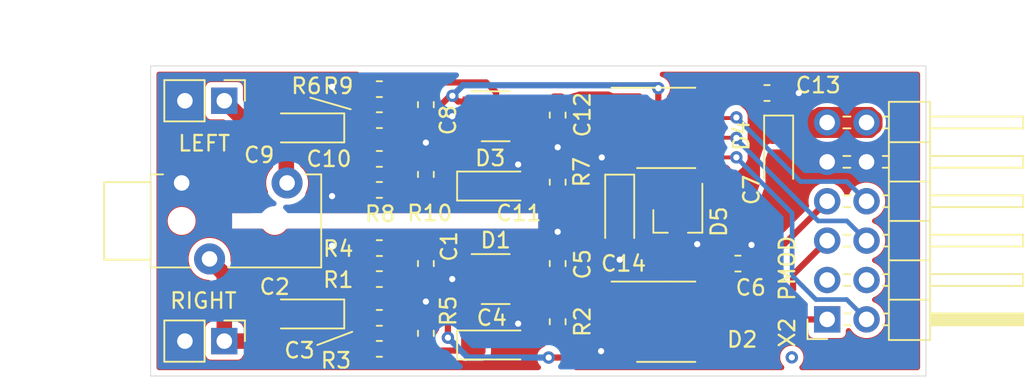
<source format=kicad_pcb>
(kicad_pcb (version 20171130) (host pcbnew 5.1.9)

  (general
    (thickness 1.5)
    (drawings 34)
    (tracks 181)
    (zones 0)
    (modules 34)
    (nets 24)
  )

  (page A4)
  (layers
    (0 F.Cu signal)
    (31 B.Cu signal hide)
    (32 B.Adhes user hide)
    (33 F.Adhes user hide)
    (34 B.Paste user hide)
    (35 F.Paste user hide)
    (36 B.SilkS user)
    (37 F.SilkS user)
    (38 B.Mask user hide)
    (39 F.Mask user hide)
    (40 Dwgs.User user)
    (41 Cmts.User user hide)
    (42 Eco1.User user)
    (43 Eco2.User user)
    (44 Edge.Cuts user)
    (45 Margin user hide)
    (46 B.CrtYd user hide)
    (47 F.CrtYd user hide)
    (48 B.Fab user hide)
    (49 F.Fab user hide)
  )

  (setup
    (last_trace_width 0.25)
    (user_trace_width 0.2)
    (user_trace_width 0.25)
    (user_trace_width 0.3)
    (user_trace_width 0.4)
    (user_trace_width 0.5)
    (user_trace_width 0.75)
    (user_trace_width 1)
    (user_trace_width 1.25)
    (user_trace_width 1.5)
    (trace_clearance 0.2)
    (zone_clearance 0.4)
    (zone_45_only no)
    (trace_min 0.2)
    (via_size 0.8)
    (via_drill 0.4)
    (via_min_size 0.6)
    (via_min_drill 0.3)
    (user_via 0.6 0.3)
    (user_via 0.7 0.35)
    (uvia_size 0.3)
    (uvia_drill 0.1)
    (uvias_allowed no)
    (uvia_min_size 0.2)
    (uvia_min_drill 0.1)
    (edge_width 0.05)
    (segment_width 0.2)
    (pcb_text_width 0.3)
    (pcb_text_size 1.5 1.5)
    (mod_edge_width 0.12)
    (mod_text_size 1 1)
    (mod_text_width 0.15)
    (pad_size 1.524 1.524)
    (pad_drill 0.762)
    (pad_to_mask_clearance 0)
    (aux_axis_origin 80 140)
    (grid_origin 80 140)
    (visible_elements FFF5FF7F)
    (pcbplotparams
      (layerselection 0x010ec_ffffffff)
      (usegerberextensions false)
      (usegerberattributes true)
      (usegerberadvancedattributes true)
      (creategerberjobfile true)
      (excludeedgelayer true)
      (linewidth 0.100000)
      (plotframeref false)
      (viasonmask false)
      (mode 1)
      (useauxorigin true)
      (hpglpennumber 1)
      (hpglpenspeed 20)
      (hpglpendiameter 15.000000)
      (psnegative false)
      (psa4output false)
      (plotreference false)
      (plotvalue false)
      (plotinvisibletext false)
      (padsonsilk false)
      (subtractmaskfromsilk false)
      (outputformat 1)
      (mirror false)
      (drillshape 0)
      (scaleselection 1)
      (outputdirectory "manuf/"))
  )

  (net 0 "")
  (net 1 "Net-(C1-Pad2)")
  (net 2 "Net-(C1-Pad1)")
  (net 3 "Net-(C2-Pad2)")
  (net 4 "Net-(C2-Pad1)")
  (net 5 "Net-(C3-Pad2)")
  (net 6 GND)
  (net 7 +VREF)
  (net 8 +VDD_3.3V)
  (net 9 "Net-(C9-Pad2)")
  (net 10 "Net-(C9-Pad1)")
  (net 11 "Net-(C10-Pad2)")
  (net 12 /SCLK0)
  (net 13 /MISO0)
  (net 14 /CS_N0)
  (net 15 /SCLK1)
  (net 16 /MISO1)
  (net 17 /CS_N1)
  (net 18 "Net-(X2-Pad8)")
  (net 19 "Net-(X2-Pad2)")
  (net 20 "Net-(C8-Pad2)")
  (net 21 "Net-(C8-Pad1)")
  (net 22 "Net-(C4-Pad1)")
  (net 23 "Net-(C11-Pad1)")

  (net_class Default "This is the default net class."
    (clearance 0.2)
    (trace_width 0.25)
    (via_dia 0.8)
    (via_drill 0.4)
    (uvia_dia 0.3)
    (uvia_drill 0.1)
    (add_net +VDD_3.3V)
    (add_net +VREF)
    (add_net /CS_N0)
    (add_net /CS_N1)
    (add_net /MISO0)
    (add_net /MISO1)
    (add_net /SCLK0)
    (add_net /SCLK1)
    (add_net GND)
    (add_net "Net-(C1-Pad1)")
    (add_net "Net-(C1-Pad2)")
    (add_net "Net-(C10-Pad2)")
    (add_net "Net-(C11-Pad1)")
    (add_net "Net-(C2-Pad1)")
    (add_net "Net-(C2-Pad2)")
    (add_net "Net-(C3-Pad2)")
    (add_net "Net-(C4-Pad1)")
    (add_net "Net-(C8-Pad1)")
    (add_net "Net-(C8-Pad2)")
    (add_net "Net-(C9-Pad1)")
    (add_net "Net-(C9-Pad2)")
    (add_net "Net-(X2-Pad2)")
    (add_net "Net-(X2-Pad8)")
  )

  (module local:logo (layer B.Cu) (tedit 0) (tstamp 600EF7DE)
    (at 112.575 131.475)
    (fp_text reference G*** (at 0 0) (layer B.SilkS) hide
      (effects (font (size 1.524 1.524) (thickness 0.3)) (justify mirror))
    )
    (fp_text value LOGO (at 0.75 0) (layer B.SilkS) hide
      (effects (font (size 1.524 1.524) (thickness 0.3)) (justify mirror))
    )
    (fp_poly (pts (xy -1.326444 4.851405) (xy -1.164167 4.859869) (xy -1.001889 4.868333) (xy -0.993938 5.199944)
      (xy -0.985987 5.531556) (xy -0.650902 5.531556) (xy -0.642951 5.199944) (xy -0.635 4.868333)
      (xy 1.178278 4.86107) (xy 2.991556 4.853808) (xy 2.991556 3.132667) (xy 3.527778 3.132667)
      (xy 3.527778 3.612444) (xy 4.910667 3.612444) (xy 4.910667 3.104444) (xy 5.644444 3.104444)
      (xy 5.644444 2.737556) (xy 4.910667 2.737556) (xy 4.910667 2.229556) (xy 3.527778 2.229556)
      (xy 3.527778 2.737556) (xy 2.652889 2.737556) (xy 2.652889 4.487333) (xy -0.650581 4.487333)
      (xy -0.642791 4.056944) (xy -0.635 3.626556) (xy -0.557389 3.617625) (xy -0.479778 3.608695)
      (xy -0.479778 2.115663) (xy 0.204611 2.123221) (xy 0.889 2.130778) (xy 0.903111 2.28455)
      (xy 0.917222 2.438323) (xy 1.566333 1.851996) (xy 1.772893 1.663892) (xy 1.938078 1.509993)
      (xy 2.063852 1.388345) (xy 2.152182 1.296992) (xy 2.205031 1.233979) (xy 2.224365 1.197352)
      (xy 2.224375 1.197279) (xy 2.233305 1.128889) (xy 3.527778 1.128889) (xy 3.527778 1.665111)
      (xy 4.910667 1.665111) (xy 4.910667 1.128889) (xy 5.644444 1.128889) (xy 5.644444 0.790222)
      (xy 4.910667 0.790222) (xy 4.910667 0.254) (xy 3.527778 0.254) (xy 3.527778 0.790222)
      (xy 2.229556 0.790222) (xy 2.229556 -0.818444) (xy 3.527778 -0.818444) (xy 3.527778 -0.310444)
      (xy 4.910667 -0.310444) (xy 4.910667 -0.818444) (xy 5.644444 -0.818444) (xy 5.644444 -1.185333)
      (xy 4.910667 -1.185333) (xy 4.910667 -1.693333) (xy 3.527778 -1.693333) (xy 3.527778 -1.185333)
      (xy 2.229556 -1.185333) (xy 2.229556 -1.340378) (xy 2.226944 -1.431614) (xy 2.211743 -1.488673)
      (xy 2.172903 -1.533806) (xy 2.109611 -1.581891) (xy 2.021229 -1.646271) (xy 1.937064 -1.708626)
      (xy 1.908414 -1.730235) (xy 1.86112 -1.766147) (xy 1.777207 -1.82976) (xy 1.665069 -1.914715)
      (xy 1.533097 -2.014654) (xy 1.389686 -2.12322) (xy 1.372192 -2.13646) (xy 0.917222 -2.48081)
      (xy 0.908692 -2.341072) (xy 0.900161 -2.201333) (xy -0.479778 -2.201333) (xy -0.479778 -3.668889)
      (xy -0.65062 -3.668889) (xy -0.64281 -4.085167) (xy -0.635 -4.501444) (xy 1.008944 -4.508727)
      (xy 2.652889 -4.51601) (xy 2.652889 -2.794) (xy 3.527778 -2.794) (xy 3.527778 -2.286)
      (xy 4.910667 -2.286) (xy 4.910667 -2.794) (xy 5.644444 -2.794) (xy 5.644444 -3.13098)
      (xy 4.924778 -3.146778) (xy 4.916663 -3.407833) (xy 4.908548 -3.668889) (xy 3.527778 -3.668889)
      (xy 3.527778 -3.158771) (xy 3.266722 -3.166885) (xy 3.005667 -3.175) (xy 2.998197 -4.028722)
      (xy 2.990728 -4.882444) (xy -0.649111 -4.882444) (xy -0.649111 -5.446889) (xy -0.987778 -5.446889)
      (xy -0.987778 -4.882444) (xy -1.326444 -4.882444) (xy -1.326444 -5.446889) (xy -1.665111 -5.446889)
      (xy -1.665111 -4.882444) (xy -5.644444 -4.882444) (xy -5.644444 -4.515556) (xy -1.665111 -4.515556)
      (xy -1.665111 -3.668889) (xy -1.326444 -3.668889) (xy -1.326444 -4.515556) (xy -0.987778 -4.515556)
      (xy -0.987778 -3.668889) (xy -1.326444 -3.668889) (xy -1.665111 -3.668889) (xy -1.862667 -3.668889)
      (xy -1.862667 -2.201333) (xy -2.906889 -2.201333) (xy -2.906889 -3.668889) (xy -4.318 -3.668889)
      (xy -4.318 -3.273778) (xy -5.644444 -3.273778) (xy -5.644444 -2.935111) (xy -4.318 -2.935111)
      (xy -4.318 -2.54) (xy -5.644444 -2.54) (xy -5.644444 -2.201333) (xy -4.318 -2.201333)
      (xy -4.318 -1.806222) (xy -5.644444 -1.806222) (xy -5.644444 -1.439333) (xy -4.318 -1.439333)
      (xy -4.318 -1.072444) (xy -5.644444 -1.072444) (xy -5.644444 -0.705556) (xy -4.318 -0.705556)
      (xy -4.318 -0.338667) (xy -2.906889 -0.338667) (xy -2.906889 -1.862667) (xy -1.862667 -1.862667)
      (xy -1.862667 1.778) (xy -0.479778 1.778) (xy -0.479778 -1.862667) (xy 0.903111 -1.862667)
      (xy 0.903111 1.778) (xy -0.479778 1.778) (xy -1.862667 1.778) (xy -2.906889 1.778)
      (xy -2.906889 0.282222) (xy -4.318 0.282222) (xy -4.318 0.677333) (xy -5.644444 0.677333)
      (xy -5.644444 1.016) (xy -4.318 1.016) (xy -4.318 1.411111) (xy -5.644444 1.411111)
      (xy -5.644444 1.749778) (xy -4.318 1.749778) (xy -4.318 2.144889) (xy -5.644444 2.144889)
      (xy -5.644444 2.483556) (xy -4.318 2.483556) (xy -4.318 2.878667) (xy -5.644444 2.878667)
      (xy -5.644444 3.245556) (xy -4.318 3.245556) (xy -4.318 3.612444) (xy -2.906889 3.612444)
      (xy -2.906889 2.115393) (xy -2.391833 2.123086) (xy -1.876778 2.130778) (xy -1.86173 3.612444)
      (xy -1.665111 3.612444) (xy -1.665111 4.487333) (xy -1.326444 4.487333) (xy -1.326444 3.612444)
      (xy -0.987778 3.612444) (xy -0.987778 4.487333) (xy -1.326444 4.487333) (xy -1.665111 4.487333)
      (xy -5.644444 4.487333) (xy -5.644444 4.853841) (xy -1.679222 4.868333) (xy -1.671271 5.199944)
      (xy -1.66332 5.531556) (xy -1.326444 5.531556) (xy -1.326444 4.851405)) (layer B.Mask) (width 0.01))
  )

  (module Connector_PinHeader_2.54mm:PinHeader_1x02_P2.54mm_Vertical (layer F.Cu) (tedit 59FED5CC) (tstamp 600EC416)
    (at 84.75 122.25 270)
    (descr "Through hole straight pin header, 1x02, 2.54mm pitch, single row")
    (tags "Through hole pin header THT 1x02 2.54mm single row")
    (path /604BD66B)
    (fp_text reference X4 (at 2.7 1.2 180) (layer F.SilkS) hide
      (effects (font (size 1 1) (thickness 0.15)))
    )
    (fp_text value LEFT (at 0 4.87 90) (layer F.Fab) hide
      (effects (font (size 1 1) (thickness 0.15)))
    )
    (fp_line (start -0.635 -1.27) (end 1.27 -1.27) (layer F.Fab) (width 0.1))
    (fp_line (start 1.27 -1.27) (end 1.27 3.81) (layer F.Fab) (width 0.1))
    (fp_line (start 1.27 3.81) (end -1.27 3.81) (layer F.Fab) (width 0.1))
    (fp_line (start -1.27 3.81) (end -1.27 -0.635) (layer F.Fab) (width 0.1))
    (fp_line (start -1.27 -0.635) (end -0.635 -1.27) (layer F.Fab) (width 0.1))
    (fp_line (start -1.33 3.87) (end 1.33 3.87) (layer F.SilkS) (width 0.12))
    (fp_line (start -1.33 1.27) (end -1.33 3.87) (layer F.SilkS) (width 0.12))
    (fp_line (start 1.33 1.27) (end 1.33 3.87) (layer F.SilkS) (width 0.12))
    (fp_line (start -1.33 1.27) (end 1.33 1.27) (layer F.SilkS) (width 0.12))
    (fp_line (start -1.33 0) (end -1.33 -1.33) (layer F.SilkS) (width 0.12))
    (fp_line (start -1.33 -1.33) (end 0 -1.33) (layer F.SilkS) (width 0.12))
    (fp_line (start -1.8 -1.8) (end -1.8 4.35) (layer F.CrtYd) (width 0.05))
    (fp_line (start -1.8 4.35) (end 1.8 4.35) (layer F.CrtYd) (width 0.05))
    (fp_line (start 1.8 4.35) (end 1.8 -1.8) (layer F.CrtYd) (width 0.05))
    (fp_line (start 1.8 -1.8) (end -1.8 -1.8) (layer F.CrtYd) (width 0.05))
    (fp_text user %R (at 2.7 1.35) (layer F.Fab)
      (effects (font (size 1 1) (thickness 0.15)))
    )
    (pad 2 thru_hole oval (at 0 2.54 270) (size 1.7 1.7) (drill 1) (layers *.Cu *.Mask)
      (net 6 GND))
    (pad 1 thru_hole rect (at 0 0 270) (size 1.7 1.7) (drill 1) (layers *.Cu *.Mask)
      (net 9 "Net-(C9-Pad2)"))
    (model ${KISYS3DMOD}/Connector_PinHeader_2.54mm.3dshapes/PinHeader_1x02_P2.54mm_Vertical.wrl
      (at (xyz 0 0 0))
      (scale (xyz 1 1 1))
      (rotate (xyz 0 0 0))
    )
  )

  (module Connector_PinHeader_2.54mm:PinHeader_1x02_P2.54mm_Vertical (layer F.Cu) (tedit 59FED5CC) (tstamp 600EC400)
    (at 84.75 137.75 270)
    (descr "Through hole straight pin header, 1x02, 2.54mm pitch, single row")
    (tags "Through hole pin header THT 1x02 2.54mm single row")
    (path /604B4E4A)
    (fp_text reference X3 (at -2.55 1.2 180) (layer F.SilkS) hide
      (effects (font (size 1 1) (thickness 0.15)))
    )
    (fp_text value RIGHT (at 0 4.87 90) (layer F.Fab) hide
      (effects (font (size 1 1) (thickness 0.15)))
    )
    (fp_line (start -0.635 -1.27) (end 1.27 -1.27) (layer F.Fab) (width 0.1))
    (fp_line (start 1.27 -1.27) (end 1.27 3.81) (layer F.Fab) (width 0.1))
    (fp_line (start 1.27 3.81) (end -1.27 3.81) (layer F.Fab) (width 0.1))
    (fp_line (start -1.27 3.81) (end -1.27 -0.635) (layer F.Fab) (width 0.1))
    (fp_line (start -1.27 -0.635) (end -0.635 -1.27) (layer F.Fab) (width 0.1))
    (fp_line (start -1.33 3.87) (end 1.33 3.87) (layer F.SilkS) (width 0.12))
    (fp_line (start -1.33 1.27) (end -1.33 3.87) (layer F.SilkS) (width 0.12))
    (fp_line (start 1.33 1.27) (end 1.33 3.87) (layer F.SilkS) (width 0.12))
    (fp_line (start -1.33 1.27) (end 1.33 1.27) (layer F.SilkS) (width 0.12))
    (fp_line (start -1.33 0) (end -1.33 -1.33) (layer F.SilkS) (width 0.12))
    (fp_line (start -1.33 -1.33) (end 0 -1.33) (layer F.SilkS) (width 0.12))
    (fp_line (start -1.8 -1.8) (end -1.8 4.35) (layer F.CrtYd) (width 0.05))
    (fp_line (start -1.8 4.35) (end 1.8 4.35) (layer F.CrtYd) (width 0.05))
    (fp_line (start 1.8 4.35) (end 1.8 -1.8) (layer F.CrtYd) (width 0.05))
    (fp_line (start 1.8 -1.8) (end -1.8 -1.8) (layer F.CrtYd) (width 0.05))
    (fp_text user %R (at -2.55 1.25) (layer F.Fab)
      (effects (font (size 1 1) (thickness 0.15)))
    )
    (pad 2 thru_hole oval (at 0 2.54 270) (size 1.7 1.7) (drill 1) (layers *.Cu *.Mask)
      (net 6 GND))
    (pad 1 thru_hole rect (at 0 0 270) (size 1.7 1.7) (drill 1) (layers *.Cu *.Mask)
      (net 3 "Net-(C2-Pad2)"))
    (model ${KISYS3DMOD}/Connector_PinHeader_2.54mm.3dshapes/PinHeader_1x02_P2.54mm_Vertical.wrl
      (at (xyz 0 0 0))
      (scale (xyz 1 1 1))
      (rotate (xyz 0 0 0))
    )
  )

  (module Capacitor_SMD:C_0603_1608Metric_Pad1.05x0.95mm_HandSolder (layer F.Cu) (tedit 5B301BBE) (tstamp 600E3B3D)
    (at 106.25 123.175 90)
    (descr "Capacitor SMD 0603 (1608 Metric), square (rectangular) end terminal, IPC_7351 nominal with elongated pad for handsoldering. (Body size source: http://www.tortai-tech.com/upload/download/2011102023233369053.pdf), generated with kicad-footprint-generator")
    (tags "capacitor handsolder")
    (path /60216E61)
    (attr smd)
    (fp_text reference C12 (at 0.025 1.6 90) (layer F.SilkS)
      (effects (font (size 1 1) (thickness 0.15)))
    )
    (fp_text value 0.1u (at 0 1.43 90) (layer F.Fab)
      (effects (font (size 1 1) (thickness 0.15)))
    )
    (fp_line (start -0.8 0.4) (end -0.8 -0.4) (layer F.Fab) (width 0.1))
    (fp_line (start -0.8 -0.4) (end 0.8 -0.4) (layer F.Fab) (width 0.1))
    (fp_line (start 0.8 -0.4) (end 0.8 0.4) (layer F.Fab) (width 0.1))
    (fp_line (start 0.8 0.4) (end -0.8 0.4) (layer F.Fab) (width 0.1))
    (fp_line (start -0.171267 -0.51) (end 0.171267 -0.51) (layer F.SilkS) (width 0.12))
    (fp_line (start -0.171267 0.51) (end 0.171267 0.51) (layer F.SilkS) (width 0.12))
    (fp_line (start -1.65 0.73) (end -1.65 -0.73) (layer F.CrtYd) (width 0.05))
    (fp_line (start -1.65 -0.73) (end 1.65 -0.73) (layer F.CrtYd) (width 0.05))
    (fp_line (start 1.65 -0.73) (end 1.65 0.73) (layer F.CrtYd) (width 0.05))
    (fp_line (start 1.65 0.73) (end -1.65 0.73) (layer F.CrtYd) (width 0.05))
    (fp_text user %R (at 0 0 90) (layer F.Fab)
      (effects (font (size 0.4 0.4) (thickness 0.06)))
    )
    (pad 2 smd roundrect (at 0.875 0 90) (size 1.05 0.95) (layers F.Cu F.Paste F.Mask) (roundrect_rratio 0.25)
      (net 7 +VREF))
    (pad 1 smd roundrect (at -0.875 0 90) (size 1.05 0.95) (layers F.Cu F.Paste F.Mask) (roundrect_rratio 0.25)
      (net 6 GND))
    (model ${KISYS3DMOD}/Capacitor_SMD.3dshapes/C_0603_1608Metric.wrl
      (at (xyz 0 0 0))
      (scale (xyz 1 1 1))
      (rotate (xyz 0 0 0))
    )
  )

  (module Capacitor_Tantalum_SMD:CP_EIA-3216-18_Kemet-A_Pad1.58x1.35mm_HandSolder (layer F.Cu) (tedit 5B301BBE) (tstamp 600E3C34)
    (at 102.25 127.75)
    (descr "Tantalum Capacitor SMD Kemet-A (3216-18 Metric), IPC_7351 nominal, (Body size from: http://www.kemet.com/Lists/ProductCatalog/Attachments/253/KEM_TC101_STD.pdf), generated with kicad-footprint-generator")
    (tags "capacitor tantalum")
    (path /60216E1E)
    (attr smd)
    (fp_text reference C11 (at 1.5 1.75) (layer F.SilkS)
      (effects (font (size 1 1) (thickness 0.15)))
    )
    (fp_text value 2.2u (at 0 1.75) (layer F.Fab)
      (effects (font (size 1 1) (thickness 0.15)))
    )
    (fp_line (start 1.6 -0.8) (end -1.2 -0.8) (layer F.Fab) (width 0.1))
    (fp_line (start -1.2 -0.8) (end -1.6 -0.4) (layer F.Fab) (width 0.1))
    (fp_line (start -1.6 -0.4) (end -1.6 0.8) (layer F.Fab) (width 0.1))
    (fp_line (start -1.6 0.8) (end 1.6 0.8) (layer F.Fab) (width 0.1))
    (fp_line (start 1.6 0.8) (end 1.6 -0.8) (layer F.Fab) (width 0.1))
    (fp_line (start 1.6 -0.935) (end -2.485 -0.935) (layer F.SilkS) (width 0.12))
    (fp_line (start -2.485 -0.935) (end -2.485 0.935) (layer F.SilkS) (width 0.12))
    (fp_line (start -2.485 0.935) (end 1.6 0.935) (layer F.SilkS) (width 0.12))
    (fp_line (start -2.48 1.05) (end -2.48 -1.05) (layer F.CrtYd) (width 0.05))
    (fp_line (start -2.48 -1.05) (end 2.48 -1.05) (layer F.CrtYd) (width 0.05))
    (fp_line (start 2.48 -1.05) (end 2.48 1.05) (layer F.CrtYd) (width 0.05))
    (fp_line (start 2.48 1.05) (end -2.48 1.05) (layer F.CrtYd) (width 0.05))
    (fp_text user %R (at 0 0) (layer F.Fab)
      (effects (font (size 0.8 0.8) (thickness 0.12)))
    )
    (pad 2 smd roundrect (at 1.4375 0) (size 1.575 1.35) (layers F.Cu F.Paste F.Mask) (roundrect_rratio 0.1851844444444445)
      (net 6 GND))
    (pad 1 smd roundrect (at -1.4375 0) (size 1.575 1.35) (layers F.Cu F.Paste F.Mask) (roundrect_rratio 0.1851844444444445)
      (net 23 "Net-(C11-Pad1)"))
    (model ${KISYS3DMOD}/Capacitor_Tantalum_SMD.3dshapes/CP_EIA-3216-18_Kemet-A.wrl
      (at (xyz 0 0 0))
      (scale (xyz 1 1 1))
      (rotate (xyz 0 0 0))
    )
  )

  (module Capacitor_SMD:C_0603_1608Metric_Pad1.05x0.95mm_HandSolder (layer F.Cu) (tedit 5B301BBE) (tstamp 600E3A9B)
    (at 94.75 126 180)
    (descr "Capacitor SMD 0603 (1608 Metric), square (rectangular) end terminal, IPC_7351 nominal with elongated pad for handsoldering. (Body size source: http://www.tortai-tech.com/upload/download/2011102023233369053.pdf), generated with kicad-footprint-generator")
    (tags "capacitor handsolder")
    (path /60216DC8)
    (attr smd)
    (fp_text reference C10 (at 3.25 0) (layer F.SilkS)
      (effects (font (size 1 1) (thickness 0.15)))
    )
    (fp_text value 220p (at 0 1.43) (layer F.Fab)
      (effects (font (size 1 1) (thickness 0.15)))
    )
    (fp_line (start -0.8 0.4) (end -0.8 -0.4) (layer F.Fab) (width 0.1))
    (fp_line (start -0.8 -0.4) (end 0.8 -0.4) (layer F.Fab) (width 0.1))
    (fp_line (start 0.8 -0.4) (end 0.8 0.4) (layer F.Fab) (width 0.1))
    (fp_line (start 0.8 0.4) (end -0.8 0.4) (layer F.Fab) (width 0.1))
    (fp_line (start -0.171267 -0.51) (end 0.171267 -0.51) (layer F.SilkS) (width 0.12))
    (fp_line (start -0.171267 0.51) (end 0.171267 0.51) (layer F.SilkS) (width 0.12))
    (fp_line (start -1.65 0.73) (end -1.65 -0.73) (layer F.CrtYd) (width 0.05))
    (fp_line (start -1.65 -0.73) (end 1.65 -0.73) (layer F.CrtYd) (width 0.05))
    (fp_line (start 1.65 -0.73) (end 1.65 0.73) (layer F.CrtYd) (width 0.05))
    (fp_line (start 1.65 0.73) (end -1.65 0.73) (layer F.CrtYd) (width 0.05))
    (fp_text user %R (at 0 0) (layer F.Fab)
      (effects (font (size 0.4 0.4) (thickness 0.06)))
    )
    (pad 2 smd roundrect (at 0.875 0 180) (size 1.05 0.95) (layers F.Cu F.Paste F.Mask) (roundrect_rratio 0.25)
      (net 11 "Net-(C10-Pad2)"))
    (pad 1 smd roundrect (at -0.875 0 180) (size 1.05 0.95) (layers F.Cu F.Paste F.Mask) (roundrect_rratio 0.25)
      (net 6 GND))
    (model ${KISYS3DMOD}/Capacitor_SMD.3dshapes/C_0603_1608Metric.wrl
      (at (xyz 0 0 0))
      (scale (xyz 1 1 1))
      (rotate (xyz 0 0 0))
    )
  )

  (module Capacitor_Tantalum_SMD:CP_EIA-3216-18_Kemet-A_Pad1.58x1.35mm_HandSolder (layer F.Cu) (tedit 5B301BBE) (tstamp 600E3C64)
    (at 90 124 180)
    (descr "Tantalum Capacitor SMD Kemet-A (3216-18 Metric), IPC_7351 nominal, (Body size from: http://www.kemet.com/Lists/ProductCatalog/Attachments/253/KEM_TC101_STD.pdf), generated with kicad-footprint-generator")
    (tags "capacitor tantalum")
    (path /60216E0C)
    (attr smd)
    (fp_text reference C9 (at 3 -1.75) (layer F.SilkS)
      (effects (font (size 1 1) (thickness 0.15)))
    )
    (fp_text value 2.2u (at 0 1.75) (layer F.Fab)
      (effects (font (size 1 1) (thickness 0.15)))
    )
    (fp_line (start 1.6 -0.8) (end -1.2 -0.8) (layer F.Fab) (width 0.1))
    (fp_line (start -1.2 -0.8) (end -1.6 -0.4) (layer F.Fab) (width 0.1))
    (fp_line (start -1.6 -0.4) (end -1.6 0.8) (layer F.Fab) (width 0.1))
    (fp_line (start -1.6 0.8) (end 1.6 0.8) (layer F.Fab) (width 0.1))
    (fp_line (start 1.6 0.8) (end 1.6 -0.8) (layer F.Fab) (width 0.1))
    (fp_line (start 1.6 -0.935) (end -2.485 -0.935) (layer F.SilkS) (width 0.12))
    (fp_line (start -2.485 -0.935) (end -2.485 0.935) (layer F.SilkS) (width 0.12))
    (fp_line (start -2.485 0.935) (end 1.6 0.935) (layer F.SilkS) (width 0.12))
    (fp_line (start -2.48 1.05) (end -2.48 -1.05) (layer F.CrtYd) (width 0.05))
    (fp_line (start -2.48 -1.05) (end 2.48 -1.05) (layer F.CrtYd) (width 0.05))
    (fp_line (start 2.48 -1.05) (end 2.48 1.05) (layer F.CrtYd) (width 0.05))
    (fp_line (start 2.48 1.05) (end -2.48 1.05) (layer F.CrtYd) (width 0.05))
    (fp_text user %R (at 0.05 -1.65) (layer F.Fab)
      (effects (font (size 0.8 0.8) (thickness 0.12)))
    )
    (pad 2 smd roundrect (at 1.4375 0 180) (size 1.575 1.35) (layers F.Cu F.Paste F.Mask) (roundrect_rratio 0.1851844444444445)
      (net 9 "Net-(C9-Pad2)"))
    (pad 1 smd roundrect (at -1.4375 0 180) (size 1.575 1.35) (layers F.Cu F.Paste F.Mask) (roundrect_rratio 0.1851844444444445)
      (net 10 "Net-(C9-Pad1)"))
    (model ${KISYS3DMOD}/Capacitor_Tantalum_SMD.3dshapes/CP_EIA-3216-18_Kemet-A.wrl
      (at (xyz 0 0 0))
      (scale (xyz 1 1 1))
      (rotate (xyz 0 0 0))
    )
  )

  (module Capacitor_SMD:C_0603_1608Metric_Pad1.05x0.95mm_HandSolder (layer F.Cu) (tedit 5B301BBE) (tstamp 600E6615)
    (at 97.75 122.5 270)
    (descr "Capacitor SMD 0603 (1608 Metric), square (rectangular) end terminal, IPC_7351 nominal with elongated pad for handsoldering. (Body size source: http://www.tortai-tech.com/upload/download/2011102023233369053.pdf), generated with kicad-footprint-generator")
    (tags "capacitor handsolder")
    (path /60216DAF)
    (attr smd)
    (fp_text reference C8 (at 1 -1.43 90) (layer F.SilkS)
      (effects (font (size 1 1) (thickness 0.15)))
    )
    (fp_text value 68p (at 0 1.43 90) (layer F.Fab)
      (effects (font (size 1 1) (thickness 0.15)))
    )
    (fp_line (start -0.8 0.4) (end -0.8 -0.4) (layer F.Fab) (width 0.1))
    (fp_line (start -0.8 -0.4) (end 0.8 -0.4) (layer F.Fab) (width 0.1))
    (fp_line (start 0.8 -0.4) (end 0.8 0.4) (layer F.Fab) (width 0.1))
    (fp_line (start 0.8 0.4) (end -0.8 0.4) (layer F.Fab) (width 0.1))
    (fp_line (start -0.171267 -0.51) (end 0.171267 -0.51) (layer F.SilkS) (width 0.12))
    (fp_line (start -0.171267 0.51) (end 0.171267 0.51) (layer F.SilkS) (width 0.12))
    (fp_line (start -1.65 0.73) (end -1.65 -0.73) (layer F.CrtYd) (width 0.05))
    (fp_line (start -1.65 -0.73) (end 1.65 -0.73) (layer F.CrtYd) (width 0.05))
    (fp_line (start 1.65 -0.73) (end 1.65 0.73) (layer F.CrtYd) (width 0.05))
    (fp_line (start 1.65 0.73) (end -1.65 0.73) (layer F.CrtYd) (width 0.05))
    (fp_text user %R (at 0 0 90) (layer F.Fab)
      (effects (font (size 0.4 0.4) (thickness 0.06)))
    )
    (pad 2 smd roundrect (at 0.875 0 270) (size 1.05 0.95) (layers F.Cu F.Paste F.Mask) (roundrect_rratio 0.25)
      (net 20 "Net-(C8-Pad2)"))
    (pad 1 smd roundrect (at -0.875 0 270) (size 1.05 0.95) (layers F.Cu F.Paste F.Mask) (roundrect_rratio 0.25)
      (net 21 "Net-(C8-Pad1)"))
    (model ${KISYS3DMOD}/Capacitor_SMD.3dshapes/C_0603_1608Metric.wrl
      (at (xyz 0 0 0))
      (scale (xyz 1 1 1))
      (rotate (xyz 0 0 0))
    )
  )

  (module Capacitor_Tantalum_SMD:CP_EIA-3216-18_Kemet-A_Pad1.58x1.35mm_HandSolder (layer F.Cu) (tedit 5B301BBE) (tstamp 600E65BF)
    (at 120.5 125.6875 270)
    (descr "Tantalum Capacitor SMD Kemet-A (3216-18 Metric), IPC_7351 nominal, (Body size from: http://www.kemet.com/Lists/ProductCatalog/Attachments/253/KEM_TC101_STD.pdf), generated with kicad-footprint-generator")
    (tags "capacitor tantalum")
    (path /603049BC)
    (attr smd)
    (fp_text reference C7 (at 2.3125 1.75 90) (layer F.SilkS)
      (effects (font (size 1 1) (thickness 0.15)))
    )
    (fp_text value 10u (at 0 1.75 90) (layer F.Fab)
      (effects (font (size 1 1) (thickness 0.15)))
    )
    (fp_line (start 1.6 -0.8) (end -1.2 -0.8) (layer F.Fab) (width 0.1))
    (fp_line (start -1.2 -0.8) (end -1.6 -0.4) (layer F.Fab) (width 0.1))
    (fp_line (start -1.6 -0.4) (end -1.6 0.8) (layer F.Fab) (width 0.1))
    (fp_line (start -1.6 0.8) (end 1.6 0.8) (layer F.Fab) (width 0.1))
    (fp_line (start 1.6 0.8) (end 1.6 -0.8) (layer F.Fab) (width 0.1))
    (fp_line (start 1.6 -0.935) (end -2.485 -0.935) (layer F.SilkS) (width 0.12))
    (fp_line (start -2.485 -0.935) (end -2.485 0.935) (layer F.SilkS) (width 0.12))
    (fp_line (start -2.485 0.935) (end 1.6 0.935) (layer F.SilkS) (width 0.12))
    (fp_line (start -2.48 1.05) (end -2.48 -1.05) (layer F.CrtYd) (width 0.05))
    (fp_line (start -2.48 -1.05) (end 2.48 -1.05) (layer F.CrtYd) (width 0.05))
    (fp_line (start 2.48 -1.05) (end 2.48 1.05) (layer F.CrtYd) (width 0.05))
    (fp_line (start 2.48 1.05) (end -2.48 1.05) (layer F.CrtYd) (width 0.05))
    (fp_text user %R (at 0 0 90) (layer F.Fab)
      (effects (font (size 0.8 0.8) (thickness 0.12)))
    )
    (pad 2 smd roundrect (at 1.4375 0 270) (size 1.575 1.35) (layers F.Cu F.Paste F.Mask) (roundrect_rratio 0.1851844444444445)
      (net 6 GND))
    (pad 1 smd roundrect (at -1.4375 0 270) (size 1.575 1.35) (layers F.Cu F.Paste F.Mask) (roundrect_rratio 0.1851844444444445)
      (net 8 +VDD_3.3V))
    (model ${KISYS3DMOD}/Capacitor_Tantalum_SMD.3dshapes/CP_EIA-3216-18_Kemet-A.wrl
      (at (xyz 0 0 0))
      (scale (xyz 1 1 1))
      (rotate (xyz 0 0 0))
    )
  )

  (module Capacitor_Tantalum_SMD:CP_EIA-3216-18_Kemet-A_Pad1.58x1.35mm_HandSolder (layer F.Cu) (tedit 5B301BBE) (tstamp 600E6195)
    (at 110.25 129.5 270)
    (descr "Tantalum Capacitor SMD Kemet-A (3216-18 Metric), IPC_7351 nominal, (Body size from: http://www.kemet.com/Lists/ProductCatalog/Attachments/253/KEM_TC101_STD.pdf), generated with kicad-footprint-generator")
    (tags "capacitor tantalum")
    (path /6011AC4A)
    (attr smd)
    (fp_text reference C14 (at 3.25 -0.25 180) (layer F.SilkS)
      (effects (font (size 1 1) (thickness 0.15)))
    )
    (fp_text value 10u (at 0 1.75 90) (layer F.Fab)
      (effects (font (size 1 1) (thickness 0.15)))
    )
    (fp_line (start 1.6 -0.8) (end -1.2 -0.8) (layer F.Fab) (width 0.1))
    (fp_line (start -1.2 -0.8) (end -1.6 -0.4) (layer F.Fab) (width 0.1))
    (fp_line (start -1.6 -0.4) (end -1.6 0.8) (layer F.Fab) (width 0.1))
    (fp_line (start -1.6 0.8) (end 1.6 0.8) (layer F.Fab) (width 0.1))
    (fp_line (start 1.6 0.8) (end 1.6 -0.8) (layer F.Fab) (width 0.1))
    (fp_line (start 1.6 -0.935) (end -2.485 -0.935) (layer F.SilkS) (width 0.12))
    (fp_line (start -2.485 -0.935) (end -2.485 0.935) (layer F.SilkS) (width 0.12))
    (fp_line (start -2.485 0.935) (end 1.6 0.935) (layer F.SilkS) (width 0.12))
    (fp_line (start -2.48 1.05) (end -2.48 -1.05) (layer F.CrtYd) (width 0.05))
    (fp_line (start -2.48 -1.05) (end 2.48 -1.05) (layer F.CrtYd) (width 0.05))
    (fp_line (start 2.48 -1.05) (end 2.48 1.05) (layer F.CrtYd) (width 0.05))
    (fp_line (start 2.48 1.05) (end -2.48 1.05) (layer F.CrtYd) (width 0.05))
    (fp_text user %R (at 0 0 90) (layer F.Fab)
      (effects (font (size 0.8 0.8) (thickness 0.12)))
    )
    (pad 2 smd roundrect (at 1.4375 0 270) (size 1.575 1.35) (layers F.Cu F.Paste F.Mask) (roundrect_rratio 0.1851844444444445)
      (net 6 GND))
    (pad 1 smd roundrect (at -1.4375 0 270) (size 1.575 1.35) (layers F.Cu F.Paste F.Mask) (roundrect_rratio 0.1851844444444445)
      (net 7 +VREF))
    (model ${KISYS3DMOD}/Capacitor_Tantalum_SMD.3dshapes/CP_EIA-3216-18_Kemet-A.wrl
      (at (xyz 0 0 0))
      (scale (xyz 1 1 1))
      (rotate (xyz 0 0 0))
    )
  )

  (module Capacitor_SMD:C_0603_1608Metric_Pad1.05x0.95mm_HandSolder (layer F.Cu) (tedit 5B301BBE) (tstamp 600E610C)
    (at 117.875 132.75 180)
    (descr "Capacitor SMD 0603 (1608 Metric), square (rectangular) end terminal, IPC_7351 nominal with elongated pad for handsoldering. (Body size source: http://www.tortai-tech.com/upload/download/2011102023233369053.pdf), generated with kicad-footprint-generator")
    (tags "capacitor handsolder")
    (path /601C24DC)
    (attr smd)
    (fp_text reference C6 (at -0.825 -1.55) (layer F.SilkS)
      (effects (font (size 1 1) (thickness 0.15)))
    )
    (fp_text value 0.1u (at 0 1.43) (layer F.Fab)
      (effects (font (size 1 1) (thickness 0.15)))
    )
    (fp_line (start -0.8 0.4) (end -0.8 -0.4) (layer F.Fab) (width 0.1))
    (fp_line (start -0.8 -0.4) (end 0.8 -0.4) (layer F.Fab) (width 0.1))
    (fp_line (start 0.8 -0.4) (end 0.8 0.4) (layer F.Fab) (width 0.1))
    (fp_line (start 0.8 0.4) (end -0.8 0.4) (layer F.Fab) (width 0.1))
    (fp_line (start -0.171267 -0.51) (end 0.171267 -0.51) (layer F.SilkS) (width 0.12))
    (fp_line (start -0.171267 0.51) (end 0.171267 0.51) (layer F.SilkS) (width 0.12))
    (fp_line (start -1.65 0.73) (end -1.65 -0.73) (layer F.CrtYd) (width 0.05))
    (fp_line (start -1.65 -0.73) (end 1.65 -0.73) (layer F.CrtYd) (width 0.05))
    (fp_line (start 1.65 -0.73) (end 1.65 0.73) (layer F.CrtYd) (width 0.05))
    (fp_line (start 1.65 0.73) (end -1.65 0.73) (layer F.CrtYd) (width 0.05))
    (fp_text user %R (at 0 0) (layer F.Fab)
      (effects (font (size 0.4 0.4) (thickness 0.06)))
    )
    (pad 2 smd roundrect (at 0.875 0 180) (size 1.05 0.95) (layers F.Cu F.Paste F.Mask) (roundrect_rratio 0.25)
      (net 8 +VDD_3.3V))
    (pad 1 smd roundrect (at -0.875 0 180) (size 1.05 0.95) (layers F.Cu F.Paste F.Mask) (roundrect_rratio 0.25)
      (net 6 GND))
    (model ${KISYS3DMOD}/Capacitor_SMD.3dshapes/C_0603_1608Metric.wrl
      (at (xyz 0 0 0))
      (scale (xyz 1 1 1))
      (rotate (xyz 0 0 0))
    )
  )

  (module local:PMOD_PERIPH locked (layer F.Cu) (tedit 600D7C40) (tstamp 600E0EA1)
    (at 124.9 130 180)
    (descr "Through hole angled pin header, 2x06, 2.54mm pitch, 6mm pin length, double rows")
    (tags "Through hole angled pin header THT 2x06 2.54mm double row")
    (path /603668A6)
    (fp_text reference X2 (at 3.85 -7.2 90) (layer F.SilkS)
      (effects (font (size 1 1) (thickness 0.15)))
    )
    (fp_text value PMOD_PERIPH (at -4.385 14.97) (layer F.Fab)
      (effects (font (size 1 1) (thickness 0.15)))
    )
    (fp_line (start -5.08 -8.128) (end -5.08 8.128) (layer F.CrtYd) (width 0.0508))
    (fp_line (start -3.405 -7.62) (end -5.31 -7.62) (layer F.Fab) (width 0.1))
    (fp_line (start -5.31 -7.62) (end -5.31 7.62) (layer F.Fab) (width 0.1))
    (fp_line (start -5.31 7.62) (end -2.77 7.62) (layer F.Fab) (width 0.1))
    (fp_line (start -2.77 7.62) (end -2.77 -6.985) (layer F.Fab) (width 0.1))
    (fp_line (start -2.77 -6.985) (end -3.405 -7.62) (layer F.Fab) (width 0.1))
    (fp_line (start 1.59 -6.67) (end -2.77 -6.67) (layer F.Fab) (width 0.1))
    (fp_line (start 1.59 -6.67) (end 1.59 -6.03) (layer F.Fab) (width 0.1))
    (fp_line (start 1.59 -6.03) (end -2.77 -6.03) (layer F.Fab) (width 0.1))
    (fp_line (start -5.31 -6.67) (end -11.31 -6.67) (layer F.Fab) (width 0.1))
    (fp_line (start -11.31 -6.67) (end -11.31 -6.03) (layer F.Fab) (width 0.1))
    (fp_line (start -5.31 -6.03) (end -11.31 -6.03) (layer F.Fab) (width 0.1))
    (fp_line (start 1.59 -4.13) (end -2.77 -4.13) (layer F.Fab) (width 0.1))
    (fp_line (start 1.59 -4.13) (end 1.59 -3.49) (layer F.Fab) (width 0.1))
    (fp_line (start 1.59 -3.49) (end -2.77 -3.49) (layer F.Fab) (width 0.1))
    (fp_line (start -5.31 -4.13) (end -11.31 -4.13) (layer F.Fab) (width 0.1))
    (fp_line (start -11.31 -4.13) (end -11.31 -3.49) (layer F.Fab) (width 0.1))
    (fp_line (start -5.31 -3.49) (end -11.31 -3.49) (layer F.Fab) (width 0.1))
    (fp_line (start 1.59 -1.59) (end -2.77 -1.59) (layer F.Fab) (width 0.1))
    (fp_line (start 1.59 -1.59) (end 1.59 -0.95) (layer F.Fab) (width 0.1))
    (fp_line (start 1.59 -0.95) (end -2.77 -0.95) (layer F.Fab) (width 0.1))
    (fp_line (start -5.31 -1.59) (end -11.31 -1.59) (layer F.Fab) (width 0.1))
    (fp_line (start -11.31 -1.59) (end -11.31 -0.95) (layer F.Fab) (width 0.1))
    (fp_line (start -5.31 -0.95) (end -11.31 -0.95) (layer F.Fab) (width 0.1))
    (fp_line (start 1.59 0.95) (end -2.77 0.95) (layer F.Fab) (width 0.1))
    (fp_line (start 1.59 0.95) (end 1.59 1.59) (layer F.Fab) (width 0.1))
    (fp_line (start 1.59 1.59) (end -2.77 1.59) (layer F.Fab) (width 0.1))
    (fp_line (start -5.31 0.95) (end -11.31 0.95) (layer F.Fab) (width 0.1))
    (fp_line (start -11.31 0.95) (end -11.31 1.59) (layer F.Fab) (width 0.1))
    (fp_line (start -5.31 1.59) (end -11.31 1.59) (layer F.Fab) (width 0.1))
    (fp_line (start 1.59 3.49) (end -2.77 3.49) (layer F.Fab) (width 0.1))
    (fp_line (start 1.59 3.49) (end 1.59 4.13) (layer F.Fab) (width 0.1))
    (fp_line (start 1.59 4.13) (end -2.77 4.13) (layer F.Fab) (width 0.1))
    (fp_line (start -5.31 3.49) (end -11.31 3.49) (layer F.Fab) (width 0.1))
    (fp_line (start -11.31 3.49) (end -11.31 4.13) (layer F.Fab) (width 0.1))
    (fp_line (start -5.31 4.13) (end -11.31 4.13) (layer F.Fab) (width 0.1))
    (fp_line (start 1.59 6.03) (end -2.77 6.03) (layer F.Fab) (width 0.1))
    (fp_line (start 1.59 6.03) (end 1.59 6.67) (layer F.Fab) (width 0.1))
    (fp_line (start 1.59 6.67) (end -2.77 6.67) (layer F.Fab) (width 0.1))
    (fp_line (start -5.31 6.03) (end -11.31 6.03) (layer F.Fab) (width 0.1))
    (fp_line (start -11.31 6.03) (end -11.31 6.67) (layer F.Fab) (width 0.1))
    (fp_line (start -5.31 6.67) (end -11.31 6.67) (layer F.Fab) (width 0.1))
    (fp_line (start -2.71 -7.68) (end -2.71 7.68) (layer F.SilkS) (width 0.12))
    (fp_line (start -2.71 7.68) (end -5.37 7.68) (layer F.SilkS) (width 0.12))
    (fp_line (start -5.37 7.68) (end -5.37 -7.68) (layer F.SilkS) (width 0.12))
    (fp_line (start -5.37 -7.68) (end -2.71 -7.68) (layer F.SilkS) (width 0.12))
    (fp_line (start -5.37 -6.73) (end -11.37 -6.73) (layer F.SilkS) (width 0.12))
    (fp_line (start -11.37 -6.73) (end -11.37 -5.97) (layer F.SilkS) (width 0.12))
    (fp_line (start -11.37 -5.97) (end -5.37 -5.97) (layer F.SilkS) (width 0.12))
    (fp_line (start -5.37 -6.67) (end -11.37 -6.67) (layer F.SilkS) (width 0.12))
    (fp_line (start -5.37 -6.55) (end -11.37 -6.55) (layer F.SilkS) (width 0.12))
    (fp_line (start -5.37 -6.43) (end -11.37 -6.43) (layer F.SilkS) (width 0.12))
    (fp_line (start -5.37 -6.31) (end -11.37 -6.31) (layer F.SilkS) (width 0.12))
    (fp_line (start -5.37 -6.19) (end -11.37 -6.19) (layer F.SilkS) (width 0.12))
    (fp_line (start -5.37 -6.07) (end -11.37 -6.07) (layer F.SilkS) (width 0.12))
    (fp_line (start -2.312929 -6.73) (end -2.71 -6.73) (layer F.SilkS) (width 0.12))
    (fp_line (start -2.312929 -5.97) (end -2.71 -5.97) (layer F.SilkS) (width 0.12))
    (fp_line (start 0.16 -6.73) (end -0.227071 -6.73) (layer F.SilkS) (width 0.12))
    (fp_line (start 0.16 -5.97) (end -0.227071 -5.97) (layer F.SilkS) (width 0.12))
    (fp_line (start -2.71 -5.08) (end -5.37 -5.08) (layer F.SilkS) (width 0.12))
    (fp_line (start -5.37 -4.19) (end -11.37 -4.19) (layer F.SilkS) (width 0.12))
    (fp_line (start -11.37 -4.19) (end -11.37 -3.43) (layer F.SilkS) (width 0.12))
    (fp_line (start -11.37 -3.43) (end -5.37 -3.43) (layer F.SilkS) (width 0.12))
    (fp_line (start -2.312929 -4.19) (end -2.71 -4.19) (layer F.SilkS) (width 0.12))
    (fp_line (start -2.312929 -3.43) (end -2.71 -3.43) (layer F.SilkS) (width 0.12))
    (fp_line (start 0.227071 -4.19) (end -0.227071 -4.19) (layer F.SilkS) (width 0.12))
    (fp_line (start 0.227071 -3.43) (end -0.227071 -3.43) (layer F.SilkS) (width 0.12))
    (fp_line (start -2.71 -2.54) (end -5.37 -2.54) (layer F.SilkS) (width 0.12))
    (fp_line (start -5.37 -1.65) (end -11.37 -1.65) (layer F.SilkS) (width 0.12))
    (fp_line (start -11.37 -1.65) (end -11.37 -0.89) (layer F.SilkS) (width 0.12))
    (fp_line (start -11.37 -0.89) (end -5.37 -0.89) (layer F.SilkS) (width 0.12))
    (fp_line (start -2.312929 -1.65) (end -2.71 -1.65) (layer F.SilkS) (width 0.12))
    (fp_line (start -2.312929 -0.89) (end -2.71 -0.89) (layer F.SilkS) (width 0.12))
    (fp_line (start 0.227071 -1.65) (end -0.227071 -1.65) (layer F.SilkS) (width 0.12))
    (fp_line (start 0.227071 -0.89) (end -0.227071 -0.89) (layer F.SilkS) (width 0.12))
    (fp_line (start -2.71 0) (end -5.37 0) (layer F.SilkS) (width 0.12))
    (fp_line (start -5.37 0.89) (end -11.37 0.89) (layer F.SilkS) (width 0.12))
    (fp_line (start -11.37 0.89) (end -11.37 1.65) (layer F.SilkS) (width 0.12))
    (fp_line (start -11.37 1.65) (end -5.37 1.65) (layer F.SilkS) (width 0.12))
    (fp_line (start -2.312929 0.89) (end -2.71 0.89) (layer F.SilkS) (width 0.12))
    (fp_line (start -2.312929 1.65) (end -2.71 1.65) (layer F.SilkS) (width 0.12))
    (fp_line (start 0.227071 0.89) (end -0.227071 0.89) (layer F.SilkS) (width 0.12))
    (fp_line (start 0.227071 1.65) (end -0.227071 1.65) (layer F.SilkS) (width 0.12))
    (fp_line (start -2.71 2.54) (end -5.37 2.54) (layer F.SilkS) (width 0.12))
    (fp_line (start -5.37 3.43) (end -11.37 3.43) (layer F.SilkS) (width 0.12))
    (fp_line (start -11.37 3.43) (end -11.37 4.19) (layer F.SilkS) (width 0.12))
    (fp_line (start -11.37 4.19) (end -5.37 4.19) (layer F.SilkS) (width 0.12))
    (fp_line (start -2.312929 3.43) (end -2.71 3.43) (layer F.SilkS) (width 0.12))
    (fp_line (start -2.312929 4.19) (end -2.71 4.19) (layer F.SilkS) (width 0.12))
    (fp_line (start 0.227071 3.43) (end -0.227071 3.43) (layer F.SilkS) (width 0.12))
    (fp_line (start 0.227071 4.19) (end -0.227071 4.19) (layer F.SilkS) (width 0.12))
    (fp_line (start -2.71 5.08) (end -5.37 5.08) (layer F.SilkS) (width 0.12))
    (fp_line (start -5.37 5.97) (end -11.37 5.97) (layer F.SilkS) (width 0.12))
    (fp_line (start -11.37 5.97) (end -11.37 6.73) (layer F.SilkS) (width 0.12))
    (fp_line (start -11.37 6.73) (end -5.37 6.73) (layer F.SilkS) (width 0.12))
    (fp_line (start -2.312929 5.97) (end -2.71 5.97) (layer F.SilkS) (width 0.12))
    (fp_line (start -2.312929 6.73) (end -2.71 6.73) (layer F.SilkS) (width 0.12))
    (fp_line (start 0.227071 5.97) (end -0.227071 5.97) (layer F.SilkS) (width 0.12))
    (fp_line (start 0.227071 6.73) (end -0.227071 6.73) (layer F.SilkS) (width 0.12))
    (fp_line (start 2.54 -6.35) (end 2.54 -7.62) (layer F.SilkS) (width 0.12))
    (fp_line (start 2.54 -7.62) (end 1.27 -7.62) (layer F.SilkS) (width 0.12))
    (fp_line (start 3.07 -8.15) (end 3.07 8.15) (layer F.CrtYd) (width 0.05))
    (fp_line (start 3.07 8.15) (end -5.08 8.15) (layer F.CrtYd) (width 0.05))
    (fp_line (start -5.08 -8.15) (end 3.07 -8.15) (layer F.CrtYd) (width 0.0508))
    (fp_text user %R (at -3.85 0.05 90) (layer F.Fab)
      (effects (font (size 1 1) (thickness 0.15)))
    )
    (pad 7 thru_hole circle (at -1.27 -6.35 180) (size 1.7 1.7) (drill 1) (layers *.Cu *.Mask)
      (net 17 /CS_N1))
    (pad 1 thru_hole rect (at 1.27 -6.35 180) (size 1.7 1.7) (drill 1) (layers *.Cu *.Mask)
      (net 14 /CS_N0))
    (pad 8 thru_hole oval (at -1.27 -3.81 180) (size 1.7 1.7) (drill 1) (layers *.Cu *.Mask)
      (net 18 "Net-(X2-Pad8)"))
    (pad 2 thru_hole oval (at 1.27 -3.81 180) (size 1.7 1.7) (drill 1) (layers *.Cu *.Mask)
      (net 19 "Net-(X2-Pad2)"))
    (pad 9 thru_hole oval (at -1.27 -1.27 180) (size 1.7 1.7) (drill 1) (layers *.Cu *.Mask)
      (net 16 /MISO1))
    (pad 3 thru_hole oval (at 1.27 -1.27 180) (size 1.7 1.7) (drill 1) (layers *.Cu *.Mask)
      (net 13 /MISO0))
    (pad 10 thru_hole oval (at -1.27 1.27 180) (size 1.7 1.7) (drill 1) (layers *.Cu *.Mask)
      (net 15 /SCLK1))
    (pad 4 thru_hole oval (at 1.27 1.27 180) (size 1.7 1.7) (drill 1) (layers *.Cu *.Mask)
      (net 12 /SCLK0))
    (pad 11 thru_hole oval (at -1.27 3.81 180) (size 1.7 1.7) (drill 1) (layers *.Cu *.Mask)
      (net 6 GND))
    (pad 5 thru_hole oval (at 1.27 3.81 180) (size 1.7 1.7) (drill 1) (layers *.Cu *.Mask)
      (net 6 GND))
    (pad 12 thru_hole oval (at -1.27 6.35 180) (size 1.7 1.7) (drill 1) (layers *.Cu *.Mask)
      (net 8 +VDD_3.3V))
    (pad 6 thru_hole oval (at 1.27 6.35 180) (size 1.7 1.7) (drill 1) (layers *.Cu *.Mask)
      (net 8 +VDD_3.3V))
    (model ${KISYS3DMOD}/Connector_PinHeader_2.54mm.3dshapes/PinHeader_2x06_P2.54mm_Horizontal.wrl
      (offset (xyz 1.25 -6.325 0))
      (scale (xyz 1 1 1))
      (rotate (xyz 0 0 180))
    )
  )

  (module local:JACK_ST_AUB_13 (layer F.Cu) (tedit 600D7911) (tstamp 600EDD0B)
    (at 82 130 90)
    (path /6024D91B)
    (fp_text reference X1 (at 0.2 2.05 90) (layer F.Fab)
      (effects (font (size 1 1) (thickness 0.15)))
    )
    (fp_text value AUB-13 (at 0 -9.144 90) (layer F.Fab)
      (effects (font (size 1 1) (thickness 0.15)))
    )
    (fp_line (start -3 9) (end 3 9) (layer F.Fab) (width 0.12))
    (fp_line (start 3 9) (end 3 -2) (layer F.Fab) (width 0.12))
    (fp_line (start 2.5 -5) (end -2.5 -5) (layer F.Fab) (width 0.12))
    (fp_line (start -3 -2) (end -3 9) (layer F.Fab) (width 0.12))
    (fp_line (start 3 -2) (end -3 -2) (layer F.Fab) (width 0.12))
    (fp_line (start -2.5 -2) (end -2.5 -5) (layer F.Fab) (width 0.12))
    (fp_line (start 2.5 -2) (end 2.5 -5) (layer F.Fab) (width 0.12))
    (fp_line (start -3 9) (end 3 9) (layer F.SilkS) (width 0.12))
    (fp_line (start 3 9) (end 3 8) (layer F.SilkS) (width 0.12))
    (fp_line (start -3 9) (end -3 3) (layer F.SilkS) (width 0.12))
    (fp_line (start -3 0.6) (end -3 -2) (layer F.SilkS) (width 0.12))
    (fp_line (start -3 -2) (end 3 -2) (layer F.SilkS) (width 0.12))
    (fp_line (start 3 -2) (end 3 -1.2) (layer F.SilkS) (width 0.12))
    (fp_line (start -2.5 -2) (end -2.5 -5) (layer F.SilkS) (width 0.12))
    (fp_line (start -2.5 -5) (end 2.5 -5) (layer F.SilkS) (width 0.12))
    (fp_line (start 2.5 -5) (end 2.5 -2) (layer F.SilkS) (width 0.12))
    (pad "" np_thru_hole circle (at 0 0 90) (size 1.1 1.1) (drill 1.1) (layers *.Cu *.Mask))
    (pad "" np_thru_hole circle (at 0 6 90) (size 1.1 1.1) (drill 1.1) (layers *.Cu *.Mask))
    (pad 3 thru_hole circle (at 2.45 6.8 90) (size 2 2) (drill 1) (layers *.Cu *.Mask)
      (net 9 "Net-(C9-Pad2)"))
    (pad 2 thru_hole circle (at -2.45 1.8 90) (size 2 2) (drill 1) (layers *.Cu *.Mask)
      (net 3 "Net-(C2-Pad2)"))
    (pad 1 thru_hole circle (at 2.45 0 90) (size 2 2) (drill 1) (layers *.Cu *.Mask)
      (net 6 GND))
  )

  (module Capacitor_SMD:C_0603_1608Metric_Pad1.05x0.95mm_HandSolder (layer F.Cu) (tedit 5B301BBE) (tstamp 600E3BD4)
    (at 97.75 127 270)
    (descr "Capacitor SMD 0603 (1608 Metric), square (rectangular) end terminal, IPC_7351 nominal with elongated pad for handsoldering. (Body size source: http://www.tortai-tech.com/upload/download/2011102023233369053.pdf), generated with kicad-footprint-generator")
    (tags "capacitor handsolder")
    (path /60216D75)
    (attr smd)
    (fp_text reference R10 (at 2.5 -0.25) (layer F.SilkS)
      (effects (font (size 1 1) (thickness 0.15)))
    )
    (fp_text value 9.1k (at 0 1.43 90) (layer F.Fab)
      (effects (font (size 1 1) (thickness 0.15)))
    )
    (fp_line (start -0.8 0.4) (end -0.8 -0.4) (layer F.Fab) (width 0.1))
    (fp_line (start -0.8 -0.4) (end 0.8 -0.4) (layer F.Fab) (width 0.1))
    (fp_line (start 0.8 -0.4) (end 0.8 0.4) (layer F.Fab) (width 0.1))
    (fp_line (start 0.8 0.4) (end -0.8 0.4) (layer F.Fab) (width 0.1))
    (fp_line (start -0.171267 -0.51) (end 0.171267 -0.51) (layer F.SilkS) (width 0.12))
    (fp_line (start -0.171267 0.51) (end 0.171267 0.51) (layer F.SilkS) (width 0.12))
    (fp_line (start -1.65 0.73) (end -1.65 -0.73) (layer F.CrtYd) (width 0.05))
    (fp_line (start -1.65 -0.73) (end 1.65 -0.73) (layer F.CrtYd) (width 0.05))
    (fp_line (start 1.65 -0.73) (end 1.65 0.73) (layer F.CrtYd) (width 0.05))
    (fp_line (start 1.65 0.73) (end -1.65 0.73) (layer F.CrtYd) (width 0.05))
    (fp_text user %R (at 0 0 90) (layer F.Fab)
      (effects (font (size 0.4 0.4) (thickness 0.06)))
    )
    (pad 2 smd roundrect (at 0.875 0 270) (size 1.05 0.95) (layers F.Cu F.Paste F.Mask) (roundrect_rratio 0.25)
      (net 23 "Net-(C11-Pad1)"))
    (pad 1 smd roundrect (at -0.875 0 270) (size 1.05 0.95) (layers F.Cu F.Paste F.Mask) (roundrect_rratio 0.25)
      (net 6 GND))
    (model ${KISYS3DMOD}/Capacitor_SMD.3dshapes/C_0603_1608Metric.wrl
      (at (xyz 0 0 0))
      (scale (xyz 1 1 1))
      (rotate (xyz 0 0 0))
    )
  )

  (module Capacitor_SMD:C_0603_1608Metric_Pad1.05x0.95mm_HandSolder (layer F.Cu) (tedit 5B301BBE) (tstamp 600E3BA4)
    (at 94.75 121.5)
    (descr "Capacitor SMD 0603 (1608 Metric), square (rectangular) end terminal, IPC_7351 nominal with elongated pad for handsoldering. (Body size source: http://www.tortai-tech.com/upload/download/2011102023233369053.pdf), generated with kicad-footprint-generator")
    (tags "capacitor handsolder")
    (path /60216D93)
    (attr smd)
    (fp_text reference R9 (at -2.65 -0.2) (layer F.SilkS)
      (effects (font (size 1 1) (thickness 0.15)))
    )
    (fp_text value 9.1k (at 0 1.43) (layer F.Fab)
      (effects (font (size 1 1) (thickness 0.15)))
    )
    (fp_line (start -0.8 0.4) (end -0.8 -0.4) (layer F.Fab) (width 0.1))
    (fp_line (start -0.8 -0.4) (end 0.8 -0.4) (layer F.Fab) (width 0.1))
    (fp_line (start 0.8 -0.4) (end 0.8 0.4) (layer F.Fab) (width 0.1))
    (fp_line (start 0.8 0.4) (end -0.8 0.4) (layer F.Fab) (width 0.1))
    (fp_line (start -0.171267 -0.51) (end 0.171267 -0.51) (layer F.SilkS) (width 0.12))
    (fp_line (start -0.171267 0.51) (end 0.171267 0.51) (layer F.SilkS) (width 0.12))
    (fp_line (start -1.65 0.73) (end -1.65 -0.73) (layer F.CrtYd) (width 0.05))
    (fp_line (start -1.65 -0.73) (end 1.65 -0.73) (layer F.CrtYd) (width 0.05))
    (fp_line (start 1.65 -0.73) (end 1.65 0.73) (layer F.CrtYd) (width 0.05))
    (fp_line (start 1.65 0.73) (end -1.65 0.73) (layer F.CrtYd) (width 0.05))
    (fp_text user %R (at 0 0) (layer F.Fab)
      (effects (font (size 0.4 0.4) (thickness 0.06)))
    )
    (pad 2 smd roundrect (at 0.875 0) (size 1.05 0.95) (layers F.Cu F.Paste F.Mask) (roundrect_rratio 0.25)
      (net 21 "Net-(C8-Pad1)"))
    (pad 1 smd roundrect (at -0.875 0) (size 1.05 0.95) (layers F.Cu F.Paste F.Mask) (roundrect_rratio 0.25)
      (net 11 "Net-(C10-Pad2)"))
    (model ${KISYS3DMOD}/Capacitor_SMD.3dshapes/C_0603_1608Metric.wrl
      (at (xyz 0 0 0))
      (scale (xyz 1 1 1))
      (rotate (xyz 0 0 0))
    )
  )

  (module Capacitor_SMD:C_0603_1608Metric_Pad1.05x0.95mm_HandSolder (layer F.Cu) (tedit 5B301BBE) (tstamp 600E3ACF)
    (at 94.75 128)
    (descr "Capacitor SMD 0603 (1608 Metric), square (rectangular) end terminal, IPC_7351 nominal with elongated pad for handsoldering. (Body size source: http://www.tortai-tech.com/upload/download/2011102023233369053.pdf), generated with kicad-footprint-generator")
    (tags "capacitor handsolder")
    (path /60216DD5)
    (attr smd)
    (fp_text reference R8 (at 0.05 1.55) (layer F.SilkS)
      (effects (font (size 1 1) (thickness 0.15)))
    )
    (fp_text value 6.8k (at 0 1.43) (layer F.Fab)
      (effects (font (size 1 1) (thickness 0.15)))
    )
    (fp_line (start -0.8 0.4) (end -0.8 -0.4) (layer F.Fab) (width 0.1))
    (fp_line (start -0.8 -0.4) (end 0.8 -0.4) (layer F.Fab) (width 0.1))
    (fp_line (start 0.8 -0.4) (end 0.8 0.4) (layer F.Fab) (width 0.1))
    (fp_line (start 0.8 0.4) (end -0.8 0.4) (layer F.Fab) (width 0.1))
    (fp_line (start -0.171267 -0.51) (end 0.171267 -0.51) (layer F.SilkS) (width 0.12))
    (fp_line (start -0.171267 0.51) (end 0.171267 0.51) (layer F.SilkS) (width 0.12))
    (fp_line (start -1.65 0.73) (end -1.65 -0.73) (layer F.CrtYd) (width 0.05))
    (fp_line (start -1.65 -0.73) (end 1.65 -0.73) (layer F.CrtYd) (width 0.05))
    (fp_line (start 1.65 -0.73) (end 1.65 0.73) (layer F.CrtYd) (width 0.05))
    (fp_line (start 1.65 0.73) (end -1.65 0.73) (layer F.CrtYd) (width 0.05))
    (fp_text user %R (at 0 0) (layer F.Fab)
      (effects (font (size 0.4 0.4) (thickness 0.06)))
    )
    (pad 2 smd roundrect (at 0.875 0) (size 1.05 0.95) (layers F.Cu F.Paste F.Mask) (roundrect_rratio 0.25)
      (net 11 "Net-(C10-Pad2)"))
    (pad 1 smd roundrect (at -0.875 0) (size 1.05 0.95) (layers F.Cu F.Paste F.Mask) (roundrect_rratio 0.25)
      (net 10 "Net-(C9-Pad1)"))
    (model ${KISYS3DMOD}/Capacitor_SMD.3dshapes/C_0603_1608Metric.wrl
      (at (xyz 0 0 0))
      (scale (xyz 1 1 1))
      (rotate (xyz 0 0 0))
    )
  )

  (module Capacitor_SMD:C_0603_1608Metric_Pad1.05x0.95mm_HandSolder (layer F.Cu) (tedit 5B301BBE) (tstamp 600E7F8F)
    (at 106.25 127.5 270)
    (descr "Capacitor SMD 0603 (1608 Metric), square (rectangular) end terminal, IPC_7351 nominal with elongated pad for handsoldering. (Body size source: http://www.tortai-tech.com/upload/download/2011102023233369053.pdf), generated with kicad-footprint-generator")
    (tags "capacitor handsolder")
    (path /60216D82)
    (attr smd)
    (fp_text reference R7 (at -0.65 -1.55 90) (layer F.SilkS)
      (effects (font (size 1 1) (thickness 0.15)))
    )
    (fp_text value 9.1k (at 0 1.43 90) (layer F.Fab)
      (effects (font (size 1 1) (thickness 0.15)))
    )
    (fp_line (start -0.8 0.4) (end -0.8 -0.4) (layer F.Fab) (width 0.1))
    (fp_line (start -0.8 -0.4) (end 0.8 -0.4) (layer F.Fab) (width 0.1))
    (fp_line (start 0.8 -0.4) (end 0.8 0.4) (layer F.Fab) (width 0.1))
    (fp_line (start 0.8 0.4) (end -0.8 0.4) (layer F.Fab) (width 0.1))
    (fp_line (start -0.171267 -0.51) (end 0.171267 -0.51) (layer F.SilkS) (width 0.12))
    (fp_line (start -0.171267 0.51) (end 0.171267 0.51) (layer F.SilkS) (width 0.12))
    (fp_line (start -1.65 0.73) (end -1.65 -0.73) (layer F.CrtYd) (width 0.05))
    (fp_line (start -1.65 -0.73) (end 1.65 -0.73) (layer F.CrtYd) (width 0.05))
    (fp_line (start 1.65 -0.73) (end 1.65 0.73) (layer F.CrtYd) (width 0.05))
    (fp_line (start 1.65 0.73) (end -1.65 0.73) (layer F.CrtYd) (width 0.05))
    (fp_text user %R (at 0 0 90) (layer F.Fab)
      (effects (font (size 0.4 0.4) (thickness 0.06)))
    )
    (pad 2 smd roundrect (at 0.875 0 270) (size 1.05 0.95) (layers F.Cu F.Paste F.Mask) (roundrect_rratio 0.25)
      (net 7 +VREF))
    (pad 1 smd roundrect (at -0.875 0 270) (size 1.05 0.95) (layers F.Cu F.Paste F.Mask) (roundrect_rratio 0.25)
      (net 23 "Net-(C11-Pad1)"))
    (model ${KISYS3DMOD}/Capacitor_SMD.3dshapes/C_0603_1608Metric.wrl
      (at (xyz 0 0 0))
      (scale (xyz 1 1 1))
      (rotate (xyz 0 0 0))
    )
  )

  (module Capacitor_SMD:C_0603_1608Metric_Pad1.05x0.95mm_HandSolder (layer F.Cu) (tedit 5B301BBE) (tstamp 600E3C04)
    (at 94.75 123.5)
    (descr "Capacitor SMD 0603 (1608 Metric), square (rectangular) end terminal, IPC_7351 nominal with elongated pad for handsoldering. (Body size source: http://www.tortai-tech.com/upload/download/2011102023233369053.pdf), generated with kicad-footprint-generator")
    (tags "capacitor handsolder")
    (path /60216DA0)
    (attr smd)
    (fp_text reference R6 (at -4.7 -2.2) (layer F.SilkS)
      (effects (font (size 1 1) (thickness 0.15)))
    )
    (fp_text value 6.8k (at 0 1.43) (layer F.Fab)
      (effects (font (size 1 1) (thickness 0.15)))
    )
    (fp_line (start -0.8 0.4) (end -0.8 -0.4) (layer F.Fab) (width 0.1))
    (fp_line (start -0.8 -0.4) (end 0.8 -0.4) (layer F.Fab) (width 0.1))
    (fp_line (start 0.8 -0.4) (end 0.8 0.4) (layer F.Fab) (width 0.1))
    (fp_line (start 0.8 0.4) (end -0.8 0.4) (layer F.Fab) (width 0.1))
    (fp_line (start -0.171267 -0.51) (end 0.171267 -0.51) (layer F.SilkS) (width 0.12))
    (fp_line (start -0.171267 0.51) (end 0.171267 0.51) (layer F.SilkS) (width 0.12))
    (fp_line (start -1.65 0.73) (end -1.65 -0.73) (layer F.CrtYd) (width 0.05))
    (fp_line (start -1.65 -0.73) (end 1.65 -0.73) (layer F.CrtYd) (width 0.05))
    (fp_line (start 1.65 -0.73) (end 1.65 0.73) (layer F.CrtYd) (width 0.05))
    (fp_line (start 1.65 0.73) (end -1.65 0.73) (layer F.CrtYd) (width 0.05))
    (fp_text user %R (at 0 0) (layer F.Fab)
      (effects (font (size 0.4 0.4) (thickness 0.06)))
    )
    (pad 2 smd roundrect (at 0.875 0) (size 1.05 0.95) (layers F.Cu F.Paste F.Mask) (roundrect_rratio 0.25)
      (net 20 "Net-(C8-Pad2)"))
    (pad 1 smd roundrect (at -0.875 0) (size 1.05 0.95) (layers F.Cu F.Paste F.Mask) (roundrect_rratio 0.25)
      (net 11 "Net-(C10-Pad2)"))
    (model ${KISYS3DMOD}/Capacitor_SMD.3dshapes/C_0603_1608Metric.wrl
      (at (xyz 0 0 0))
      (scale (xyz 1 1 1))
      (rotate (xyz 0 0 0))
    )
  )

  (module Capacitor_SMD:C_0603_1608Metric_Pad1.05x0.95mm_HandSolder (layer F.Cu) (tedit 5B301BBE) (tstamp 600DF536)
    (at 97.75 137.25 270)
    (descr "Capacitor SMD 0603 (1608 Metric), square (rectangular) end terminal, IPC_7351 nominal with elongated pad for handsoldering. (Body size source: http://www.tortai-tech.com/upload/download/2011102023233369053.pdf), generated with kicad-footprint-generator")
    (tags "capacitor handsolder")
    (path /600E5333)
    (attr smd)
    (fp_text reference R5 (at -1.45 -1.45 90) (layer F.SilkS)
      (effects (font (size 1 1) (thickness 0.15)))
    )
    (fp_text value 9.1k (at 0 1.43 90) (layer F.Fab)
      (effects (font (size 1 1) (thickness 0.15)))
    )
    (fp_line (start -0.8 0.4) (end -0.8 -0.4) (layer F.Fab) (width 0.1))
    (fp_line (start -0.8 -0.4) (end 0.8 -0.4) (layer F.Fab) (width 0.1))
    (fp_line (start 0.8 -0.4) (end 0.8 0.4) (layer F.Fab) (width 0.1))
    (fp_line (start 0.8 0.4) (end -0.8 0.4) (layer F.Fab) (width 0.1))
    (fp_line (start -0.171267 -0.51) (end 0.171267 -0.51) (layer F.SilkS) (width 0.12))
    (fp_line (start -0.171267 0.51) (end 0.171267 0.51) (layer F.SilkS) (width 0.12))
    (fp_line (start -1.65 0.73) (end -1.65 -0.73) (layer F.CrtYd) (width 0.05))
    (fp_line (start -1.65 -0.73) (end 1.65 -0.73) (layer F.CrtYd) (width 0.05))
    (fp_line (start 1.65 -0.73) (end 1.65 0.73) (layer F.CrtYd) (width 0.05))
    (fp_line (start 1.65 0.73) (end -1.65 0.73) (layer F.CrtYd) (width 0.05))
    (fp_text user %R (at 0 0 90) (layer F.Fab)
      (effects (font (size 0.4 0.4) (thickness 0.06)))
    )
    (pad 2 smd roundrect (at 0.875 0 270) (size 1.05 0.95) (layers F.Cu F.Paste F.Mask) (roundrect_rratio 0.25)
      (net 22 "Net-(C4-Pad1)"))
    (pad 1 smd roundrect (at -0.875 0 270) (size 1.05 0.95) (layers F.Cu F.Paste F.Mask) (roundrect_rratio 0.25)
      (net 6 GND))
    (model ${KISYS3DMOD}/Capacitor_SMD.3dshapes/C_0603_1608Metric.wrl
      (at (xyz 0 0 0))
      (scale (xyz 1 1 1))
      (rotate (xyz 0 0 0))
    )
  )

  (module Capacitor_SMD:C_0603_1608Metric_Pad1.05x0.95mm_HandSolder (layer F.Cu) (tedit 5B301BBE) (tstamp 600DF525)
    (at 94.75 131.75)
    (descr "Capacitor SMD 0603 (1608 Metric), square (rectangular) end terminal, IPC_7351 nominal with elongated pad for handsoldering. (Body size source: http://www.tortai-tech.com/upload/download/2011102023233369053.pdf), generated with kicad-footprint-generator")
    (tags "capacitor handsolder")
    (path /600E8D10)
    (attr smd)
    (fp_text reference R4 (at -2.65 0.05) (layer F.SilkS)
      (effects (font (size 1 1) (thickness 0.15)))
    )
    (fp_text value 9.1k (at 0 1.43) (layer F.Fab)
      (effects (font (size 1 1) (thickness 0.15)))
    )
    (fp_line (start -0.8 0.4) (end -0.8 -0.4) (layer F.Fab) (width 0.1))
    (fp_line (start -0.8 -0.4) (end 0.8 -0.4) (layer F.Fab) (width 0.1))
    (fp_line (start 0.8 -0.4) (end 0.8 0.4) (layer F.Fab) (width 0.1))
    (fp_line (start 0.8 0.4) (end -0.8 0.4) (layer F.Fab) (width 0.1))
    (fp_line (start -0.171267 -0.51) (end 0.171267 -0.51) (layer F.SilkS) (width 0.12))
    (fp_line (start -0.171267 0.51) (end 0.171267 0.51) (layer F.SilkS) (width 0.12))
    (fp_line (start -1.65 0.73) (end -1.65 -0.73) (layer F.CrtYd) (width 0.05))
    (fp_line (start -1.65 -0.73) (end 1.65 -0.73) (layer F.CrtYd) (width 0.05))
    (fp_line (start 1.65 -0.73) (end 1.65 0.73) (layer F.CrtYd) (width 0.05))
    (fp_line (start 1.65 0.73) (end -1.65 0.73) (layer F.CrtYd) (width 0.05))
    (fp_text user %R (at 0 0) (layer F.Fab)
      (effects (font (size 0.4 0.4) (thickness 0.06)))
    )
    (pad 2 smd roundrect (at 0.875 0) (size 1.05 0.95) (layers F.Cu F.Paste F.Mask) (roundrect_rratio 0.25)
      (net 2 "Net-(C1-Pad1)"))
    (pad 1 smd roundrect (at -0.875 0) (size 1.05 0.95) (layers F.Cu F.Paste F.Mask) (roundrect_rratio 0.25)
      (net 5 "Net-(C3-Pad2)"))
    (model ${KISYS3DMOD}/Capacitor_SMD.3dshapes/C_0603_1608Metric.wrl
      (at (xyz 0 0 0))
      (scale (xyz 1 1 1))
      (rotate (xyz 0 0 0))
    )
  )

  (module Capacitor_SMD:C_0603_1608Metric_Pad1.05x0.95mm_HandSolder (layer F.Cu) (tedit 5B301BBE) (tstamp 600DF514)
    (at 94.75 138.25)
    (descr "Capacitor SMD 0603 (1608 Metric), square (rectangular) end terminal, IPC_7351 nominal with elongated pad for handsoldering. (Body size source: http://www.tortai-tech.com/upload/download/2011102023233369053.pdf), generated with kicad-footprint-generator")
    (tags "capacitor handsolder")
    (path /600ED157)
    (attr smd)
    (fp_text reference R3 (at -2.8 0.75) (layer F.SilkS)
      (effects (font (size 1 1) (thickness 0.15)))
    )
    (fp_text value 6.8k (at 0 1.43) (layer F.Fab)
      (effects (font (size 1 1) (thickness 0.15)))
    )
    (fp_line (start -0.8 0.4) (end -0.8 -0.4) (layer F.Fab) (width 0.1))
    (fp_line (start -0.8 -0.4) (end 0.8 -0.4) (layer F.Fab) (width 0.1))
    (fp_line (start 0.8 -0.4) (end 0.8 0.4) (layer F.Fab) (width 0.1))
    (fp_line (start 0.8 0.4) (end -0.8 0.4) (layer F.Fab) (width 0.1))
    (fp_line (start -0.171267 -0.51) (end 0.171267 -0.51) (layer F.SilkS) (width 0.12))
    (fp_line (start -0.171267 0.51) (end 0.171267 0.51) (layer F.SilkS) (width 0.12))
    (fp_line (start -1.65 0.73) (end -1.65 -0.73) (layer F.CrtYd) (width 0.05))
    (fp_line (start -1.65 -0.73) (end 1.65 -0.73) (layer F.CrtYd) (width 0.05))
    (fp_line (start 1.65 -0.73) (end 1.65 0.73) (layer F.CrtYd) (width 0.05))
    (fp_line (start 1.65 0.73) (end -1.65 0.73) (layer F.CrtYd) (width 0.05))
    (fp_text user %R (at 0 0) (layer F.Fab)
      (effects (font (size 0.4 0.4) (thickness 0.06)))
    )
    (pad 2 smd roundrect (at 0.875 0) (size 1.05 0.95) (layers F.Cu F.Paste F.Mask) (roundrect_rratio 0.25)
      (net 5 "Net-(C3-Pad2)"))
    (pad 1 smd roundrect (at -0.875 0) (size 1.05 0.95) (layers F.Cu F.Paste F.Mask) (roundrect_rratio 0.25)
      (net 4 "Net-(C2-Pad1)"))
    (model ${KISYS3DMOD}/Capacitor_SMD.3dshapes/C_0603_1608Metric.wrl
      (at (xyz 0 0 0))
      (scale (xyz 1 1 1))
      (rotate (xyz 0 0 0))
    )
  )

  (module Capacitor_SMD:C_0603_1608Metric_Pad1.05x0.95mm_HandSolder (layer F.Cu) (tedit 5B301BBE) (tstamp 600DF503)
    (at 106.25 136.5 90)
    (descr "Capacitor SMD 0603 (1608 Metric), square (rectangular) end terminal, IPC_7351 nominal with elongated pad for handsoldering. (Body size source: http://www.tortai-tech.com/upload/download/2011102023233369053.pdf), generated with kicad-footprint-generator")
    (tags "capacitor handsolder")
    (path /600E871A)
    (attr smd)
    (fp_text reference R2 (at 0 1.6 90) (layer F.SilkS)
      (effects (font (size 1 1) (thickness 0.15)))
    )
    (fp_text value 9.1k (at 0 1.43 90) (layer F.Fab)
      (effects (font (size 1 1) (thickness 0.15)))
    )
    (fp_line (start -0.8 0.4) (end -0.8 -0.4) (layer F.Fab) (width 0.1))
    (fp_line (start -0.8 -0.4) (end 0.8 -0.4) (layer F.Fab) (width 0.1))
    (fp_line (start 0.8 -0.4) (end 0.8 0.4) (layer F.Fab) (width 0.1))
    (fp_line (start 0.8 0.4) (end -0.8 0.4) (layer F.Fab) (width 0.1))
    (fp_line (start -0.171267 -0.51) (end 0.171267 -0.51) (layer F.SilkS) (width 0.12))
    (fp_line (start -0.171267 0.51) (end 0.171267 0.51) (layer F.SilkS) (width 0.12))
    (fp_line (start -1.65 0.73) (end -1.65 -0.73) (layer F.CrtYd) (width 0.05))
    (fp_line (start -1.65 -0.73) (end 1.65 -0.73) (layer F.CrtYd) (width 0.05))
    (fp_line (start 1.65 -0.73) (end 1.65 0.73) (layer F.CrtYd) (width 0.05))
    (fp_line (start 1.65 0.73) (end -1.65 0.73) (layer F.CrtYd) (width 0.05))
    (fp_text user %R (at 0 0 90) (layer F.Fab)
      (effects (font (size 0.4 0.4) (thickness 0.06)))
    )
    (pad 2 smd roundrect (at 0.875 0 90) (size 1.05 0.95) (layers F.Cu F.Paste F.Mask) (roundrect_rratio 0.25)
      (net 7 +VREF))
    (pad 1 smd roundrect (at -0.875 0 90) (size 1.05 0.95) (layers F.Cu F.Paste F.Mask) (roundrect_rratio 0.25)
      (net 22 "Net-(C4-Pad1)"))
    (model ${KISYS3DMOD}/Capacitor_SMD.3dshapes/C_0603_1608Metric.wrl
      (at (xyz 0 0 0))
      (scale (xyz 1 1 1))
      (rotate (xyz 0 0 0))
    )
  )

  (module Capacitor_SMD:C_0603_1608Metric_Pad1.05x0.95mm_HandSolder (layer F.Cu) (tedit 5B301BBE) (tstamp 600DFA65)
    (at 94.75 133.75)
    (descr "Capacitor SMD 0603 (1608 Metric), square (rectangular) end terminal, IPC_7351 nominal with elongated pad for handsoldering. (Body size source: http://www.tortai-tech.com/upload/download/2011102023233369053.pdf), generated with kicad-footprint-generator")
    (tags "capacitor handsolder")
    (path /600E92C0)
    (attr smd)
    (fp_text reference R1 (at -2.65 0.05) (layer F.SilkS)
      (effects (font (size 1 1) (thickness 0.15)))
    )
    (fp_text value 6.8k (at 0 1.43) (layer F.Fab)
      (effects (font (size 1 1) (thickness 0.15)))
    )
    (fp_line (start -0.8 0.4) (end -0.8 -0.4) (layer F.Fab) (width 0.1))
    (fp_line (start -0.8 -0.4) (end 0.8 -0.4) (layer F.Fab) (width 0.1))
    (fp_line (start 0.8 -0.4) (end 0.8 0.4) (layer F.Fab) (width 0.1))
    (fp_line (start 0.8 0.4) (end -0.8 0.4) (layer F.Fab) (width 0.1))
    (fp_line (start -0.171267 -0.51) (end 0.171267 -0.51) (layer F.SilkS) (width 0.12))
    (fp_line (start -0.171267 0.51) (end 0.171267 0.51) (layer F.SilkS) (width 0.12))
    (fp_line (start -1.65 0.73) (end -1.65 -0.73) (layer F.CrtYd) (width 0.05))
    (fp_line (start -1.65 -0.73) (end 1.65 -0.73) (layer F.CrtYd) (width 0.05))
    (fp_line (start 1.65 -0.73) (end 1.65 0.73) (layer F.CrtYd) (width 0.05))
    (fp_line (start 1.65 0.73) (end -1.65 0.73) (layer F.CrtYd) (width 0.05))
    (fp_text user %R (at 0 0) (layer F.Fab)
      (effects (font (size 0.4 0.4) (thickness 0.06)))
    )
    (pad 2 smd roundrect (at 0.875 0) (size 1.05 0.95) (layers F.Cu F.Paste F.Mask) (roundrect_rratio 0.25)
      (net 1 "Net-(C1-Pad2)"))
    (pad 1 smd roundrect (at -0.875 0) (size 1.05 0.95) (layers F.Cu F.Paste F.Mask) (roundrect_rratio 0.25)
      (net 5 "Net-(C3-Pad2)"))
    (model ${KISYS3DMOD}/Capacitor_SMD.3dshapes/C_0603_1608Metric.wrl
      (at (xyz 0 0 0))
      (scale (xyz 1 1 1))
      (rotate (xyz 0 0 0))
    )
  )

  (module Package_TO_SOT_SMD:SOT-23_Handsoldering (layer F.Cu) (tedit 5A0AB76C) (tstamp 600E3E8D)
    (at 114 130 270)
    (descr "SOT-23, Handsoldering")
    (tags SOT-23)
    (path /6015C5E9)
    (attr smd)
    (fp_text reference D5 (at 0.05 -2.65 90) (layer F.SilkS)
      (effects (font (size 1 1) (thickness 0.15)))
    )
    (fp_text value REF3030 (at 0 2.5 90) (layer F.Fab)
      (effects (font (size 1 1) (thickness 0.15)))
    )
    (fp_line (start 0.76 1.58) (end 0.76 0.65) (layer F.SilkS) (width 0.12))
    (fp_line (start 0.76 -1.58) (end 0.76 -0.65) (layer F.SilkS) (width 0.12))
    (fp_line (start -2.7 -1.75) (end 2.7 -1.75) (layer F.CrtYd) (width 0.05))
    (fp_line (start 2.7 -1.75) (end 2.7 1.75) (layer F.CrtYd) (width 0.05))
    (fp_line (start 2.7 1.75) (end -2.7 1.75) (layer F.CrtYd) (width 0.05))
    (fp_line (start -2.7 1.75) (end -2.7 -1.75) (layer F.CrtYd) (width 0.05))
    (fp_line (start 0.76 -1.58) (end -2.4 -1.58) (layer F.SilkS) (width 0.12))
    (fp_line (start -0.7 -0.95) (end -0.7 1.5) (layer F.Fab) (width 0.1))
    (fp_line (start -0.15 -1.52) (end 0.7 -1.52) (layer F.Fab) (width 0.1))
    (fp_line (start -0.7 -0.95) (end -0.15 -1.52) (layer F.Fab) (width 0.1))
    (fp_line (start 0.7 -1.52) (end 0.7 1.52) (layer F.Fab) (width 0.1))
    (fp_line (start -0.7 1.52) (end 0.7 1.52) (layer F.Fab) (width 0.1))
    (fp_line (start 0.76 1.58) (end -0.7 1.58) (layer F.SilkS) (width 0.12))
    (fp_text user %R (at 0 0) (layer F.Fab)
      (effects (font (size 0.5 0.5) (thickness 0.075)))
    )
    (pad 3 smd rect (at 1.5 0 270) (size 1.9 0.8) (layers F.Cu F.Paste F.Mask)
      (net 6 GND))
    (pad 2 smd rect (at -1.5 0.95 270) (size 1.9 0.8) (layers F.Cu F.Paste F.Mask)
      (net 7 +VREF))
    (pad 1 smd rect (at -1.5 -0.95 270) (size 1.9 0.8) (layers F.Cu F.Paste F.Mask)
      (net 8 +VDD_3.3V))
    (model ${KISYS3DMOD}/Package_TO_SOT_SMD.3dshapes/SOT-23.wrl
      (at (xyz 0 0 0))
      (scale (xyz 1 1 1))
      (rotate (xyz 0 0 0))
    )
  )

  (module Package_SO:SOP-8_3.76x4.96mm_P1.27mm (layer F.Cu) (tedit 5C4A362D) (tstamp 600E3DF9)
    (at 113.25 124)
    (descr "SOP, 8 Pin (https://ww2.minicircuits.com/case_style/XX211.pdf), generated with kicad-footprint-generator ipc_gullwing_generator.py")
    (tags "SOP SO")
    (path /60216E35)
    (attr smd)
    (fp_text reference D4 (at 4.85 0.5 90) (layer F.SilkS)
      (effects (font (size 1 1) (thickness 0.15)))
    )
    (fp_text value MCP3201BI/SN (at 0 3.43) (layer F.Fab)
      (effects (font (size 1 1) (thickness 0.15)))
    )
    (fp_line (start 0 2.59) (end 1.88 2.59) (layer F.SilkS) (width 0.12))
    (fp_line (start 0 2.59) (end -1.88 2.59) (layer F.SilkS) (width 0.12))
    (fp_line (start 0 -2.59) (end 1.88 -2.59) (layer F.SilkS) (width 0.12))
    (fp_line (start 0 -2.59) (end -3.525 -2.59) (layer F.SilkS) (width 0.12))
    (fp_line (start -0.94 -2.48) (end 1.88 -2.48) (layer F.Fab) (width 0.1))
    (fp_line (start 1.88 -2.48) (end 1.88 2.48) (layer F.Fab) (width 0.1))
    (fp_line (start 1.88 2.48) (end -1.88 2.48) (layer F.Fab) (width 0.1))
    (fp_line (start -1.88 2.48) (end -1.88 -1.54) (layer F.Fab) (width 0.1))
    (fp_line (start -1.88 -1.54) (end -0.94 -2.48) (layer F.Fab) (width 0.1))
    (fp_line (start -3.78 -2.73) (end -3.78 2.73) (layer F.CrtYd) (width 0.05))
    (fp_line (start -3.78 2.73) (end 3.78 2.73) (layer F.CrtYd) (width 0.05))
    (fp_line (start 3.78 2.73) (end 3.78 -2.73) (layer F.CrtYd) (width 0.05))
    (fp_line (start 3.78 -2.73) (end -3.78 -2.73) (layer F.CrtYd) (width 0.05))
    (fp_text user %R (at 0 0) (layer F.Fab)
      (effects (font (size 0.94 0.94) (thickness 0.14)))
    )
    (pad 8 smd roundrect (at 2.5375 -1.905) (size 1.975 0.65) (layers F.Cu F.Paste F.Mask) (roundrect_rratio 0.25)
      (net 8 +VDD_3.3V))
    (pad 7 smd roundrect (at 2.5375 -0.635) (size 1.975 0.65) (layers F.Cu F.Paste F.Mask) (roundrect_rratio 0.25)
      (net 15 /SCLK1))
    (pad 6 smd roundrect (at 2.5375 0.635) (size 1.975 0.65) (layers F.Cu F.Paste F.Mask) (roundrect_rratio 0.25)
      (net 16 /MISO1))
    (pad 5 smd roundrect (at 2.5375 1.905) (size 1.975 0.65) (layers F.Cu F.Paste F.Mask) (roundrect_rratio 0.25)
      (net 17 /CS_N1))
    (pad 4 smd roundrect (at -2.5375 1.905) (size 1.975 0.65) (layers F.Cu F.Paste F.Mask) (roundrect_rratio 0.25)
      (net 6 GND))
    (pad 3 smd roundrect (at -2.5375 0.635) (size 1.975 0.65) (layers F.Cu F.Paste F.Mask) (roundrect_rratio 0.25)
      (net 6 GND))
    (pad 2 smd roundrect (at -2.5375 -0.635) (size 1.975 0.65) (layers F.Cu F.Paste F.Mask) (roundrect_rratio 0.25)
      (net 20 "Net-(C8-Pad2)"))
    (pad 1 smd roundrect (at -2.5375 -1.905) (size 1.975 0.65) (layers F.Cu F.Paste F.Mask) (roundrect_rratio 0.25)
      (net 7 +VREF))
    (model ${KISYS3DMOD}/Package_SO.3dshapes/SOP-8_3.76x4.96mm_P1.27mm.wrl
      (at (xyz 0 0 0))
      (scale (xyz 1 1 1))
      (rotate (xyz 0 0 0))
    )
    (model ${KISYS3DMOD}/Package_SO.3dshapes/SOIC-8_3.9x4.9mm_P1.27mm.step
      (at (xyz 0 0 0))
      (scale (xyz 1 1 1))
      (rotate (xyz 0 0 0))
    )
  )

  (module Package_TO_SOT_SMD:SOT-23-5_HandSoldering (layer F.Cu) (tedit 5A0AB76C) (tstamp 600F0C40)
    (at 102.25 123.25)
    (descr "5-pin SOT23 package")
    (tags "SOT-23-5 hand-soldering")
    (path /60216B4A)
    (attr smd)
    (fp_text reference D3 (at -0.35 2.7) (layer F.SilkS)
      (effects (font (size 1 1) (thickness 0.15)))
    )
    (fp_text value LMV721M5 (at 0 2.9) (layer F.Fab)
      (effects (font (size 1 1) (thickness 0.15)))
    )
    (fp_line (start -0.9 1.61) (end 0.9 1.61) (layer F.SilkS) (width 0.12))
    (fp_line (start 0.9 -1.61) (end -1.55 -1.61) (layer F.SilkS) (width 0.12))
    (fp_line (start -0.9 -0.9) (end -0.25 -1.55) (layer F.Fab) (width 0.1))
    (fp_line (start 0.9 -1.55) (end -0.25 -1.55) (layer F.Fab) (width 0.1))
    (fp_line (start -0.9 -0.9) (end -0.9 1.55) (layer F.Fab) (width 0.1))
    (fp_line (start 0.9 1.55) (end -0.9 1.55) (layer F.Fab) (width 0.1))
    (fp_line (start 0.9 -1.55) (end 0.9 1.55) (layer F.Fab) (width 0.1))
    (fp_line (start -2.38 -1.8) (end 2.38 -1.8) (layer F.CrtYd) (width 0.05))
    (fp_line (start -2.38 -1.8) (end -2.38 1.8) (layer F.CrtYd) (width 0.05))
    (fp_line (start 2.38 1.8) (end 2.38 -1.8) (layer F.CrtYd) (width 0.05))
    (fp_line (start 2.38 1.8) (end -2.38 1.8) (layer F.CrtYd) (width 0.05))
    (fp_text user %R (at 0 0 90) (layer F.Fab)
      (effects (font (size 0.5 0.5) (thickness 0.075)))
    )
    (pad 5 smd rect (at 1.35 -0.95) (size 1.56 0.65) (layers F.Cu F.Paste F.Mask)
      (net 7 +VREF))
    (pad 4 smd rect (at 1.35 0.95) (size 1.56 0.65) (layers F.Cu F.Paste F.Mask)
      (net 21 "Net-(C8-Pad1)"))
    (pad 3 smd rect (at -1.35 0.95) (size 1.56 0.65) (layers F.Cu F.Paste F.Mask)
      (net 23 "Net-(C11-Pad1)"))
    (pad 2 smd rect (at -1.35 0) (size 1.56 0.65) (layers F.Cu F.Paste F.Mask)
      (net 6 GND))
    (pad 1 smd rect (at -1.35 -0.95) (size 1.56 0.65) (layers F.Cu F.Paste F.Mask)
      (net 20 "Net-(C8-Pad2)"))
    (model ${KISYS3DMOD}/Package_TO_SOT_SMD.3dshapes/SOT-23-5.wrl
      (at (xyz 0 0 0))
      (scale (xyz 1 1 1))
      (rotate (xyz 0 0 0))
    )
  )

  (module Package_SO:SOP-8_3.76x4.96mm_P1.27mm (layer F.Cu) (tedit 5C4A362D) (tstamp 600E3E44)
    (at 113.25 136.5)
    (descr "SOP, 8 Pin (https://ww2.minicircuits.com/case_style/XX211.pdf), generated with kicad-footprint-generator ipc_gullwing_generator.py")
    (tags "SOP SO")
    (path /6015BE05)
    (attr smd)
    (fp_text reference D2 (at 4.9 1.15) (layer F.SilkS)
      (effects (font (size 1 1) (thickness 0.15)))
    )
    (fp_text value MCP3201BI/SN (at 0 3.43) (layer F.Fab)
      (effects (font (size 1 1) (thickness 0.15)))
    )
    (fp_line (start 0 2.59) (end 1.88 2.59) (layer F.SilkS) (width 0.12))
    (fp_line (start 0 2.59) (end -1.88 2.59) (layer F.SilkS) (width 0.12))
    (fp_line (start 0 -2.59) (end 1.88 -2.59) (layer F.SilkS) (width 0.12))
    (fp_line (start 0 -2.59) (end -3.525 -2.59) (layer F.SilkS) (width 0.12))
    (fp_line (start -0.94 -2.48) (end 1.88 -2.48) (layer F.Fab) (width 0.1))
    (fp_line (start 1.88 -2.48) (end 1.88 2.48) (layer F.Fab) (width 0.1))
    (fp_line (start 1.88 2.48) (end -1.88 2.48) (layer F.Fab) (width 0.1))
    (fp_line (start -1.88 2.48) (end -1.88 -1.54) (layer F.Fab) (width 0.1))
    (fp_line (start -1.88 -1.54) (end -0.94 -2.48) (layer F.Fab) (width 0.1))
    (fp_line (start -3.78 -2.73) (end -3.78 2.73) (layer F.CrtYd) (width 0.05))
    (fp_line (start -3.78 2.73) (end 3.78 2.73) (layer F.CrtYd) (width 0.05))
    (fp_line (start 3.78 2.73) (end 3.78 -2.73) (layer F.CrtYd) (width 0.05))
    (fp_line (start 3.78 -2.73) (end -3.78 -2.73) (layer F.CrtYd) (width 0.05))
    (fp_text user %R (at 0 0) (layer F.Fab)
      (effects (font (size 0.94 0.94) (thickness 0.14)))
    )
    (pad 8 smd roundrect (at 2.5375 -1.905) (size 1.975 0.65) (layers F.Cu F.Paste F.Mask) (roundrect_rratio 0.25)
      (net 8 +VDD_3.3V))
    (pad 7 smd roundrect (at 2.5375 -0.635) (size 1.975 0.65) (layers F.Cu F.Paste F.Mask) (roundrect_rratio 0.25)
      (net 12 /SCLK0))
    (pad 6 smd roundrect (at 2.5375 0.635) (size 1.975 0.65) (layers F.Cu F.Paste F.Mask) (roundrect_rratio 0.25)
      (net 13 /MISO0))
    (pad 5 smd roundrect (at 2.5375 1.905) (size 1.975 0.65) (layers F.Cu F.Paste F.Mask) (roundrect_rratio 0.25)
      (net 14 /CS_N0))
    (pad 4 smd roundrect (at -2.5375 1.905) (size 1.975 0.65) (layers F.Cu F.Paste F.Mask) (roundrect_rratio 0.25)
      (net 6 GND))
    (pad 3 smd roundrect (at -2.5375 0.635) (size 1.975 0.65) (layers F.Cu F.Paste F.Mask) (roundrect_rratio 0.25)
      (net 6 GND))
    (pad 2 smd roundrect (at -2.5375 -0.635) (size 1.975 0.65) (layers F.Cu F.Paste F.Mask) (roundrect_rratio 0.25)
      (net 1 "Net-(C1-Pad2)"))
    (pad 1 smd roundrect (at -2.5375 -1.905) (size 1.975 0.65) (layers F.Cu F.Paste F.Mask) (roundrect_rratio 0.25)
      (net 7 +VREF))
    (model ${KISYS3DMOD}/Package_SO.3dshapes/SOP-8_3.76x4.96mm_P1.27mm.wrl
      (at (xyz 0 0 0))
      (scale (xyz 1 1 1))
      (rotate (xyz 0 0 0))
    )
    (model ${KISYS3DMOD}/Package_SO.3dshapes/SOIC-8_3.9x4.9mm_P1.27mm.step
      (at (xyz 0 0 0))
      (scale (xyz 1 1 1))
      (rotate (xyz 0 0 0))
    )
  )

  (module Package_TO_SOT_SMD:SOT-23-5_HandSoldering (layer F.Cu) (tedit 5A0AB76C) (tstamp 600E1AD0)
    (at 102.25 133.75)
    (descr "5-pin SOT23 package")
    (tags "SOT-23-5 hand-soldering")
    (path /600E22F1)
    (attr smd)
    (fp_text reference D1 (at 0 -2.5) (layer F.SilkS)
      (effects (font (size 1 1) (thickness 0.15)))
    )
    (fp_text value LMV721M5 (at 0 2.9) (layer F.Fab)
      (effects (font (size 1 1) (thickness 0.15)))
    )
    (fp_line (start -0.9 1.61) (end 0.9 1.61) (layer F.SilkS) (width 0.12))
    (fp_line (start 0.9 -1.61) (end -1.55 -1.61) (layer F.SilkS) (width 0.12))
    (fp_line (start -0.9 -0.9) (end -0.25 -1.55) (layer F.Fab) (width 0.1))
    (fp_line (start 0.9 -1.55) (end -0.25 -1.55) (layer F.Fab) (width 0.1))
    (fp_line (start -0.9 -0.9) (end -0.9 1.55) (layer F.Fab) (width 0.1))
    (fp_line (start 0.9 1.55) (end -0.9 1.55) (layer F.Fab) (width 0.1))
    (fp_line (start 0.9 -1.55) (end 0.9 1.55) (layer F.Fab) (width 0.1))
    (fp_line (start -2.38 -1.8) (end 2.38 -1.8) (layer F.CrtYd) (width 0.05))
    (fp_line (start -2.38 -1.8) (end -2.38 1.8) (layer F.CrtYd) (width 0.05))
    (fp_line (start 2.38 1.8) (end 2.38 -1.8) (layer F.CrtYd) (width 0.05))
    (fp_line (start 2.38 1.8) (end -2.38 1.8) (layer F.CrtYd) (width 0.05))
    (fp_text user %R (at 0 0 90) (layer F.Fab)
      (effects (font (size 0.5 0.5) (thickness 0.075)))
    )
    (pad 5 smd rect (at 1.35 -0.95) (size 1.56 0.65) (layers F.Cu F.Paste F.Mask)
      (net 7 +VREF))
    (pad 4 smd rect (at 1.35 0.95) (size 1.56 0.65) (layers F.Cu F.Paste F.Mask)
      (net 2 "Net-(C1-Pad1)"))
    (pad 3 smd rect (at -1.35 0.95) (size 1.56 0.65) (layers F.Cu F.Paste F.Mask)
      (net 22 "Net-(C4-Pad1)"))
    (pad 2 smd rect (at -1.35 0) (size 1.56 0.65) (layers F.Cu F.Paste F.Mask)
      (net 6 GND))
    (pad 1 smd rect (at -1.35 -0.95) (size 1.56 0.65) (layers F.Cu F.Paste F.Mask)
      (net 1 "Net-(C1-Pad2)"))
    (model ${KISYS3DMOD}/Package_TO_SOT_SMD.3dshapes/SOT-23-5.wrl
      (at (xyz 0 0 0))
      (scale (xyz 1 1 1))
      (rotate (xyz 0 0 0))
    )
  )

  (module Capacitor_SMD:C_0603_1608Metric_Pad1.05x0.95mm_HandSolder (layer F.Cu) (tedit 5B301BBE) (tstamp 600E3C97)
    (at 119.75 121.75 180)
    (descr "Capacitor SMD 0603 (1608 Metric), square (rectangular) end terminal, IPC_7351 nominal with elongated pad for handsoldering. (Body size source: http://www.tortai-tech.com/upload/download/2011102023233369053.pdf), generated with kicad-footprint-generator")
    (tags "capacitor handsolder")
    (path /60216E9A)
    (attr smd)
    (fp_text reference C13 (at -3.3 0.5) (layer F.SilkS)
      (effects (font (size 1 1) (thickness 0.15)))
    )
    (fp_text value 0.1u (at 0 1.43) (layer F.Fab)
      (effects (font (size 1 1) (thickness 0.15)))
    )
    (fp_line (start -0.8 0.4) (end -0.8 -0.4) (layer F.Fab) (width 0.1))
    (fp_line (start -0.8 -0.4) (end 0.8 -0.4) (layer F.Fab) (width 0.1))
    (fp_line (start 0.8 -0.4) (end 0.8 0.4) (layer F.Fab) (width 0.1))
    (fp_line (start 0.8 0.4) (end -0.8 0.4) (layer F.Fab) (width 0.1))
    (fp_line (start -0.171267 -0.51) (end 0.171267 -0.51) (layer F.SilkS) (width 0.12))
    (fp_line (start -0.171267 0.51) (end 0.171267 0.51) (layer F.SilkS) (width 0.12))
    (fp_line (start -1.65 0.73) (end -1.65 -0.73) (layer F.CrtYd) (width 0.05))
    (fp_line (start -1.65 -0.73) (end 1.65 -0.73) (layer F.CrtYd) (width 0.05))
    (fp_line (start 1.65 -0.73) (end 1.65 0.73) (layer F.CrtYd) (width 0.05))
    (fp_line (start 1.65 0.73) (end -1.65 0.73) (layer F.CrtYd) (width 0.05))
    (fp_text user %R (at 0 0) (layer F.Fab)
      (effects (font (size 0.4 0.4) (thickness 0.06)))
    )
    (pad 2 smd roundrect (at 0.875 0 180) (size 1.05 0.95) (layers F.Cu F.Paste F.Mask) (roundrect_rratio 0.25)
      (net 8 +VDD_3.3V))
    (pad 1 smd roundrect (at -0.875 0 180) (size 1.05 0.95) (layers F.Cu F.Paste F.Mask) (roundrect_rratio 0.25)
      (net 6 GND))
    (model ${KISYS3DMOD}/Capacitor_SMD.3dshapes/C_0603_1608Metric.wrl
      (at (xyz 0 0 0))
      (scale (xyz 1 1 1))
      (rotate (xyz 0 0 0))
    )
  )

  (module Capacitor_SMD:C_0603_1608Metric_Pad1.05x0.95mm_HandSolder (layer F.Cu) (tedit 5B301BBE) (tstamp 600E98F4)
    (at 106.25 132.75 270)
    (descr "Capacitor SMD 0603 (1608 Metric), square (rectangular) end terminal, IPC_7351 nominal with elongated pad for handsoldering. (Body size source: http://www.tortai-tech.com/upload/download/2011102023233369053.pdf), generated with kicad-footprint-generator")
    (tags "capacitor handsolder")
    (path /6019EF3D)
    (attr smd)
    (fp_text reference C5 (at 0.05 -1.6 90) (layer F.SilkS)
      (effects (font (size 1 1) (thickness 0.15)))
    )
    (fp_text value 0.1u (at 0 1.43 90) (layer F.Fab)
      (effects (font (size 1 1) (thickness 0.15)))
    )
    (fp_line (start -0.8 0.4) (end -0.8 -0.4) (layer F.Fab) (width 0.1))
    (fp_line (start -0.8 -0.4) (end 0.8 -0.4) (layer F.Fab) (width 0.1))
    (fp_line (start 0.8 -0.4) (end 0.8 0.4) (layer F.Fab) (width 0.1))
    (fp_line (start 0.8 0.4) (end -0.8 0.4) (layer F.Fab) (width 0.1))
    (fp_line (start -0.171267 -0.51) (end 0.171267 -0.51) (layer F.SilkS) (width 0.12))
    (fp_line (start -0.171267 0.51) (end 0.171267 0.51) (layer F.SilkS) (width 0.12))
    (fp_line (start -1.65 0.73) (end -1.65 -0.73) (layer F.CrtYd) (width 0.05))
    (fp_line (start -1.65 -0.73) (end 1.65 -0.73) (layer F.CrtYd) (width 0.05))
    (fp_line (start 1.65 -0.73) (end 1.65 0.73) (layer F.CrtYd) (width 0.05))
    (fp_line (start 1.65 0.73) (end -1.65 0.73) (layer F.CrtYd) (width 0.05))
    (fp_text user %R (at 0 0 90) (layer F.Fab)
      (effects (font (size 0.4 0.4) (thickness 0.06)))
    )
    (pad 2 smd roundrect (at 0.875 0 270) (size 1.05 0.95) (layers F.Cu F.Paste F.Mask) (roundrect_rratio 0.25)
      (net 7 +VREF))
    (pad 1 smd roundrect (at -0.875 0 270) (size 1.05 0.95) (layers F.Cu F.Paste F.Mask) (roundrect_rratio 0.25)
      (net 6 GND))
    (model ${KISYS3DMOD}/Capacitor_SMD.3dshapes/C_0603_1608Metric.wrl
      (at (xyz 0 0 0))
      (scale (xyz 1 1 1))
      (rotate (xyz 0 0 0))
    )
  )

  (module Capacitor_Tantalum_SMD:CP_EIA-3216-18_Kemet-A_Pad1.58x1.35mm_HandSolder (layer F.Cu) (tedit 5B301BBE) (tstamp 600E1702)
    (at 102.25 138)
    (descr "Tantalum Capacitor SMD Kemet-A (3216-18 Metric), IPC_7351 nominal, (Body size from: http://www.kemet.com/Lists/ProductCatalog/Attachments/253/KEM_TC101_STD.pdf), generated with kicad-footprint-generator")
    (tags "capacitor tantalum")
    (path /6011FE40)
    (attr smd)
    (fp_text reference C4 (at -0.25 -1.75) (layer F.SilkS)
      (effects (font (size 1 1) (thickness 0.15)))
    )
    (fp_text value 2.2u (at 0 1.75) (layer F.Fab)
      (effects (font (size 1 1) (thickness 0.15)))
    )
    (fp_line (start 1.6 -0.8) (end -1.2 -0.8) (layer F.Fab) (width 0.1))
    (fp_line (start -1.2 -0.8) (end -1.6 -0.4) (layer F.Fab) (width 0.1))
    (fp_line (start -1.6 -0.4) (end -1.6 0.8) (layer F.Fab) (width 0.1))
    (fp_line (start -1.6 0.8) (end 1.6 0.8) (layer F.Fab) (width 0.1))
    (fp_line (start 1.6 0.8) (end 1.6 -0.8) (layer F.Fab) (width 0.1))
    (fp_line (start 1.6 -0.935) (end -2.485 -0.935) (layer F.SilkS) (width 0.12))
    (fp_line (start -2.485 -0.935) (end -2.485 0.935) (layer F.SilkS) (width 0.12))
    (fp_line (start -2.485 0.935) (end 1.6 0.935) (layer F.SilkS) (width 0.12))
    (fp_line (start -2.48 1.05) (end -2.48 -1.05) (layer F.CrtYd) (width 0.05))
    (fp_line (start -2.48 -1.05) (end 2.48 -1.05) (layer F.CrtYd) (width 0.05))
    (fp_line (start 2.48 -1.05) (end 2.48 1.05) (layer F.CrtYd) (width 0.05))
    (fp_line (start 2.48 1.05) (end -2.48 1.05) (layer F.CrtYd) (width 0.05))
    (fp_text user %R (at 0 0) (layer F.Fab)
      (effects (font (size 0.8 0.8) (thickness 0.12)))
    )
    (pad 2 smd roundrect (at 1.4375 0) (size 1.575 1.35) (layers F.Cu F.Paste F.Mask) (roundrect_rratio 0.1851844444444445)
      (net 6 GND))
    (pad 1 smd roundrect (at -1.4375 0) (size 1.575 1.35) (layers F.Cu F.Paste F.Mask) (roundrect_rratio 0.1851844444444445)
      (net 22 "Net-(C4-Pad1)"))
    (model ${KISYS3DMOD}/Capacitor_Tantalum_SMD.3dshapes/CP_EIA-3216-18_Kemet-A.wrl
      (at (xyz 0 0 0))
      (scale (xyz 1 1 1))
      (rotate (xyz 0 0 0))
    )
  )

  (module Capacitor_SMD:C_0603_1608Metric_Pad1.05x0.95mm_HandSolder (layer F.Cu) (tedit 5B301BBE) (tstamp 600DF387)
    (at 94.75 136.25 180)
    (descr "Capacitor SMD 0603 (1608 Metric), square (rectangular) end terminal, IPC_7351 nominal with elongated pad for handsoldering. (Body size source: http://www.tortai-tech.com/upload/download/2011102023233369053.pdf), generated with kicad-footprint-generator")
    (tags "capacitor handsolder")
    (path /600ECCAE)
    (attr smd)
    (fp_text reference C3 (at 5.15 -2.1) (layer F.SilkS)
      (effects (font (size 1 1) (thickness 0.15)))
    )
    (fp_text value 220p (at 0 1.43) (layer F.Fab)
      (effects (font (size 1 1) (thickness 0.15)))
    )
    (fp_line (start -0.8 0.4) (end -0.8 -0.4) (layer F.Fab) (width 0.1))
    (fp_line (start -0.8 -0.4) (end 0.8 -0.4) (layer F.Fab) (width 0.1))
    (fp_line (start 0.8 -0.4) (end 0.8 0.4) (layer F.Fab) (width 0.1))
    (fp_line (start 0.8 0.4) (end -0.8 0.4) (layer F.Fab) (width 0.1))
    (fp_line (start -0.171267 -0.51) (end 0.171267 -0.51) (layer F.SilkS) (width 0.12))
    (fp_line (start -0.171267 0.51) (end 0.171267 0.51) (layer F.SilkS) (width 0.12))
    (fp_line (start -1.65 0.73) (end -1.65 -0.73) (layer F.CrtYd) (width 0.05))
    (fp_line (start -1.65 -0.73) (end 1.65 -0.73) (layer F.CrtYd) (width 0.05))
    (fp_line (start 1.65 -0.73) (end 1.65 0.73) (layer F.CrtYd) (width 0.05))
    (fp_line (start 1.65 0.73) (end -1.65 0.73) (layer F.CrtYd) (width 0.05))
    (fp_text user %R (at 0 0) (layer F.Fab)
      (effects (font (size 0.4 0.4) (thickness 0.06)))
    )
    (pad 2 smd roundrect (at 0.875 0 180) (size 1.05 0.95) (layers F.Cu F.Paste F.Mask) (roundrect_rratio 0.25)
      (net 5 "Net-(C3-Pad2)"))
    (pad 1 smd roundrect (at -0.875 0 180) (size 1.05 0.95) (layers F.Cu F.Paste F.Mask) (roundrect_rratio 0.25)
      (net 6 GND))
    (model ${KISYS3DMOD}/Capacitor_SMD.3dshapes/C_0603_1608Metric.wrl
      (at (xyz 0 0 0))
      (scale (xyz 1 1 1))
      (rotate (xyz 0 0 0))
    )
  )

  (module Capacitor_Tantalum_SMD:CP_EIA-3216-18_Kemet-A_Pad1.58x1.35mm_HandSolder (layer F.Cu) (tedit 5B301BBE) (tstamp 600DF376)
    (at 90 136 180)
    (descr "Tantalum Capacitor SMD Kemet-A (3216-18 Metric), IPC_7351 nominal, (Body size from: http://www.kemet.com/Lists/ProductCatalog/Attachments/253/KEM_TC101_STD.pdf), generated with kicad-footprint-generator")
    (tags "capacitor tantalum")
    (path /600FE654)
    (attr smd)
    (fp_text reference C2 (at 2 1.75) (layer F.SilkS)
      (effects (font (size 1 1) (thickness 0.15)))
    )
    (fp_text value 2.2u (at 0 1.75) (layer F.Fab)
      (effects (font (size 1 1) (thickness 0.15)))
    )
    (fp_line (start 1.6 -0.8) (end -1.2 -0.8) (layer F.Fab) (width 0.1))
    (fp_line (start -1.2 -0.8) (end -1.6 -0.4) (layer F.Fab) (width 0.1))
    (fp_line (start -1.6 -0.4) (end -1.6 0.8) (layer F.Fab) (width 0.1))
    (fp_line (start -1.6 0.8) (end 1.6 0.8) (layer F.Fab) (width 0.1))
    (fp_line (start 1.6 0.8) (end 1.6 -0.8) (layer F.Fab) (width 0.1))
    (fp_line (start 1.6 -0.935) (end -2.485 -0.935) (layer F.SilkS) (width 0.12))
    (fp_line (start -2.485 -0.935) (end -2.485 0.935) (layer F.SilkS) (width 0.12))
    (fp_line (start -2.485 0.935) (end 1.6 0.935) (layer F.SilkS) (width 0.12))
    (fp_line (start -2.48 1.05) (end -2.48 -1.05) (layer F.CrtYd) (width 0.05))
    (fp_line (start -2.48 -1.05) (end 2.48 -1.05) (layer F.CrtYd) (width 0.05))
    (fp_line (start 2.48 -1.05) (end 2.48 1.05) (layer F.CrtYd) (width 0.05))
    (fp_line (start 2.48 1.05) (end -2.48 1.05) (layer F.CrtYd) (width 0.05))
    (fp_text user %R (at -0.05 1.75) (layer F.Fab)
      (effects (font (size 0.8 0.8) (thickness 0.12)))
    )
    (pad 2 smd roundrect (at 1.4375 0 180) (size 1.575 1.35) (layers F.Cu F.Paste F.Mask) (roundrect_rratio 0.1851844444444445)
      (net 3 "Net-(C2-Pad2)"))
    (pad 1 smd roundrect (at -1.4375 0 180) (size 1.575 1.35) (layers F.Cu F.Paste F.Mask) (roundrect_rratio 0.1851844444444445)
      (net 4 "Net-(C2-Pad1)"))
    (model ${KISYS3DMOD}/Capacitor_Tantalum_SMD.3dshapes/CP_EIA-3216-18_Kemet-A.wrl
      (at (xyz 0 0 0))
      (scale (xyz 1 1 1))
      (rotate (xyz 0 0 0))
    )
  )

  (module Capacitor_SMD:C_0603_1608Metric_Pad1.05x0.95mm_HandSolder (layer F.Cu) (tedit 5B301BBE) (tstamp 600DF363)
    (at 97.75 132.75 270)
    (descr "Capacitor SMD 0603 (1608 Metric), square (rectangular) end terminal, IPC_7351 nominal with elongated pad for handsoldering. (Body size source: http://www.tortai-tech.com/upload/download/2011102023233369053.pdf), generated with kicad-footprint-generator")
    (tags "capacitor handsolder")
    (path /600EA8EB)
    (attr smd)
    (fp_text reference C1 (at -1.1 -1.5 90) (layer F.SilkS)
      (effects (font (size 1 1) (thickness 0.15)))
    )
    (fp_text value 68p (at 0 1.43 90) (layer F.Fab)
      (effects (font (size 1 1) (thickness 0.15)))
    )
    (fp_line (start -0.8 0.4) (end -0.8 -0.4) (layer F.Fab) (width 0.1))
    (fp_line (start -0.8 -0.4) (end 0.8 -0.4) (layer F.Fab) (width 0.1))
    (fp_line (start 0.8 -0.4) (end 0.8 0.4) (layer F.Fab) (width 0.1))
    (fp_line (start 0.8 0.4) (end -0.8 0.4) (layer F.Fab) (width 0.1))
    (fp_line (start -0.171267 -0.51) (end 0.171267 -0.51) (layer F.SilkS) (width 0.12))
    (fp_line (start -0.171267 0.51) (end 0.171267 0.51) (layer F.SilkS) (width 0.12))
    (fp_line (start -1.65 0.73) (end -1.65 -0.73) (layer F.CrtYd) (width 0.05))
    (fp_line (start -1.65 -0.73) (end 1.65 -0.73) (layer F.CrtYd) (width 0.05))
    (fp_line (start 1.65 -0.73) (end 1.65 0.73) (layer F.CrtYd) (width 0.05))
    (fp_line (start 1.65 0.73) (end -1.65 0.73) (layer F.CrtYd) (width 0.05))
    (fp_text user %R (at 0.8 0.4 90) (layer F.Fab)
      (effects (font (size 0.4 0.4) (thickness 0.06)))
    )
    (pad 2 smd roundrect (at 0.875 0 270) (size 1.05 0.95) (layers F.Cu F.Paste F.Mask) (roundrect_rratio 0.25)
      (net 1 "Net-(C1-Pad2)"))
    (pad 1 smd roundrect (at -0.875 0 270) (size 1.05 0.95) (layers F.Cu F.Paste F.Mask) (roundrect_rratio 0.25)
      (net 2 "Net-(C1-Pad1)"))
    (model ${KISYS3DMOD}/Capacitor_SMD.3dshapes/C_0603_1608Metric.wrl
      (at (xyz 0 0 0))
      (scale (xyz 1 1 1))
      (rotate (xyz 0 0 0))
    )
  )

  (dimension 20 (width 0.15) (layer Dwgs.User)
    (gr_text "20.000 mm" (at 73.950001 130 270) (layer Dwgs.User)
      (effects (font (size 1 1) (thickness 0.15)))
    )
    (feature1 (pts (xy 80 140) (xy 74.66358 140)))
    (feature2 (pts (xy 80 120) (xy 74.66358 120)))
    (crossbar (pts (xy 75.250001 120) (xy 75.250001 140)))
    (arrow1a (pts (xy 75.250001 140) (xy 74.66358 138.873496)))
    (arrow1b (pts (xy 75.250001 140) (xy 75.836422 138.873496)))
    (arrow2a (pts (xy 75.250001 120) (xy 74.66358 121.126504)))
    (arrow2b (pts (xy 75.250001 120) (xy 75.836422 121.126504)))
  )
  (dimension 50 (width 0.15) (layer Dwgs.User)
    (gr_text "50.000 mm" (at 105 116.45) (layer Dwgs.User)
      (effects (font (size 1 1) (thickness 0.15)))
    )
    (feature1 (pts (xy 130 120) (xy 130 117.163579)))
    (feature2 (pts (xy 80 120) (xy 80 117.163579)))
    (crossbar (pts (xy 80 117.75) (xy 130 117.75)))
    (arrow1a (pts (xy 130 117.75) (xy 128.873496 118.336421)))
    (arrow1b (pts (xy 130 117.75) (xy 128.873496 117.163579)))
    (arrow2a (pts (xy 80 117.75) (xy 81.126504 118.336421)))
    (arrow2b (pts (xy 80 117.75) (xy 81.126504 117.163579)))
  )
  (gr_line (start 96.155 128.915) (end 96.155 127.645) (layer B.Mask) (width 0.5))
  (gr_line (start 97.425 128.915) (end 96.155 128.915) (layer B.Mask) (width 0.5))
  (gr_line (start 97.425 127.645) (end 97.425 128.915) (layer B.Mask) (width 0.5))
  (gr_line (start 94.885 128.915) (end 94.885 127.645) (layer B.Mask) (width 0.5))
  (gr_line (start 93.615 128.915) (end 94.885 128.915) (layer B.Mask) (width 0.5))
  (gr_line (start 93.615 127.645) (end 93.615 128.915) (layer B.Mask) (width 0.5))
  (gr_line (start 93.615 126.375) (end 92.345 126.375) (layer B.Mask) (width 0.5))
  (gr_line (start 93.615 125.105) (end 93.615 126.375) (layer B.Mask) (width 0.5))
  (gr_line (start 92.345 125.105) (end 93.615 125.105) (layer B.Mask) (width 0.5))
  (gr_line (start 97.425 122.565) (end 97.425 123.835) (layer B.Mask) (width 0.5))
  (gr_line (start 96.155 122.565) (end 97.425 122.565) (layer B.Mask) (width 0.5))
  (gr_line (start 96.155 123.835) (end 96.155 122.565) (layer B.Mask) (width 0.5))
  (gr_line (start 94.885 122.565) (end 94.885 123.835) (layer B.Mask) (width 0.5))
  (gr_line (start 93.615 122.565) (end 94.885 122.565) (layer B.Mask) (width 0.5))
  (gr_line (start 93.615 123.835) (end 93.615 122.565) (layer B.Mask) (width 0.5))
  (gr_line (start 92.345 127.645) (end 92.345 123.835) (layer B.Mask) (width 0.5) (tstamp 600EDF5D))
  (gr_line (start 98.695 127.645) (end 92.345 127.645) (layer B.Mask) (width 0.5))
  (gr_line (start 98.695 123.835) (end 98.695 127.645) (layer B.Mask) (width 0.5))
  (gr_line (start 92.345 123.835) (end 98.695 123.835) (layer B.Mask) (width 0.5))
  (gr_text PMOD (at 121.05 133.05 90) (layer F.SilkS)
    (effects (font (size 1 1) (thickness 0.15)))
  )
  (gr_line (start 90.3 122.05) (end 92.9 122.8) (layer F.SilkS) (width 0.12))
  (gr_line (start 90.75 138) (end 93 137.15) (layer F.SilkS) (width 0.12))
  (gr_text LEFT (at 83.45 125) (layer F.SilkS)
    (effects (font (size 1 1) (thickness 0.15)))
  )
  (gr_text RIGHT (at 83.4 135.15) (layer F.SilkS)
    (effects (font (size 1 1) (thickness 0.15)))
  )
  (gr_line (start 80.5 120.5) (end 129.5 120.5) (layer F.CrtYd) (width 0.05) (tstamp 600E3E77))
  (gr_line (start 80.5 139.5) (end 80.5 120.5) (layer F.CrtYd) (width 0.05))
  (gr_line (start 129.5 139.5) (end 80.5 139.5) (layer F.CrtYd) (width 0.05) (tstamp 600E3EE6))
  (gr_line (start 129.5 120.5) (end 129.5 139.5) (layer F.CrtYd) (width 0.05))
  (gr_line (start 130 120) (end 80 120) (layer Edge.Cuts) (width 0.05) (tstamp 600E3F1F))
  (gr_line (start 130 140) (end 130 120) (layer Edge.Cuts) (width 0.05))
  (gr_line (start 80 140) (end 130 140) (layer Edge.Cuts) (width 0.05) (tstamp 600E3DDE))
  (gr_line (start 80 120) (end 80 140) (layer Edge.Cuts) (width 0.05))

  (via (at 121.35 138.8) (size 0.8) (drill 0.4) (layers F.Cu B.Cu) (net 0))
  (segment (start 110.7125 135.865) (end 108.905 135.865) (width 0.4) (layer F.Cu) (net 1))
  (segment (start 108.905 135.865) (end 107.68 137.09) (width 0.4) (layer F.Cu) (net 1))
  (segment (start 107.68 137.09) (end 107.68 138.23) (width 0.4) (layer F.Cu) (net 1))
  (via (at 105.67 138.81) (size 0.8) (drill 0.4) (layers F.Cu B.Cu) (net 1))
  (segment (start 107.1 138.81) (end 105.67 138.81) (width 0.4) (layer F.Cu) (net 1))
  (segment (start 107.68 138.23) (end 107.1 138.81) (width 0.4) (layer F.Cu) (net 1))
  (via (at 99.17 137.53) (size 0.8) (drill 0.4) (layers F.Cu B.Cu) (net 1))
  (segment (start 99.18 137.53) (end 99.17 137.53) (width 0.4) (layer B.Cu) (net 1))
  (segment (start 100.46 138.81) (end 99.18 137.53) (width 0.4) (layer B.Cu) (net 1))
  (segment (start 105.67 138.81) (end 100.46 138.81) (width 0.4) (layer B.Cu) (net 1))
  (segment (start 99.17 135.045) (end 97.75 133.625) (width 0.4) (layer F.Cu) (net 1))
  (segment (start 99.17 137.53) (end 99.17 135.045) (width 0.4) (layer F.Cu) (net 1))
  (segment (start 98.575 132.8) (end 97.75 133.625) (width 0.4) (layer F.Cu) (net 1))
  (segment (start 100.9 132.8) (end 98.575 132.8) (width 0.4) (layer F.Cu) (net 1))
  (segment (start 95.75 133.625) (end 95.625 133.75) (width 0.4) (layer F.Cu) (net 1))
  (segment (start 97.75 133.625) (end 95.75 133.625) (width 0.4) (layer F.Cu) (net 1))
  (segment (start 97.775 131.85) (end 97.75 131.875) (width 0.4) (layer F.Cu) (net 2))
  (segment (start 102.26 132.1) (end 102.01 131.85) (width 0.4) (layer F.Cu) (net 2))
  (segment (start 102.01 131.85) (end 97.775 131.85) (width 0.4) (layer F.Cu) (net 2))
  (segment (start 102.26 134.3) (end 102.26 132.1) (width 0.4) (layer F.Cu) (net 2))
  (segment (start 102.66 134.7) (end 102.26 134.3) (width 0.4) (layer F.Cu) (net 2))
  (segment (start 103.6 134.7) (end 102.66 134.7) (width 0.4) (layer F.Cu) (net 2))
  (segment (start 95.75 131.875) (end 95.625 131.75) (width 0.4) (layer F.Cu) (net 2))
  (segment (start 97.75 131.875) (end 95.75 131.875) (width 0.4) (layer F.Cu) (net 2))
  (segment (start 91.6 136) (end 91.4375 136) (width 0.5) (layer F.Cu) (net 4))
  (segment (start 93.85 138.25) (end 91.6 136) (width 0.5) (layer F.Cu) (net 4))
  (segment (start 93.875 138.25) (end 93.85 138.25) (width 0.5) (layer F.Cu) (net 4))
  (segment (start 86.8 137.75) (end 84.75 137.75) (width 1) (layer F.Cu) (net 3))
  (segment (start 88.55 136) (end 86.8 137.75) (width 1) (layer F.Cu) (net 3))
  (segment (start 88.5625 136) (end 88.55 136) (width 1) (layer F.Cu) (net 3))
  (segment (start 84.75 133.45) (end 84.75 137.75) (width 1) (layer F.Cu) (net 3))
  (segment (start 83.8 132.5) (end 84.75 133.45) (width 1) (layer F.Cu) (net 3))
  (segment (start 83.8 132.45) (end 83.8 132.5) (width 1) (layer F.Cu) (net 3))
  (segment (start 95.625 138) (end 93.875 136.25) (width 0.4) (layer F.Cu) (net 5))
  (segment (start 95.625 138.25) (end 95.625 138) (width 0.4) (layer F.Cu) (net 5))
  (segment (start 93.875 136.25) (end 93.875 133.75) (width 0.4) (layer F.Cu) (net 5))
  (segment (start 93.875 133.75) (end 93.875 131.75) (width 0.4) (layer F.Cu) (net 5))
  (via (at 91.7 121.35) (size 0.8) (drill 0.4) (layers F.Cu B.Cu) (net 6) (tstamp 600EE286))
  (via (at 91.7 131.6) (size 0.8) (drill 0.4) (layers F.Cu B.Cu) (net 6))
  (via (at 91.7 128.4) (size 0.8) (drill 0.4) (layers F.Cu B.Cu) (net 6))
  (segment (start 123.63 126.19) (end 126.17 126.19) (width 1) (layer F.Cu) (net 6))
  (segment (start 121.775 127.125) (end 123.63 126.19) (width 1) (layer F.Cu) (net 6))
  (segment (start 120.5 127.125) (end 121.775 127.125) (width 1) (layer F.Cu) (net 6))
  (via (at 118.75 131.55) (size 0.8) (drill 0.4) (layers F.Cu B.Cu) (net 6))
  (segment (start 118.75 132.75) (end 118.75 131.55) (width 0.75) (layer F.Cu) (net 6))
  (via (at 110.25 132.5) (size 0.8) (drill 0.4) (layers F.Cu B.Cu) (net 6))
  (segment (start 110.25 130.9375) (end 110.25 132.5) (width 0.75) (layer F.Cu) (net 6))
  (segment (start 110.25 130.9375) (end 111.9375 130.9375) (width 0.75) (layer F.Cu) (net 6))
  (segment (start 112.5 131.5) (end 114 131.5) (width 0.75) (layer F.Cu) (net 6))
  (segment (start 111.9375 130.9375) (end 112.5 131.5) (width 0.75) (layer F.Cu) (net 6))
  (via (at 115.25 131.5) (size 0.8) (drill 0.4) (layers F.Cu B.Cu) (net 6))
  (segment (start 114 131.5) (end 115.25 131.5) (width 0.75) (layer F.Cu) (net 6))
  (segment (start 110.7125 124.635) (end 110.7125 125.905) (width 0.5) (layer F.Cu) (net 6))
  (via (at 109.095 125.905) (size 0.8) (drill 0.4) (layers F.Cu B.Cu) (net 6))
  (segment (start 110.7125 125.905) (end 109.095 125.905) (width 0.5) (layer F.Cu) (net 6))
  (segment (start 100.9 133.75) (end 99.45 133.75) (width 0.5) (layer F.Cu) (net 6))
  (via (at 99.45 133.75) (size 0.8) (drill 0.4) (layers F.Cu B.Cu) (net 6))
  (segment (start 100.9 123.25) (end 99.45 123.25) (width 0.5) (layer F.Cu) (net 6))
  (via (at 99.45 123.25) (size 0.8) (drill 0.4) (layers F.Cu B.Cu) (net 6))
  (via (at 106.25 125.25) (size 0.8) (drill 0.4) (layers F.Cu B.Cu) (net 6))
  (segment (start 106.25 124.05) (end 106.25 125.25) (width 0.75) (layer F.Cu) (net 6))
  (via (at 106.25 130.7) (size 0.8) (drill 0.4) (layers F.Cu B.Cu) (net 6))
  (segment (start 106.25 131.875) (end 106.25 130.7) (width 0.75) (layer F.Cu) (net 6))
  (segment (start 110.7125 138.405) (end 110.7125 137.135) (width 0.5) (layer F.Cu) (net 6))
  (via (at 109.05 138.4) (size 0.8) (drill 0.4) (layers F.Cu B.Cu) (net 6))
  (segment (start 109.055 138.405) (end 109.05 138.4) (width 0.5) (layer F.Cu) (net 6))
  (segment (start 110.7125 138.405) (end 109.055 138.405) (width 0.5) (layer F.Cu) (net 6))
  (via (at 103.7 136.625) (size 0.8) (drill 0.4) (layers F.Cu B.Cu) (net 6))
  (segment (start 103.6875 136.6375) (end 103.7 136.625) (width 0.75) (layer F.Cu) (net 6))
  (segment (start 103.6875 138) (end 103.6875 136.6375) (width 0.75) (layer F.Cu) (net 6))
  (via (at 97.75 135.2) (size 0.8) (drill 0.4) (layers F.Cu B.Cu) (net 6))
  (segment (start 97.75 136.375) (end 97.75 135.2) (width 0.75) (layer F.Cu) (net 6))
  (via (at 97.75 124.95) (size 0.8) (drill 0.4) (layers F.Cu B.Cu) (net 6))
  (segment (start 97.75 126.125) (end 97.75 124.95) (width 0.75) (layer F.Cu) (net 6))
  (via (at 103.7 126.36) (size 0.8) (drill 0.4) (layers F.Cu B.Cu) (net 6))
  (segment (start 103.6875 126.3725) (end 103.7 126.36) (width 0.75) (layer F.Cu) (net 6))
  (segment (start 103.6875 127.75) (end 103.6875 126.3725) (width 0.75) (layer F.Cu) (net 6))
  (segment (start 97.625 126) (end 97.75 126.125) (width 0.75) (layer F.Cu) (net 6))
  (segment (start 95.625 126) (end 97.625 126) (width 0.75) (layer F.Cu) (net 6))
  (segment (start 97.625 136.25) (end 97.75 136.375) (width 0.75) (layer F.Cu) (net 6))
  (segment (start 95.625 136.25) (end 97.625 136.25) (width 0.75) (layer F.Cu) (net 6))
  (segment (start 121.799998 121.75) (end 121.8 121.750002) (width 0.75) (layer F.Cu) (net 6))
  (via (at 121.799998 121.75) (size 0.8) (drill 0.4) (layers F.Cu B.Cu) (net 6))
  (segment (start 120.625 121.75) (end 121.799998 121.75) (width 0.75) (layer F.Cu) (net 6))
  (segment (start 100.8125 134.7875) (end 100.9 134.7) (width 0.4) (layer F.Cu) (net 22))
  (segment (start 100.8125 135.7375) (end 100.8125 134.7875) (width 0.4) (layer F.Cu) (net 22))
  (segment (start 100.8125 138) (end 100.8125 135.7375) (width 0.4) (layer F.Cu) (net 22))
  (segment (start 104.5875 135.7375) (end 100.8125 135.7375) (width 0.4) (layer F.Cu) (net 22))
  (segment (start 106.225 137.375) (end 104.5875 135.7375) (width 0.4) (layer F.Cu) (net 22))
  (segment (start 106.25 137.375) (end 106.225 137.375) (width 0.4) (layer F.Cu) (net 22))
  (segment (start 100.4525 138.36) (end 100.8125 138) (width 0.4) (layer F.Cu) (net 22))
  (segment (start 97.985 138.36) (end 100.4525 138.36) (width 0.4) (layer F.Cu) (net 22))
  (segment (start 97.75 138.125) (end 97.985 138.36) (width 0.4) (layer F.Cu) (net 22))
  (segment (start 110.25 128.0625) (end 111.3125 128.0625) (width 0.75) (layer F.Cu) (net 7))
  (segment (start 111.75 128.5) (end 113.05 128.5) (width 0.75) (layer F.Cu) (net 7))
  (segment (start 111.3125 128.0625) (end 111.75 128.5) (width 0.75) (layer F.Cu) (net 7))
  (segment (start 123.63 123.65) (end 126.17 123.65) (width 1) (layer F.Cu) (net 8))
  (segment (start 122.05 124.25) (end 123.63 123.65) (width 1) (layer F.Cu) (net 8))
  (segment (start 120.5 124.25) (end 122.05 124.25) (width 1) (layer F.Cu) (net 8))
  (segment (start 118.78 121.845) (end 118.875 121.75) (width 0.5) (layer F.Cu) (net 8))
  (segment (start 91.4375 125.5875) (end 93.85 128) (width 0.5) (layer F.Cu) (net 10))
  (segment (start 93.85 128) (end 93.875 128) (width 0.5) (layer F.Cu) (net 10))
  (segment (start 91.4375 124) (end 91.4375 125.5875) (width 0.5) (layer F.Cu) (net 10))
  (segment (start 88.75 127.5) (end 88.8 127.55) (width 1) (layer F.Cu) (net 9))
  (segment (start 88.75 124.1875) (end 88.75 127.5) (width 1) (layer F.Cu) (net 9))
  (segment (start 88.5625 124) (end 88.75 124.1875) (width 1) (layer F.Cu) (net 9))
  (segment (start 86.5 124) (end 88.5625 124) (width 1) (layer F.Cu) (net 9))
  (segment (start 84.75 122.25) (end 86.5 124) (width 1) (layer F.Cu) (net 9))
  (segment (start 95.625 127.75) (end 93.875 126) (width 0.4) (layer F.Cu) (net 11))
  (segment (start 95.625 128) (end 95.625 127.75) (width 0.4) (layer F.Cu) (net 11))
  (segment (start 93.875 123.5) (end 93.875 126) (width 0.4) (layer F.Cu) (net 11))
  (segment (start 93.875 123.5) (end 93.875 121.5) (width 0.4) (layer F.Cu) (net 11))
  (segment (start 100.9 127.6625) (end 100.8125 127.75) (width 0.4) (layer F.Cu) (net 23))
  (segment (start 100.9 125.52) (end 100.9 127.6625) (width 0.4) (layer F.Cu) (net 23))
  (segment (start 100.9 124.2) (end 100.9 125.52) (width 0.4) (layer F.Cu) (net 23))
  (segment (start 100.6875 127.875) (end 100.8125 127.75) (width 0.4) (layer F.Cu) (net 23))
  (segment (start 97.75 127.875) (end 100.6875 127.875) (width 0.4) (layer F.Cu) (net 23))
  (segment (start 101.02 125.4) (end 100.9 125.52) (width 0.4) (layer F.Cu) (net 23))
  (segment (start 104.3 125.4) (end 101.02 125.4) (width 0.4) (layer F.Cu) (net 23))
  (segment (start 105.525 126.625) (end 104.3 125.4) (width 0.4) (layer F.Cu) (net 23))
  (segment (start 106.25 126.625) (end 105.525 126.625) (width 0.4) (layer F.Cu) (net 23))
  (segment (start 120.38 131.98) (end 123.63 128.73) (width 0.4) (layer F.Cu) (net 12))
  (segment (start 120.38 133.87) (end 120.38 131.98) (width 0.4) (layer F.Cu) (net 12))
  (segment (start 118.385 135.865) (end 120.38 133.87) (width 0.4) (layer F.Cu) (net 12))
  (segment (start 115.7875 135.865) (end 118.385 135.865) (width 0.4) (layer F.Cu) (net 12))
  (segment (start 121.43 133.47) (end 123.63 131.27) (width 0.4) (layer F.Cu) (net 13))
  (segment (start 121.43 134.41) (end 121.43 133.47) (width 0.4) (layer F.Cu) (net 13))
  (segment (start 118.705 137.135) (end 121.43 134.41) (width 0.4) (layer F.Cu) (net 13))
  (segment (start 115.7875 137.135) (end 118.705 137.135) (width 0.4) (layer F.Cu) (net 13))
  (segment (start 121 136.35) (end 123.63 136.35) (width 0.4) (layer F.Cu) (net 14))
  (segment (start 118.945 138.405) (end 121 136.35) (width 0.4) (layer F.Cu) (net 14))
  (segment (start 115.7875 138.405) (end 118.945 138.405) (width 0.4) (layer F.Cu) (net 14))
  (via (at 117.775 123.325) (size 0.8) (drill 0.4) (layers F.Cu B.Cu) (net 15))
  (segment (start 117.735 123.365) (end 117.775 123.325) (width 0.25) (layer F.Cu) (net 15))
  (segment (start 115.7875 123.365) (end 117.735 123.365) (width 0.25) (layer F.Cu) (net 15))
  (segment (start 117.775 123.325) (end 117.845 123.325) (width 0.4) (layer B.Cu) (net 15))
  (segment (start 120.02 125.57) (end 117.775 123.325) (width 0.3) (layer B.Cu) (net 15))
  (segment (start 124.9 127.46) (end 121.91 127.46) (width 0.3) (layer B.Cu) (net 15))
  (segment (start 121.91 127.46) (end 120.02 125.57) (width 0.3) (layer B.Cu) (net 15))
  (segment (start 126.17 128.73) (end 124.9 127.46) (width 0.3) (layer B.Cu) (net 15))
  (via (at 117.775 124.65) (size 0.8) (drill 0.4) (layers F.Cu B.Cu) (net 16))
  (segment (start 117.76 124.635) (end 117.775 124.65) (width 0.25) (layer F.Cu) (net 16))
  (segment (start 115.7875 124.635) (end 117.76 124.635) (width 0.25) (layer F.Cu) (net 16))
  (segment (start 117.775 124.725) (end 117.775 124.65) (width 0.3) (layer B.Cu) (net 16))
  (segment (start 123.05 130) (end 117.775 124.725) (width 0.3) (layer B.Cu) (net 16))
  (segment (start 124.9 130) (end 123.05 130) (width 0.3) (layer B.Cu) (net 16))
  (segment (start 126.17 131.27) (end 124.9 130) (width 0.3) (layer B.Cu) (net 16))
  (via (at 117.775 125.9) (size 0.8) (drill 0.4) (layers F.Cu B.Cu) (net 17))
  (segment (start 117.77 125.905) (end 117.775 125.9) (width 0.25) (layer F.Cu) (net 17))
  (segment (start 115.7875 125.905) (end 117.77 125.905) (width 0.25) (layer F.Cu) (net 17))
  (segment (start 126.050002 136.35) (end 126.17 136.35) (width 0.4) (layer B.Cu) (net 17))
  (segment (start 121.37 129.5) (end 121.37 133.53) (width 0.3) (layer B.Cu) (net 17))
  (segment (start 117.775 125.905) (end 121.37 129.5) (width 0.3) (layer B.Cu) (net 17))
  (segment (start 117.775 125.9) (end 117.775 125.905) (width 0.3) (layer B.Cu) (net 17))
  (segment (start 124.89 135.07) (end 126.17 136.35) (width 0.3) (layer B.Cu) (net 17))
  (segment (start 122.91 135.07) (end 124.89 135.07) (width 0.3) (layer B.Cu) (net 17))
  (segment (start 121.37 133.53) (end 122.91 135.07) (width 0.3) (layer B.Cu) (net 17))
  (via (at 99.46 121.93) (size 0.8) (drill 0.4) (layers F.Cu B.Cu) (net 20))
  (segment (start 99.83 122.3) (end 99.46 121.93) (width 0.4) (layer F.Cu) (net 20))
  (segment (start 100.9 122.3) (end 99.83 122.3) (width 0.4) (layer F.Cu) (net 20))
  (segment (start 99.31 121.93) (end 99.46 121.93) (width 0.4) (layer F.Cu) (net 20))
  (segment (start 97.865 123.375) (end 99.31 121.93) (width 0.4) (layer F.Cu) (net 20))
  (segment (start 97.75 123.375) (end 97.865 123.375) (width 0.4) (layer F.Cu) (net 20))
  (segment (start 110.7125 123.365) (end 112.265 123.365) (width 0.4) (layer F.Cu) (net 20))
  (via (at 112.74 121.44) (size 0.8) (drill 0.4) (layers F.Cu B.Cu) (net 20))
  (segment (start 112.74 122.89) (end 112.74 121.44) (width 0.4) (layer F.Cu) (net 20))
  (segment (start 112.265 123.365) (end 112.74 122.89) (width 0.4) (layer F.Cu) (net 20))
  (segment (start 95.75 123.375) (end 95.625 123.5) (width 0.4) (layer F.Cu) (net 20))
  (segment (start 97.75 123.375) (end 95.75 123.375) (width 0.4) (layer F.Cu) (net 20))
  (segment (start 112.55 121.25) (end 100.14 121.25) (width 0.4) (layer B.Cu) (net 20))
  (segment (start 100.14 121.25) (end 99.46 121.93) (width 0.4) (layer B.Cu) (net 20))
  (segment (start 112.74 121.44) (end 112.55 121.25) (width 0.4) (layer B.Cu) (net 20))
  (segment (start 102.53 124.2) (end 103.6 124.2) (width 0.4) (layer F.Cu) (net 21))
  (segment (start 102.28 123.95) (end 102.53 124.2) (width 0.4) (layer F.Cu) (net 21))
  (segment (start 102.28 121.71) (end 102.28 123.95) (width 0.4) (layer F.Cu) (net 21))
  (segment (start 101.64 121.07) (end 102.28 121.71) (width 0.4) (layer F.Cu) (net 21))
  (segment (start 98.305 121.07) (end 101.64 121.07) (width 0.4) (layer F.Cu) (net 21))
  (segment (start 97.75 121.625) (end 98.305 121.07) (width 0.4) (layer F.Cu) (net 21))
  (segment (start 95.75 121.625) (end 95.625 121.5) (width 0.4) (layer F.Cu) (net 21))
  (segment (start 97.75 121.625) (end 95.75 121.625) (width 0.4) (layer F.Cu) (net 21))

  (zone (net 7) (net_name +VREF) (layer F.Cu) (tstamp 600EF8B5) (hatch full 0.508)
    (priority 1)
    (connect_pads yes (clearance 0.3))
    (min_thickness 0.25)
    (fill yes (arc_segments 32) (thermal_gap 0.508) (thermal_bridge_width 0.508) (smoothing fillet) (radius 0.15))
    (polygon
      (pts
        (xy 109.9 121.8) (xy 111.15 121.8) (xy 111.15 122.4) (xy 109.9 122.4) (xy 108.75 123.4)
        (xy 108.5 123.9) (xy 108.35 124.65) (xy 108.35 126.25) (xy 108.5 126.7) (xy 108.838292 127.025365)
        (xy 109.65 127.4) (xy 110.65 127.4) (xy 110.65 128.75) (xy 109.65 128.75) (xy 109.15 129.1)
        (xy 108.85 129.75) (xy 108.85 132.55) (xy 109 133.4) (xy 109.25 133.85) (xy 109.85 134.35)
        (xy 111.25 134.35) (xy 111.25 134.85) (xy 109.85 134.85) (xy 108.6 135.1) (xy 107.65 135.4)
        (xy 106.6 136) (xy 105.9 136) (xy 105.9 134) (xy 104.5 133.05) (xy 103.05 133.05)
        (xy 103.05 132.55) (xy 104.85 132.55) (xy 105.95 133.2) (xy 106.8 133.2) (xy 107.4 132.45)
        (xy 107.4 130.1) (xy 107.35 129.55) (xy 107.2 129.2) (xy 106.95 128.95) (xy 106.6 128.8)
        (xy 105.95 128.8) (xy 105.95 128) (xy 106.6 128) (xy 106.85 127.9) (xy 107.1 127.65)
        (xy 107.35 127.1) (xy 107.4 126.5) (xy 107.4 123.55) (xy 107.15 123.05) (xy 106.75 122.75)
        (xy 105.3 122.75) (xy 104.5 122.55) (xy 102.95 122.55) (xy 102.95 122.05) (xy 104.5 122.05)
        (xy 105.3 121.9) (xy 106.8 121.9) (xy 107.65 121.65) (xy 109.55 121.65)
      )
    )
    (filled_polygon
      (pts
        (xy 109.540728 121.782022) (xy 109.822461 121.902765) (xy 109.846568 121.910319) (xy 109.905656 121.922447) (xy 109.930789 121.925)
        (xy 110.983543 121.925) (xy 111.010297 121.932169) (xy 111.017831 121.939703) (xy 111.025 121.966457) (xy 111.025 122.233543)
        (xy 111.017831 122.260297) (xy 111.010297 122.267831) (xy 110.983543 122.275) (xy 109.956096 122.275) (xy 109.93171 122.277402)
        (xy 109.912311 122.282919) (xy 109.813884 122.319728) (xy 109.791884 122.33052) (xy 109.775647 122.342483) (xy 108.690417 123.286162)
        (xy 108.67364 123.303913) (xy 108.637903 123.350022) (xy 108.624899 123.370695) (xy 108.39718 123.826131) (xy 108.390749 123.841466)
        (xy 108.377826 123.879131) (xy 108.373487 123.895184) (xy 108.23034 124.610922) (xy 108.228521 124.623118) (xy 108.225608 124.652535)
        (xy 108.225 124.664853) (xy 108.225 126.225658) (xy 108.226614 126.245682) (xy 108.234312 126.293117) (xy 108.239113 126.312621)
        (xy 108.369729 126.704469) (xy 108.382628 126.73169) (xy 108.42095 126.792367) (xy 108.439986 126.815711) (xy 108.733445 127.097956)
        (xy 108.749601 127.111089) (xy 108.790722 127.139171) (xy 108.808834 127.14944) (xy 109.567705 127.499689) (xy 109.593272 127.508284)
        (xy 109.656131 127.52209) (xy 109.682946 127.525) (xy 110.483543 127.525) (xy 110.510297 127.532169) (xy 110.517831 127.539703)
        (xy 110.525 127.566457) (xy 110.525 128.583543) (xy 110.517831 128.610297) (xy 110.510297 128.617831) (xy 110.483543 128.625)
        (xy 109.697283 128.625) (xy 109.672897 128.627402) (xy 109.659703 128.630783) (xy 109.573684 128.657898) (xy 109.551148 128.66752)
        (xy 109.539581 128.674711) (xy 109.111512 128.97436) (xy 109.087288 128.996596) (xy 109.037113 129.056622) (xy 109.019525 129.084408)
        (xy 108.750311 129.667705) (xy 108.741716 129.693272) (xy 108.72791 129.756131) (xy 108.725 129.782946) (xy 108.725 132.536866)
        (xy 108.725476 132.547767) (xy 108.727758 132.573835) (xy 108.729184 132.584657) (xy 108.872529 133.396942) (xy 108.87782 133.41701)
        (xy 108.894414 133.463788) (xy 108.902951 133.482702) (xy 109.127137 133.886237) (xy 109.140127 133.905251) (xy 109.175223 133.947638)
        (xy 109.19148 133.963947) (xy 109.728257 134.411261) (xy 109.748529 134.425027) (xy 109.765726 134.432767) (xy 109.861753 134.467534)
        (xy 109.885501 134.473577) (xy 109.904307 134.475) (xy 111.083543 134.475) (xy 111.110297 134.482169) (xy 111.117831 134.489703)
        (xy 111.125 134.516457) (xy 111.125 134.683543) (xy 111.117831 134.710297) (xy 111.110297 134.717831) (xy 111.083543 134.725)
        (xy 109.864853 134.725) (xy 109.852535 134.725608) (xy 109.823118 134.728521) (xy 109.810921 134.73034) (xy 108.583471 134.97583)
        (xy 108.576867 134.977339) (xy 108.561115 134.981388) (xy 108.554593 134.983254) (xy 107.62767 135.275967) (xy 107.615197 135.280651)
        (xy 107.585946 135.293452) (xy 107.574043 135.299436) (xy 106.586735 135.863611) (xy 106.543851 135.875) (xy 106.066457 135.875)
        (xy 106.039703 135.867831) (xy 106.032169 135.860297) (xy 106.025 135.833543) (xy 106.025 134.079488) (xy 106.021308 134.049332)
        (xy 106.003848 133.979096) (xy 105.995634 133.956009) (xy 105.975607 133.925805) (xy 105.927292 133.87192) (xy 105.904413 133.851933)
        (xy 104.608325 132.972445) (xy 104.586797 132.960739) (xy 104.574851 132.956392) (xy 104.490626 132.930513) (xy 104.466609 132.925647)
        (xy 104.453912 132.925) (xy 103.216457 132.925) (xy 103.189703 132.917831) (xy 103.182169 132.910297) (xy 103.175 132.883543)
        (xy 103.175 132.716457) (xy 103.182169 132.689703) (xy 103.189703 132.682169) (xy 103.216457 132.675) (xy 104.792215 132.675)
        (xy 104.836157 132.687013) (xy 105.851106 133.286755) (xy 105.881735 133.299715) (xy 105.958044 133.320576) (xy 105.991006 133.325)
        (xy 106.727906 133.325) (xy 106.755675 133.321877) (xy 106.820654 133.307072) (xy 106.843897 133.299312) (xy 106.870708 133.283014)
        (xy 106.92286 133.241523) (xy 106.942646 133.221791) (xy 107.464739 132.569174) (xy 107.478097 132.548631) (xy 107.485083 132.532463)
        (xy 107.517953 132.438759) (xy 107.523759 132.414953) (xy 107.525 132.397383) (xy 107.525 130.106804) (xy 107.524872 130.10114)
        (xy 107.524256 130.08756) (xy 107.523871 130.081907) (xy 107.476638 129.562349) (xy 107.473334 129.543011) (xy 107.461822 129.497503)
        (xy 107.455532 129.478918) (xy 107.326272 129.177312) (xy 107.314888 129.156474) (xy 107.283083 129.109496) (xy 107.267962 129.091186)
        (xy 107.058814 128.882038) (xy 107.040504 128.866917) (xy 106.993526 128.835112) (xy 106.972688 128.823728) (xy 106.677539 128.697235)
        (xy 106.653432 128.689681) (xy 106.594344 128.677553) (xy 106.569211 128.675) (xy 106.116457 128.675) (xy 106.089703 128.667831)
        (xy 106.082169 128.660297) (xy 106.075 128.633543) (xy 106.075 128.166457) (xy 106.082169 128.139703) (xy 106.089703 128.132169)
        (xy 106.116457 128.125) (xy 106.571113 128.125) (xy 106.594751 128.122745) (xy 106.650459 128.112017) (xy 106.673245 128.105332)
        (xy 106.867837 128.027495) (xy 106.890225 128.01579) (xy 106.940583 127.982584) (xy 106.960159 127.966617) (xy 107.169155 127.757621)
        (xy 107.183507 127.740433) (xy 107.213996 127.696438) (xy 107.225052 127.676963) (xy 107.45303 127.175411) (xy 107.460196 127.155203)
        (xy 107.473123 127.105589) (xy 107.476729 127.084453) (xy 107.52405 126.516599) (xy 107.524374 126.511411) (xy 107.524892 126.498954)
        (xy 107.525 126.493761) (xy 107.525 123.58541) (xy 107.521656 123.556691) (xy 107.50582 123.489609) (xy 107.495967 123.462426)
        (xy 107.277639 123.02577) (xy 107.261805 123.001579) (xy 107.217641 122.948661) (xy 107.196672 122.928754) (xy 106.865 122.68)
        (xy 106.84405 122.66729) (xy 106.829528 122.661415) (xy 106.739528 122.631415) (xy 106.715634 122.625982) (xy 106.7 122.625)
        (xy 105.326129 122.625) (xy 105.304971 122.622395) (xy 104.548231 122.433211) (xy 104.533188 122.430416) (xy 104.496808 122.425937)
        (xy 104.481534 122.425) (xy 103.116457 122.425) (xy 103.089703 122.417831) (xy 103.082169 122.410297) (xy 103.075 122.383543)
        (xy 103.075 122.216457) (xy 103.082169 122.189703) (xy 103.089703 122.182169) (xy 103.116457 122.175) (xy 104.486059 122.175)
        (xy 104.497626 122.174464) (xy 104.525269 122.171895) (xy 104.536738 122.17029) (xy 105.303633 122.026497) (xy 105.319741 122.025)
        (xy 106.778399 122.025) (xy 106.796216 122.023724) (xy 106.838541 122.017629) (xy 106.855995 122.013826) (xy 107.655957 121.778543)
        (xy 107.680557 121.775) (xy 109.506516 121.775)
      )
    )
  )
  (zone (net 8) (net_name +VDD_3.3V) (layer F.Cu) (tstamp 600EF8B2) (hatch full 0.508)
    (priority 1)
    (connect_pads yes (clearance 0.3))
    (min_thickness 0.25)
    (fill yes (arc_segments 32) (thermal_gap 0.508) (thermal_bridge_width 0.508) (smoothing fillet) (radius 0.15))
    (polygon
      (pts
        (xy 119.25 122.4) (xy 119.45 123) (xy 120 123.5) (xy 121.45 123.5) (xy 123.05 122.65)
        (xy 126.55 122.65) (xy 127.090858 123.110731) (xy 127.2 123.35) (xy 127.2 123.95) (xy 127.063276 124.215689)
        (xy 126.55 124.65) (xy 122.8 124.65) (xy 121.5 125) (xy 119.9 125) (xy 119.5 125.35)
        (xy 119.3 125.95) (xy 119.3 127.6) (xy 119 128.45) (xy 117.674315 130.75) (xy 117.45 131.6)
        (xy 117.45 133.35) (xy 117.35 134) (xy 117.085 134.6) (xy 116.7 134.85) (xy 115.2 134.85)
        (xy 115.2 134.35) (xy 115.95 134.35) (xy 116.3 134.15) (xy 116.480995 133.85) (xy 116.55 133.45)
        (xy 116.55 131.05) (xy 116.4 130.4) (xy 116.1 129.75) (xy 115.6 129.4) (xy 114.65 129.4)
        (xy 114.65 127.6) (xy 116.05 127.6) (xy 116.85 127.45) (xy 117.5 127.1) (xy 118.1 126.6)
        (xy 118.5 126.05) (xy 118.5 123.15) (xy 118.35 122.85) (xy 118 122.55) (xy 117.4 122.35)
        (xy 115.05 122.35) (xy 115.05 121.85) (xy 117.1 121.85) (xy 117.6 121.7) (xy 117.9 121.5)
        (xy 118.45 121.4) (xy 119.25 121.4)
      )
    )
    (filled_polygon
      (pts
        (xy 119.110297 121.532169) (xy 119.117831 121.539703) (xy 119.125 121.566457) (xy 119.125 122.375658) (xy 119.126614 122.395682)
        (xy 119.134312 122.443117) (xy 119.139113 122.462621) (xy 119.319019 123.00234) (xy 119.332866 123.03104) (xy 119.374268 123.094597)
        (xy 119.394922 123.118861) (xy 119.873006 123.553483) (xy 119.892666 123.56811) (xy 119.912015 123.577581) (xy 120.012916 123.61659)
        (xy 120.036528 123.623144) (xy 120.057991 123.625) (xy 121.412629 123.625) (xy 121.442848 123.621292) (xy 121.513222 123.603759)
        (xy 121.541647 123.592856) (xy 123.062096 122.785118) (xy 123.102707 122.775) (xy 126.472491 122.775) (xy 126.527946 122.795418)
        (xy 126.973985 123.175377) (xy 126.996656 123.205412) (xy 127.067174 123.360006) (xy 127.075 123.396021) (xy 127.075 123.898748)
        (xy 127.065402 123.938375) (xy 126.971443 124.120961) (xy 126.95031 124.147531) (xy 126.528129 124.504762) (xy 126.47288 124.525)
        (xy 122.819839 124.525) (xy 122.803448 124.526079) (xy 122.764452 124.531237) (xy 122.748346 124.534456) (xy 121.494609 124.872)
        (xy 121.471928 124.875) (xy 119.95636 124.875) (xy 119.931974 124.877402) (xy 119.912394 124.882987) (xy 119.813619 124.9201)
        (xy 119.791636 124.930926) (xy 119.775272 124.943041) (xy 119.448336 125.229111) (xy 119.426564 125.253964) (xy 119.383037 125.319416)
        (xy 119.368537 125.349107) (xy 119.189113 125.887379) (xy 119.184312 125.906883) (xy 119.176614 125.954318) (xy 119.175 125.974342)
        (xy 119.175 127.563677) (xy 119.170038 127.592649) (xy 118.88863 128.389969) (xy 118.881939 128.404517) (xy 117.575995 130.670267)
        (xy 117.5687 130.685115) (xy 117.553624 130.721746) (xy 117.548355 130.737424) (xy 117.334103 131.549289) (xy 117.331004 131.565104)
        (xy 117.326039 131.603378) (xy 117.325 131.619459) (xy 117.325 133.33376) (xy 117.323984 133.347053) (xy 117.230727 133.953219)
        (xy 117.224305 133.9752) (xy 116.996068 134.491961) (xy 116.964173 134.529417) (xy 116.684383 134.711099) (xy 116.637449 134.725)
        (xy 115.366457 134.725) (xy 115.339703 134.717831) (xy 115.332169 134.710297) (xy 115.325 134.683543) (xy 115.325 134.516457)
        (xy 115.332169 134.489703) (xy 115.339703 134.482169) (xy 115.366457 134.475) (xy 115.910165 134.475) (xy 115.942249 134.470812)
        (xy 116.01667 134.451048) (xy 116.046603 134.438766) (xy 116.328151 134.277882) (xy 116.353468 134.258782) (xy 116.407483 134.206033)
        (xy 116.427179 134.181176) (xy 116.573443 133.938743) (xy 116.583538 133.917835) (xy 116.602919 133.865848) (xy 116.608974 133.843433)
        (xy 116.670997 133.483907) (xy 116.672361 133.473319) (xy 116.674544 133.447818) (xy 116.675 133.437156) (xy 116.675 131.067083)
        (xy 116.674197 131.05294) (xy 116.670356 131.019211) (xy 116.667958 131.005247) (xy 116.525279 130.386972) (xy 116.521751 130.37462)
        (xy 116.511786 130.34549) (xy 116.50701 130.333567) (xy 116.230475 129.734408) (xy 116.212887 129.706622) (xy 116.162712 129.646596)
        (xy 116.138488 129.62436) (xy 115.710419 129.324711) (xy 115.689064 129.312694) (xy 115.676316 129.307898) (xy 115.590297 129.280783)
        (xy 115.566317 129.275742) (xy 115.552717 129.275) (xy 114.816457 129.275) (xy 114.789703 129.267831) (xy 114.782169 129.260297)
        (xy 114.775 129.233543) (xy 114.775 127.766457) (xy 114.782169 127.739703) (xy 114.789703 127.732169) (xy 114.816457 127.725)
        (xy 116.036059 127.725) (xy 116.047626 127.724464) (xy 116.075269 127.721895) (xy 116.086738 127.72029) (xy 116.850106 127.577158)
        (xy 116.868714 127.572158) (xy 116.912185 127.556798) (xy 116.929803 127.548998) (xy 117.545958 127.217223) (xy 117.556694 127.210727)
        (xy 117.581606 127.193889) (xy 117.591631 127.186354) (xy 118.165704 126.707961) (xy 118.176937 126.697357) (xy 118.202219 126.670349)
        (xy 118.212055 126.658446) (xy 118.294478 126.545115) (xy 118.300907 126.540819) (xy 118.415819 126.425907) (xy 118.506106 126.290784)
        (xy 118.541381 126.205623) (xy 118.572402 126.162969) (xy 118.584803 126.141835) (xy 118.590183 126.128104) (xy 118.618873 126.039878)
        (xy 118.62413 126.015944) (xy 118.625 126.001222) (xy 118.625 123.18541) (xy 118.621656 123.156691) (xy 118.60582 123.089609)
        (xy 118.595967 123.062426) (xy 118.47535 122.821191) (xy 118.462072 122.800165) (xy 118.425526 122.753359) (xy 118.40835 122.73538)
        (xy 118.103658 122.474215) (xy 118.083897 122.460347) (xy 118.033713 122.431933) (xy 118.011653 122.422123) (xy 117.462621 122.239113)
        (xy 117.443117 122.234312) (xy 117.395682 122.226614) (xy 117.375658 122.225) (xy 115.216457 122.225) (xy 115.189703 122.217831)
        (xy 115.182169 122.210297) (xy 115.175 122.183543) (xy 115.175 122.016457) (xy 115.182169 121.989703) (xy 115.189703 121.982169)
        (xy 115.216457 121.975) (xy 117.077985 121.975) (xy 117.096137 121.973675) (xy 117.139239 121.967349) (xy 117.157006 121.963402)
        (xy 117.614459 121.826166) (xy 117.631752 121.819546) (xy 117.671854 121.80068) (xy 117.68798 121.791578) (xy 117.932859 121.628325)
        (xy 117.965493 121.615142) (xy 118.453522 121.52641) (xy 118.469154 121.525) (xy 119.083543 121.525)
      )
    )
  )
  (zone (net 6) (net_name GND) (layer F.Cu) (tstamp 600EF8AF) (hatch none 0.508)
    (connect_pads yes (clearance 0.35))
    (min_thickness 0.35)
    (fill yes (arc_segments 32) (thermal_gap 0.35) (thermal_bridge_width 0.36) (smoothing fillet) (radius 0.15))
    (polygon
      (pts
        (xy 130 140) (xy 80 140) (xy 80 120) (xy 130 120)
      )
    )
    (filled_polygon
      (pts
        (xy 129.45 139.45) (xy 122.008148 139.45) (xy 122.068495 139.389653) (xy 122.169725 139.238152) (xy 122.239453 139.069813)
        (xy 122.275 138.891105) (xy 122.275 138.708895) (xy 122.239453 138.530187) (xy 122.169725 138.361848) (xy 122.068495 138.210347)
        (xy 121.939653 138.081505) (xy 121.788152 137.980275) (xy 121.619813 137.910547) (xy 121.441105 137.875) (xy 121.258895 137.875)
        (xy 121.080187 137.910547) (xy 120.911848 137.980275) (xy 120.760347 138.081505) (xy 120.631505 138.210347) (xy 120.530275 138.361848)
        (xy 120.460547 138.530187) (xy 120.425 138.708895) (xy 120.425 138.891105) (xy 120.460547 139.069813) (xy 120.530275 139.238152)
        (xy 120.631505 139.389653) (xy 120.691852 139.45) (xy 107.440625 139.45) (xy 107.504737 139.415731) (xy 107.615132 139.325132)
        (xy 107.637832 139.297472) (xy 108.167477 138.767828) (xy 108.195132 138.745132) (xy 108.229777 138.702918) (xy 108.285731 138.634737)
        (xy 108.353053 138.508788) (xy 108.355074 138.502124) (xy 108.394509 138.372125) (xy 108.405 138.265607) (xy 108.405 138.265597)
        (xy 108.408506 138.23) (xy 108.405 138.194403) (xy 108.405 137.390304) (xy 109.205305 136.59) (xy 109.490429 136.59)
        (xy 109.504134 136.601247) (xy 109.623433 136.665014) (xy 109.75288 136.704281) (xy 109.8875 136.71754) (xy 111.5375 136.71754)
        (xy 111.67212 136.704281) (xy 111.801567 136.665014) (xy 111.920866 136.601247) (xy 112.025432 136.515432) (xy 112.111247 136.410866)
        (xy 112.175014 136.291567) (xy 112.214281 136.16212) (xy 112.22754 136.0275) (xy 112.22754 135.7025) (xy 112.214281 135.56788)
        (xy 112.175014 135.438433) (xy 112.111247 135.319134) (xy 112.038097 135.23) (xy 112.111247 135.140866) (xy 112.175014 135.021567)
        (xy 112.214281 134.89212) (xy 112.22754 134.7575) (xy 112.22754 134.4325) (xy 112.214281 134.29788) (xy 112.175014 134.168433)
        (xy 112.111247 134.049134) (xy 112.025432 133.944568) (xy 111.920866 133.858753) (xy 111.801567 133.794986) (xy 111.67212 133.755719)
        (xy 111.5375 133.74246) (xy 109.941029 133.74246) (xy 109.661357 133.5094) (xy 109.501705 133.222026) (xy 109.375 132.504036)
        (xy 109.375 129.86531) (xy 109.56725 129.448769) (xy 109.688247 129.364071) (xy 109.824999 129.37754) (xy 110.675001 129.37754)
        (xy 110.826691 129.3626) (xy 110.972552 129.318353) (xy 111.106979 129.246501) (xy 111.173958 129.191533) (xy 111.247568 129.251943)
        (xy 111.403919 129.335514) (xy 111.573569 129.386977) (xy 111.705793 129.4) (xy 111.705802 129.4) (xy 111.749999 129.404353)
        (xy 111.794196 129.4) (xy 112.12246 129.4) (xy 112.12246 129.45) (xy 112.132597 129.552918) (xy 112.162617 129.651881)
        (xy 112.211367 129.743086) (xy 112.276973 129.823027) (xy 112.356914 129.888633) (xy 112.448119 129.937383) (xy 112.547082 129.967403)
        (xy 112.65 129.97754) (xy 113.45 129.97754) (xy 113.552918 129.967403) (xy 113.651881 129.937383) (xy 113.743086 129.888633)
        (xy 113.823027 129.823027) (xy 113.888633 129.743086) (xy 113.937383 129.651881) (xy 113.967403 129.552918) (xy 113.97754 129.45)
        (xy 113.97754 127.55) (xy 114.02246 127.55) (xy 114.02246 129.45) (xy 114.032597 129.552918) (xy 114.062617 129.651881)
        (xy 114.111367 129.743086) (xy 114.176973 129.823027) (xy 114.256914 129.888633) (xy 114.348119 129.937383) (xy 114.447082 129.967403)
        (xy 114.55 129.97754) (xy 115.35 129.97754) (xy 115.452918 129.967403) (xy 115.482336 129.958479) (xy 115.68275 130.098769)
        (xy 115.900626 130.570832) (xy 116.025 131.109788) (xy 116.025 132.183615) (xy 116.005695 132.219732) (xy 115.96216 132.363248)
        (xy 115.94746 132.5125) (xy 115.94746 132.9875) (xy 115.96216 133.136752) (xy 116.005695 133.280268) (xy 116.025 133.316385)
        (xy 116.025 133.40505) (xy 115.980433 133.663388) (xy 115.932728 133.74246) (xy 114.9625 133.74246) (xy 114.82788 133.755719)
        (xy 114.698433 133.794986) (xy 114.579134 133.858753) (xy 114.474568 133.944568) (xy 114.388753 134.049134) (xy 114.324986 134.168433)
        (xy 114.285719 134.29788) (xy 114.27246 134.4325) (xy 114.27246 134.7575) (xy 114.285719 134.89212) (xy 114.324986 135.021567)
        (xy 114.388753 135.140866) (xy 114.461903 135.23) (xy 114.388753 135.319134) (xy 114.324986 135.438433) (xy 114.285719 135.56788)
        (xy 114.27246 135.7025) (xy 114.27246 136.0275) (xy 114.285719 136.16212) (xy 114.324986 136.291567) (xy 114.388753 136.410866)
        (xy 114.461903 136.5) (xy 114.388753 136.589134) (xy 114.324986 136.708433) (xy 114.285719 136.83788) (xy 114.27246 136.9725)
        (xy 114.27246 137.2975) (xy 114.285719 137.43212) (xy 114.324986 137.561567) (xy 114.388753 137.680866) (xy 114.461903 137.77)
        (xy 114.388753 137.859134) (xy 114.324986 137.978433) (xy 114.285719 138.10788) (xy 114.27246 138.2425) (xy 114.27246 138.5675)
        (xy 114.285719 138.70212) (xy 114.324986 138.831567) (xy 114.388753 138.950866) (xy 114.474568 139.055432) (xy 114.579134 139.141247)
        (xy 114.698433 139.205014) (xy 114.82788 139.244281) (xy 114.9625 139.25754) (xy 116.6125 139.25754) (xy 116.74712 139.244281)
        (xy 116.876567 139.205014) (xy 116.995866 139.141247) (xy 117.009571 139.13) (xy 118.909403 139.13) (xy 118.945 139.133506)
        (xy 118.980597 139.13) (xy 118.980607 139.13) (xy 119.087125 139.119509) (xy 119.223788 139.078053) (xy 119.349737 139.010731)
        (xy 119.460132 138.920132) (xy 119.482832 138.892472) (xy 121.300305 137.075) (xy 122.25246 137.075) (xy 122.25246 137.2)
        (xy 122.262597 137.302918) (xy 122.292617 137.401881) (xy 122.341367 137.493086) (xy 122.406973 137.573027) (xy 122.486914 137.638633)
        (xy 122.578119 137.687383) (xy 122.677082 137.717403) (xy 122.78 137.72754) (xy 124.48 137.72754) (xy 124.582918 137.717403)
        (xy 124.681881 137.687383) (xy 124.773086 137.638633) (xy 124.853027 137.573027) (xy 124.918633 137.493086) (xy 124.967383 137.401881)
        (xy 124.997403 137.302918) (xy 125.00754 137.2) (xy 125.00754 137.08519) (xy 125.101968 137.226511) (xy 125.293489 137.418032)
        (xy 125.518693 137.568509) (xy 125.768927 137.672159) (xy 126.034574 137.725) (xy 126.305426 137.725) (xy 126.571073 137.672159)
        (xy 126.821307 137.568509) (xy 127.046511 137.418032) (xy 127.238032 137.226511) (xy 127.388509 137.001307) (xy 127.492159 136.751073)
        (xy 127.545 136.485426) (xy 127.545 136.214574) (xy 127.492159 135.948927) (xy 127.388509 135.698693) (xy 127.238032 135.473489)
        (xy 127.046511 135.281968) (xy 126.821307 135.131491) (xy 126.696996 135.08) (xy 126.821307 135.028509) (xy 127.046511 134.878032)
        (xy 127.238032 134.686511) (xy 127.388509 134.461307) (xy 127.492159 134.211073) (xy 127.545 133.945426) (xy 127.545 133.674574)
        (xy 127.492159 133.408927) (xy 127.388509 133.158693) (xy 127.238032 132.933489) (xy 127.046511 132.741968) (xy 126.821307 132.591491)
        (xy 126.696996 132.54) (xy 126.821307 132.488509) (xy 127.046511 132.338032) (xy 127.238032 132.146511) (xy 127.388509 131.921307)
        (xy 127.492159 131.671073) (xy 127.545 131.405426) (xy 127.545 131.134574) (xy 127.492159 130.868927) (xy 127.388509 130.618693)
        (xy 127.238032 130.393489) (xy 127.046511 130.201968) (xy 126.821307 130.051491) (xy 126.696996 130) (xy 126.821307 129.948509)
        (xy 127.046511 129.798032) (xy 127.238032 129.606511) (xy 127.388509 129.381307) (xy 127.492159 129.131073) (xy 127.545 128.865426)
        (xy 127.545 128.594574) (xy 127.492159 128.328927) (xy 127.388509 128.078693) (xy 127.238032 127.853489) (xy 127.046511 127.661968)
        (xy 126.821307 127.511491) (xy 126.571073 127.407841) (xy 126.305426 127.355) (xy 126.034574 127.355) (xy 125.768927 127.407841)
        (xy 125.518693 127.511491) (xy 125.293489 127.661968) (xy 125.101968 127.853489) (xy 124.951491 128.078693) (xy 124.9 128.203004)
        (xy 124.848509 128.078693) (xy 124.698032 127.853489) (xy 124.506511 127.661968) (xy 124.281307 127.511491) (xy 124.031073 127.407841)
        (xy 123.765426 127.355) (xy 123.494574 127.355) (xy 123.228927 127.407841) (xy 122.978693 127.511491) (xy 122.753489 127.661968)
        (xy 122.561968 127.853489) (xy 122.411491 128.078693) (xy 122.307841 128.328927) (xy 122.255 128.594574) (xy 122.255 128.865426)
        (xy 122.29055 129.044145) (xy 119.892523 131.442173) (xy 119.864869 131.464868) (xy 119.842173 131.492523) (xy 119.84217 131.492526)
        (xy 119.774269 131.575264) (xy 119.706947 131.701213) (xy 119.685563 131.77171) (xy 119.665492 131.837875) (xy 119.661561 131.877785)
        (xy 119.651494 131.98) (xy 119.655001 132.015607) (xy 119.655 133.569695) (xy 118.084696 135.14) (xy 117.217402 135.14)
        (xy 117.333447 135.064646) (xy 117.447244 134.964704) (xy 117.502766 134.899502) (xy 117.583296 134.771238) (xy 117.822222 134.230274)
        (xy 117.845906 134.165409) (xy 117.856949 134.127615) (xy 117.871915 134.060202) (xy 117.967151 133.441168) (xy 117.971728 133.401363)
        (xy 117.973472 133.378554) (xy 117.975 133.338529) (xy 117.975 133.316385) (xy 117.994305 133.280268) (xy 118.03784 133.136752)
        (xy 118.05254 132.9875) (xy 118.05254 132.5125) (xy 118.03784 132.363248) (xy 117.994305 132.219732) (xy 117.975 132.183615)
        (xy 117.975 131.668107) (xy 118.164092 130.951579) (xy 119.447958 128.724134) (xy 119.470078 128.681329) (xy 119.481568 128.656346)
        (xy 119.499665 128.611711) (xy 119.786519 127.79896) (xy 119.808913 127.712862) (xy 119.817464 127.662939) (xy 119.825 127.574306)
        (xy 119.825 126.035198) (xy 119.952985 125.651242) (xy 120.053879 125.56296) (xy 120.074999 125.56504) (xy 120.925001 125.56504)
        (xy 121.076691 125.5501) (xy 121.159434 125.525) (xy 121.480161 125.525) (xy 121.549003 125.520467) (xy 121.587999 125.515309)
        (xy 121.655643 125.50179) (xy 122.869437 125.175) (xy 126.495054 125.175) (xy 126.575989 125.168724) (xy 126.675632 125.142967)
        (xy 126.772523 125.107475) (xy 126.846361 125.073744) (xy 126.931065 125.015285) (xy 127.379584 124.635768) (xy 127.451347 124.561793)
        (xy 127.487832 124.515921) (xy 127.543765 124.429344) (xy 127.650192 124.22253) (xy 127.693623 124.105889) (xy 127.710247 124.037253)
        (xy 127.725 123.913669) (xy 127.725 123.382596) (xy 127.713026 123.27111) (xy 127.699498 123.208858) (xy 127.664126 123.102465)
        (xy 127.582344 122.923175) (xy 127.523713 122.824756) (xy 127.48451 122.772821) (xy 127.405932 122.689466) (xy 126.932487 122.286161)
        (xy 126.866067 122.238002) (xy 126.773438 122.193147) (xy 126.676168 122.157333) (xy 126.597194 122.135088) (xy 126.494772 122.125)
        (xy 123.087371 122.125) (xy 122.960452 122.140572) (xy 122.890078 122.158105) (xy 122.770691 122.203897) (xy 121.319202 122.975)
        (xy 121.159434 122.975) (xy 121.076691 122.9499) (xy 120.925001 122.93496) (xy 120.158924 122.93496) (xy 119.904673 122.703823)
        (xy 119.804132 122.402199) (xy 119.869305 122.280268) (xy 119.91284 122.136752) (xy 119.92754 121.9875) (xy 119.92754 121.5125)
        (xy 119.91284 121.363248) (xy 119.869305 121.219732) (xy 119.798608 121.087467) (xy 119.703465 120.971535) (xy 119.587533 120.876392)
        (xy 119.455268 120.805695) (xy 119.311752 120.76216) (xy 119.1625 120.74746) (xy 118.5875 120.74746) (xy 118.438248 120.76216)
        (xy 118.294732 120.805695) (xy 118.162467 120.876392) (xy 118.096287 120.930704) (xy 117.836628 120.977915) (xy 117.733898 121.007666)
        (xy 117.677525 121.030439) (xy 117.582952 121.080394) (xy 117.374032 121.219674) (xy 117.022946 121.325) (xy 116.932719 121.325)
        (xy 116.876567 121.294986) (xy 116.74712 121.255719) (xy 116.6125 121.24246) (xy 114.9625 121.24246) (xy 114.82788 121.255719)
        (xy 114.698433 121.294986) (xy 114.579134 121.358753) (xy 114.474568 121.444568) (xy 114.388753 121.549134) (xy 114.324986 121.668433)
        (xy 114.285719 121.79788) (xy 114.27246 121.9325) (xy 114.27246 122.2575) (xy 114.285719 122.39212) (xy 114.324986 122.521567)
        (xy 114.388753 122.640866) (xy 114.461903 122.73) (xy 114.388753 122.819134) (xy 114.324986 122.938433) (xy 114.285719 123.06788)
        (xy 114.27246 123.2025) (xy 114.27246 123.5275) (xy 114.285719 123.66212) (xy 114.324986 123.791567) (xy 114.388753 123.910866)
        (xy 114.461903 124) (xy 114.388753 124.089134) (xy 114.324986 124.208433) (xy 114.285719 124.33788) (xy 114.27246 124.4725)
        (xy 114.27246 124.7975) (xy 114.285719 124.93212) (xy 114.324986 125.061567) (xy 114.388753 125.180866) (xy 114.461903 125.27)
        (xy 114.388753 125.359134) (xy 114.324986 125.478433) (xy 114.285719 125.60788) (xy 114.27246 125.7425) (xy 114.27246 126.0675)
        (xy 114.285719 126.20212) (xy 114.324986 126.331567) (xy 114.388753 126.450866) (xy 114.474568 126.555432) (xy 114.579134 126.641247)
        (xy 114.698433 126.705014) (xy 114.82788 126.744281) (xy 114.9625 126.75754) (xy 116.6125 126.75754) (xy 116.74712 126.744281)
        (xy 116.876567 126.705014) (xy 116.995866 126.641247) (xy 117.100432 126.555432) (xy 117.100787 126.555) (xy 117.121852 126.555)
        (xy 117.185347 126.618495) (xy 117.225518 126.645337) (xy 117.20453 126.662827) (xy 116.672991 126.94904) (xy 116.001206 127.075)
        (xy 115.575048 127.075) (xy 115.551881 127.062617) (xy 115.452918 127.032597) (xy 115.35 127.02246) (xy 114.55 127.02246)
        (xy 114.447082 127.032597) (xy 114.348119 127.062617) (xy 114.256914 127.111367) (xy 114.176973 127.176973) (xy 114.111367 127.256914)
        (xy 114.062617 127.348119) (xy 114.032597 127.447082) (xy 114.02246 127.55) (xy 113.97754 127.55) (xy 113.967403 127.447082)
        (xy 113.937383 127.348119) (xy 113.888633 127.256914) (xy 113.823027 127.176973) (xy 113.743086 127.111367) (xy 113.651881 127.062617)
        (xy 113.552918 127.032597) (xy 113.45 127.02246) (xy 112.65 127.02246) (xy 112.547082 127.032597) (xy 112.448119 127.062617)
        (xy 112.356914 127.111367) (xy 112.276973 127.176973) (xy 112.211367 127.256914) (xy 112.162617 127.348119) (xy 112.132597 127.447082)
        (xy 112.12246 127.55) (xy 112.12246 127.599668) (xy 111.980158 127.457366) (xy 111.951975 127.423025) (xy 111.814932 127.310557)
        (xy 111.658581 127.226986) (xy 111.488931 127.175523) (xy 111.358745 127.162701) (xy 111.321501 127.093021) (xy 111.224804 126.975196)
        (xy 111.106979 126.878499) (xy 110.972552 126.806647) (xy 110.826691 126.7624) (xy 110.675001 126.74746) (xy 109.824999 126.74746)
        (xy 109.673309 126.7624) (xy 109.581612 126.790216) (xy 109.138533 126.585718) (xy 108.957157 126.411274) (xy 108.875 126.164802)
        (xy 108.875 124.701987) (xy 109.001016 124.071903) (xy 109.173031 123.727875) (xy 109.218636 123.688219) (xy 109.249986 123.791567)
        (xy 109.313753 123.910866) (xy 109.399568 124.015432) (xy 109.504134 124.101247) (xy 109.623433 124.165014) (xy 109.75288 124.204281)
        (xy 109.8875 124.21754) (xy 111.5375 124.21754) (xy 111.67212 124.204281) (xy 111.801567 124.165014) (xy 111.920866 124.101247)
        (xy 111.934571 124.09) (xy 112.229403 124.09) (xy 112.265 124.093506) (xy 112.300597 124.09) (xy 112.300607 124.09)
        (xy 112.407125 124.079509) (xy 112.543788 124.038053) (xy 112.669737 123.970731) (xy 112.780132 123.880132) (xy 112.802832 123.852472)
        (xy 113.227476 123.427828) (xy 113.255131 123.405132) (xy 113.293914 123.357876) (xy 113.345731 123.294737) (xy 113.356281 123.275)
        (xy 113.413053 123.168788) (xy 113.454509 123.032125) (xy 113.465 122.925607) (xy 113.465 122.925598) (xy 113.468506 122.890001)
        (xy 113.465 122.854404) (xy 113.465 122.019918) (xy 113.559725 121.878152) (xy 113.629453 121.709813) (xy 113.665 121.531105)
        (xy 113.665 121.348895) (xy 113.629453 121.170187) (xy 113.559725 121.001848) (xy 113.458495 120.850347) (xy 113.329653 120.721505)
        (xy 113.178152 120.620275) (xy 113.009813 120.550547) (xy 113.007063 120.55) (xy 129.450001 120.55)
      )
    )
    (filled_polygon
      (pts
        (xy 93.294732 120.555695) (xy 93.162467 120.626392) (xy 93.046535 120.721535) (xy 92.951392 120.837467) (xy 92.880695 120.969732)
        (xy 92.83716 121.113248) (xy 92.82246 121.2625) (xy 92.82246 121.7375) (xy 92.83716 121.886752) (xy 92.880695 122.030268)
        (xy 92.951392 122.162533) (xy 93.046535 122.278465) (xy 93.150001 122.363377) (xy 93.15 122.636623) (xy 93.046535 122.721535)
        (xy 92.951392 122.837467) (xy 92.880695 122.969732) (xy 92.83716 123.113248) (xy 92.82246 123.2625) (xy 92.82246 123.7375)
        (xy 92.83716 123.886752) (xy 92.880695 124.030268) (xy 92.951392 124.162533) (xy 93.046535 124.278465) (xy 93.15 124.363377)
        (xy 93.150001 125.136623) (xy 93.046535 125.221535) (xy 92.951392 125.337467) (xy 92.880695 125.469732) (xy 92.83716 125.613248)
        (xy 92.82246 125.7625) (xy 92.82246 125.876446) (xy 92.2125 125.266486) (xy 92.2125 125.16157) (xy 92.272552 125.143353)
        (xy 92.406979 125.071501) (xy 92.524804 124.974804) (xy 92.621501 124.856979) (xy 92.693353 124.722552) (xy 92.7376 124.576691)
        (xy 92.75254 124.425001) (xy 92.75254 123.574999) (xy 92.7376 123.423309) (xy 92.693353 123.277448) (xy 92.621501 123.143021)
        (xy 92.524804 123.025196) (xy 92.406979 122.928499) (xy 92.272552 122.856647) (xy 92.126691 122.8124) (xy 91.975001 122.79746)
        (xy 90.899999 122.79746) (xy 90.748309 122.8124) (xy 90.602448 122.856647) (xy 90.468021 122.928499) (xy 90.350196 123.025196)
        (xy 90.253499 123.143021) (xy 90.181647 123.277448) (xy 90.1374 123.423309) (xy 90.12246 123.574999) (xy 90.12246 124.425001)
        (xy 90.1374 124.576691) (xy 90.181647 124.722552) (xy 90.253499 124.856979) (xy 90.350196 124.974804) (xy 90.468021 125.071501)
        (xy 90.602448 125.143353) (xy 90.662501 125.16157) (xy 90.662501 125.549428) (xy 90.658751 125.5875) (xy 90.673715 125.739426)
        (xy 90.718031 125.885514) (xy 90.789994 126.02015) (xy 90.820918 126.05783) (xy 90.886842 126.138159) (xy 90.916414 126.162428)
        (xy 92.82246 128.068475) (xy 92.82246 128.2375) (xy 92.83716 128.386752) (xy 92.880695 128.530268) (xy 92.951392 128.662533)
        (xy 93.046535 128.778465) (xy 93.162467 128.873608) (xy 93.294732 128.944305) (xy 93.438248 128.98784) (xy 93.5875 129.00254)
        (xy 94.1625 129.00254) (xy 94.311752 128.98784) (xy 94.455268 128.944305) (xy 94.587533 128.873608) (xy 94.703465 128.778465)
        (xy 94.75 128.721762) (xy 94.796535 128.778465) (xy 94.912467 128.873608) (xy 95.044732 128.944305) (xy 95.188248 128.98784)
        (xy 95.3375 129.00254) (xy 95.9125 129.00254) (xy 96.061752 128.98784) (xy 96.205268 128.944305) (xy 96.337533 128.873608)
        (xy 96.453465 128.778465) (xy 96.548608 128.662533) (xy 96.619305 128.530268) (xy 96.66284 128.386752) (xy 96.67754 128.2375)
        (xy 96.67754 127.7625) (xy 96.66284 127.613248) (xy 96.619305 127.469732) (xy 96.548608 127.337467) (xy 96.453465 127.221535)
        (xy 96.337533 127.126392) (xy 96.205268 127.055695) (xy 96.061752 127.01216) (xy 95.9125 126.99746) (xy 95.897765 126.99746)
        (xy 94.92754 126.027236) (xy 94.92754 125.7625) (xy 94.91284 125.613248) (xy 94.869305 125.469732) (xy 94.798608 125.337467)
        (xy 94.703465 125.221535) (xy 94.6 125.136623) (xy 94.6 124.363377) (xy 94.703465 124.278465) (xy 94.75 124.221762)
        (xy 94.796535 124.278465) (xy 94.912467 124.373608) (xy 95.044732 124.444305) (xy 95.188248 124.48784) (xy 95.3375 124.50254)
        (xy 95.9125 124.50254) (xy 96.061752 124.48784) (xy 96.205268 124.444305) (xy 96.337533 124.373608) (xy 96.453465 124.278465)
        (xy 96.548608 124.162533) (xy 96.582033 124.1) (xy 96.886623 124.1) (xy 96.971535 124.203465) (xy 97.087467 124.298608)
        (xy 97.219732 124.369305) (xy 97.363248 124.41284) (xy 97.5125 124.42754) (xy 97.9875 124.42754) (xy 98.136752 124.41284)
        (xy 98.280268 124.369305) (xy 98.412533 124.298608) (xy 98.528465 124.203465) (xy 98.623608 124.087533) (xy 98.694305 123.955268)
        (xy 98.73784 123.811752) (xy 98.75254 123.6625) (xy 98.75254 123.512764) (xy 99.389183 122.876121) (xy 99.425263 122.905731)
        (xy 99.551212 122.973053) (xy 99.687875 123.014509) (xy 99.777855 123.023371) (xy 99.826914 123.063633) (xy 99.918119 123.112383)
        (xy 100.017082 123.142403) (xy 100.12 123.15254) (xy 101.555001 123.15254) (xy 101.555001 123.34746) (xy 100.12 123.34746)
        (xy 100.017082 123.357597) (xy 99.918119 123.387617) (xy 99.826914 123.436367) (xy 99.746973 123.501973) (xy 99.681367 123.581914)
        (xy 99.632617 123.673119) (xy 99.602597 123.772082) (xy 99.59246 123.875) (xy 99.59246 124.525) (xy 99.602597 124.627918)
        (xy 99.632617 124.726881) (xy 99.681367 124.818086) (xy 99.746973 124.898027) (xy 99.826914 124.963633) (xy 99.918119 125.012383)
        (xy 100.017082 125.042403) (xy 100.12 125.05254) (xy 100.175001 125.05254) (xy 100.175001 125.484384) (xy 100.175 125.484394)
        (xy 100.175 125.484403) (xy 100.171494 125.52) (xy 100.175 125.555597) (xy 100.175 126.557309) (xy 100.123309 126.5624)
        (xy 99.977448 126.606647) (xy 99.843021 126.678499) (xy 99.725196 126.775196) (xy 99.628499 126.893021) (xy 99.556647 127.027448)
        (xy 99.519471 127.15) (xy 98.613377 127.15) (xy 98.528465 127.046535) (xy 98.412533 126.951392) (xy 98.280268 126.880695)
        (xy 98.136752 126.83716) (xy 97.9875 126.82246) (xy 97.5125 126.82246) (xy 97.363248 126.83716) (xy 97.219732 126.880695)
        (xy 97.087467 126.951392) (xy 96.971535 127.046535) (xy 96.876392 127.162467) (xy 96.805695 127.294732) (xy 96.76216 127.438248)
        (xy 96.74746 127.5875) (xy 96.74746 128.1625) (xy 96.76216 128.311752) (xy 96.805695 128.455268) (xy 96.876392 128.587533)
        (xy 96.971535 128.703465) (xy 97.087467 128.798608) (xy 97.219732 128.869305) (xy 97.363248 128.91284) (xy 97.5125 128.92754)
        (xy 97.9875 128.92754) (xy 98.136752 128.91284) (xy 98.280268 128.869305) (xy 98.412533 128.798608) (xy 98.528465 128.703465)
        (xy 98.613377 128.6) (xy 99.624769 128.6) (xy 99.628499 128.606979) (xy 99.725196 128.724804) (xy 99.843021 128.821501)
        (xy 99.977448 128.893353) (xy 100.123309 128.9376) (xy 100.274999 128.95254) (xy 101.350001 128.95254) (xy 101.501691 128.9376)
        (xy 101.647552 128.893353) (xy 101.781979 128.821501) (xy 101.899804 128.724804) (xy 101.996501 128.606979) (xy 102.068353 128.472552)
        (xy 102.1126 128.326691) (xy 102.12754 128.175001) (xy 102.12754 127.324999) (xy 102.1126 127.173309) (xy 102.068353 127.027448)
        (xy 101.996501 126.893021) (xy 101.899804 126.775196) (xy 101.781979 126.678499) (xy 101.647552 126.606647) (xy 101.625 126.599806)
        (xy 101.625 126.125) (xy 103.999696 126.125) (xy 104.987172 127.112477) (xy 105.009868 127.140132) (xy 105.037523 127.162828)
        (xy 105.037525 127.16283) (xy 105.089236 127.205268) (xy 105.120263 127.230731) (xy 105.246212 127.298053) (xy 105.376402 127.337546)
        (xy 105.471535 127.453465) (xy 105.528238 127.5) (xy 105.471535 127.546535) (xy 105.376392 127.662467) (xy 105.305695 127.794732)
        (xy 105.26216 127.938248) (xy 105.24746 128.0875) (xy 105.24746 128.6625) (xy 105.26216 128.811752) (xy 105.305695 128.955268)
        (xy 105.376392 129.087533) (xy 105.471535 129.203465) (xy 105.587467 129.298608) (xy 105.719732 129.369305) (xy 105.863248 129.41284)
        (xy 106.0125 129.42754) (xy 106.4875 129.42754) (xy 106.636752 129.41284) (xy 106.662552 129.405014) (xy 106.757276 129.499738)
        (xy 106.834685 129.68036) (xy 106.875 130.123816) (xy 106.875 132.26584) (xy 106.619318 132.585443) (xy 106.4875 132.57246)
        (xy 106.0125 132.57246) (xy 105.933208 132.58027) (xy 105.152386 132.118875) (xy 105.023745 132.064443) (xy 104.947436 132.043582)
        (xy 104.808994 132.025) (xy 104.65182 132.025) (xy 104.581881 131.987617) (xy 104.482918 131.957597) (xy 104.38 131.94746)
        (xy 102.97135 131.94746) (xy 102.933053 131.821212) (xy 102.865731 131.695263) (xy 102.775132 131.584868) (xy 102.747472 131.562168)
        (xy 102.547832 131.362528) (xy 102.525132 131.334868) (xy 102.414737 131.244269) (xy 102.288788 131.176947) (xy 102.152125 131.135491)
        (xy 102.045607 131.125) (xy 102.045597 131.125) (xy 102.01 131.121494) (xy 101.974403 131.125) (xy 98.59286 131.125)
        (xy 98.528465 131.046535) (xy 98.412533 130.951392) (xy 98.280268 130.880695) (xy 98.136752 130.83716) (xy 97.9875 130.82246)
        (xy 97.5125 130.82246) (xy 97.363248 130.83716) (xy 97.219732 130.880695) (xy 97.087467 130.951392) (xy 96.971535 131.046535)
        (xy 96.886623 131.15) (xy 96.582033 131.15) (xy 96.548608 131.087467) (xy 96.453465 130.971535) (xy 96.337533 130.876392)
        (xy 96.205268 130.805695) (xy 96.061752 130.76216) (xy 95.9125 130.74746) (xy 95.3375 130.74746) (xy 95.188248 130.76216)
        (xy 95.044732 130.805695) (xy 94.912467 130.876392) (xy 94.796535 130.971535) (xy 94.75 131.028238) (xy 94.703465 130.971535)
        (xy 94.587533 130.876392) (xy 94.455268 130.805695) (xy 94.311752 130.76216) (xy 94.1625 130.74746) (xy 93.5875 130.74746)
        (xy 93.438248 130.76216) (xy 93.294732 130.805695) (xy 93.162467 130.876392) (xy 93.046535 130.971535) (xy 92.951392 131.087467)
        (xy 92.880695 131.219732) (xy 92.83716 131.363248) (xy 92.82246 131.5125) (xy 92.82246 131.9875) (xy 92.83716 132.136752)
        (xy 92.880695 132.280268) (xy 92.951392 132.412533) (xy 93.046535 132.528465) (xy 93.150001 132.613377) (xy 93.15 132.886623)
        (xy 93.046535 132.971535) (xy 92.951392 133.087467) (xy 92.880695 133.219732) (xy 92.83716 133.363248) (xy 92.82246 133.5125)
        (xy 92.82246 133.9875) (xy 92.83716 134.136752) (xy 92.880695 134.280268) (xy 92.951392 134.412533) (xy 93.046535 134.528465)
        (xy 93.150001 134.613377) (xy 93.15 135.386623) (xy 93.046535 135.471535) (xy 92.951392 135.587467) (xy 92.880695 135.719732)
        (xy 92.83716 135.863248) (xy 92.82246 136.0125) (xy 92.82246 136.126445) (xy 92.75254 136.056525) (xy 92.75254 135.574999)
        (xy 92.7376 135.423309) (xy 92.693353 135.277448) (xy 92.621501 135.143021) (xy 92.524804 135.025196) (xy 92.406979 134.928499)
        (xy 92.272552 134.856647) (xy 92.126691 134.8124) (xy 91.975001 134.79746) (xy 90.899999 134.79746) (xy 90.748309 134.8124)
        (xy 90.602448 134.856647) (xy 90.468021 134.928499) (xy 90.350196 135.025196) (xy 90.253499 135.143021) (xy 90.181647 135.277448)
        (xy 90.1374 135.423309) (xy 90.12246 135.574999) (xy 90.12246 136.425001) (xy 90.1374 136.576691) (xy 90.181647 136.722552)
        (xy 90.253499 136.856979) (xy 90.350196 136.974804) (xy 90.468021 137.071501) (xy 90.602448 137.143353) (xy 90.748309 137.1876)
        (xy 90.899999 137.20254) (xy 91.706525 137.20254) (xy 92.82246 138.318476) (xy 92.82246 138.4875) (xy 92.83716 138.636752)
        (xy 92.880695 138.780268) (xy 92.951392 138.912533) (xy 93.046535 139.028465) (xy 93.162467 139.123608) (xy 93.294732 139.194305)
        (xy 93.438248 139.23784) (xy 93.5875 139.25254) (xy 94.1625 139.25254) (xy 94.311752 139.23784) (xy 94.455268 139.194305)
        (xy 94.587533 139.123608) (xy 94.703465 139.028465) (xy 94.75 138.971762) (xy 94.796535 139.028465) (xy 94.912467 139.123608)
        (xy 95.044732 139.194305) (xy 95.188248 139.23784) (xy 95.3375 139.25254) (xy 95.9125 139.25254) (xy 96.061752 139.23784)
        (xy 96.205268 139.194305) (xy 96.337533 139.123608) (xy 96.453465 139.028465) (xy 96.548608 138.912533) (xy 96.619305 138.780268)
        (xy 96.66284 138.636752) (xy 96.67754 138.4875) (xy 96.67754 138.0125) (xy 96.66284 137.863248) (xy 96.619305 137.719732)
        (xy 96.548608 137.587467) (xy 96.453465 137.471535) (xy 96.337533 137.376392) (xy 96.205268 137.305695) (xy 96.061752 137.26216)
        (xy 95.9125 137.24746) (xy 95.897765 137.24746) (xy 94.92754 136.277236) (xy 94.92754 136.0125) (xy 94.91284 135.863248)
        (xy 94.869305 135.719732) (xy 94.798608 135.587467) (xy 94.703465 135.471535) (xy 94.6 135.386623) (xy 94.6 134.613377)
        (xy 94.703465 134.528465) (xy 94.75 134.471762) (xy 94.796535 134.528465) (xy 94.912467 134.623608) (xy 95.044732 134.694305)
        (xy 95.188248 134.73784) (xy 95.3375 134.75254) (xy 95.9125 134.75254) (xy 96.061752 134.73784) (xy 96.205268 134.694305)
        (xy 96.337533 134.623608) (xy 96.453465 134.528465) (xy 96.548608 134.412533) (xy 96.582033 134.35) (xy 96.886623 134.35)
        (xy 96.971535 134.453465) (xy 97.087467 134.548608) (xy 97.219732 134.619305) (xy 97.363248 134.66284) (xy 97.5125 134.67754)
        (xy 97.777236 134.67754) (xy 98.445001 135.345306) (xy 98.445 136.950082) (xy 98.350275 137.091848) (xy 98.324411 137.15429)
        (xy 98.280268 137.130695) (xy 98.136752 137.08716) (xy 97.9875 137.07246) (xy 97.5125 137.07246) (xy 97.363248 137.08716)
        (xy 97.219732 137.130695) (xy 97.087467 137.201392) (xy 96.971535 137.296535) (xy 96.876392 137.412467) (xy 96.805695 137.544732)
        (xy 96.76216 137.688248) (xy 96.74746 137.8375) (xy 96.74746 138.4125) (xy 96.76216 138.561752) (xy 96.805695 138.705268)
        (xy 96.876392 138.837533) (xy 96.971535 138.953465) (xy 97.087467 139.048608) (xy 97.219732 139.119305) (xy 97.363248 139.16284)
        (xy 97.5125 139.17754) (xy 97.9875 139.17754) (xy 98.136752 139.16284) (xy 98.280268 139.119305) (xy 98.344448 139.085)
        (xy 99.868276 139.085) (xy 99.977448 139.143353) (xy 100.123309 139.1876) (xy 100.274999 139.20254) (xy 101.350001 139.20254)
        (xy 101.501691 139.1876) (xy 101.647552 139.143353) (xy 101.781979 139.071501) (xy 101.899804 138.974804) (xy 101.996501 138.856979)
        (xy 102.068353 138.722552) (xy 102.1126 138.576691) (xy 102.12754 138.425001) (xy 102.12754 137.574999) (xy 102.1126 137.423309)
        (xy 102.068353 137.277448) (xy 101.996501 137.143021) (xy 101.899804 137.025196) (xy 101.781979 136.928499) (xy 101.647552 136.856647)
        (xy 101.5375 136.823263) (xy 101.5375 136.4625) (xy 104.287196 136.4625) (xy 105.24746 137.422765) (xy 105.24746 137.6625)
        (xy 105.26216 137.811752) (xy 105.305695 137.955268) (xy 105.307629 137.958886) (xy 105.231848 137.990275) (xy 105.080347 138.091505)
        (xy 104.951505 138.220347) (xy 104.850275 138.371848) (xy 104.780547 138.540187) (xy 104.745 138.718895) (xy 104.745 138.901105)
        (xy 104.780547 139.079813) (xy 104.850275 139.248152) (xy 104.951505 139.399653) (xy 105.001852 139.45) (xy 80.55 139.45)
        (xy 80.55 132.299801) (xy 82.275 132.299801) (xy 82.275 132.600199) (xy 82.333605 132.894826) (xy 82.448562 133.172358)
        (xy 82.615455 133.422131) (xy 82.827869 133.634545) (xy 83.077642 133.801438) (xy 83.355174 133.916395) (xy 83.649801 133.975)
        (xy 83.725 133.975) (xy 83.725001 136.404463) (xy 83.698119 136.412617) (xy 83.606914 136.461367) (xy 83.526973 136.526973)
        (xy 83.461367 136.606914) (xy 83.412617 136.698119) (xy 83.382597 136.797082) (xy 83.37246 136.9) (xy 83.37246 138.6)
        (xy 83.382597 138.702918) (xy 83.412617 138.801881) (xy 83.461367 138.893086) (xy 83.526973 138.973027) (xy 83.606914 139.038633)
        (xy 83.698119 139.087383) (xy 83.797082 139.117403) (xy 83.9 139.12754) (xy 85.6 139.12754) (xy 85.702918 139.117403)
        (xy 85.801881 139.087383) (xy 85.893086 139.038633) (xy 85.973027 138.973027) (xy 86.038633 138.893086) (xy 86.087383 138.801881)
        (xy 86.095537 138.775) (xy 86.74965 138.775) (xy 86.8 138.779959) (xy 86.85035 138.775) (xy 86.850351 138.775)
        (xy 87.000935 138.760169) (xy 87.194148 138.701558) (xy 87.372215 138.60638) (xy 87.528291 138.478291) (xy 87.560396 138.439171)
        (xy 88.797028 137.20254) (xy 89.100001 137.20254) (xy 89.251691 137.1876) (xy 89.397552 137.143353) (xy 89.531979 137.071501)
        (xy 89.649804 136.974804) (xy 89.746501 136.856979) (xy 89.818353 136.722552) (xy 89.8626 136.576691) (xy 89.87754 136.425001)
        (xy 89.87754 135.574999) (xy 89.8626 135.423309) (xy 89.818353 135.277448) (xy 89.746501 135.143021) (xy 89.649804 135.025196)
        (xy 89.531979 134.928499) (xy 89.397552 134.856647) (xy 89.251691 134.8124) (xy 89.100001 134.79746) (xy 88.024999 134.79746)
        (xy 87.873309 134.8124) (xy 87.727448 134.856647) (xy 87.593021 134.928499) (xy 87.475196 135.025196) (xy 87.378499 135.143021)
        (xy 87.306647 135.277448) (xy 87.2624 135.423309) (xy 87.24746 135.574999) (xy 87.24746 135.852972) (xy 86.375433 136.725)
        (xy 86.095537 136.725) (xy 86.087383 136.698119) (xy 86.038633 136.606914) (xy 85.973027 136.526973) (xy 85.893086 136.461367)
        (xy 85.801881 136.412617) (xy 85.775 136.404463) (xy 85.775 133.500351) (xy 85.779959 133.45) (xy 85.77059 133.354868)
        (xy 85.760169 133.249065) (xy 85.701558 133.055852) (xy 85.60638 132.877785) (xy 85.516483 132.768246) (xy 85.510388 132.760819)
        (xy 85.478291 132.721709) (xy 85.439181 132.689612) (xy 85.325 132.575431) (xy 85.325 132.299801) (xy 85.266395 132.005174)
        (xy 85.151438 131.727642) (xy 84.984545 131.477869) (xy 84.772131 131.265455) (xy 84.522358 131.098562) (xy 84.244826 130.983605)
        (xy 83.950199 130.925) (xy 83.649801 130.925) (xy 83.355174 130.983605) (xy 83.077642 131.098562) (xy 82.827869 131.265455)
        (xy 82.615455 131.477869) (xy 82.448562 131.727642) (xy 82.333605 132.005174) (xy 82.275 132.299801) (xy 80.55 132.299801)
        (xy 80.55 129.894122) (xy 80.925 129.894122) (xy 80.925 130.105878) (xy 80.966312 130.313566) (xy 81.047348 130.509203)
        (xy 81.164993 130.685272) (xy 81.314728 130.835007) (xy 81.490797 130.952652) (xy 81.686434 131.033688) (xy 81.894122 131.075)
        (xy 82.105878 131.075) (xy 82.313566 131.033688) (xy 82.509203 130.952652) (xy 82.685272 130.835007) (xy 82.835007 130.685272)
        (xy 82.952652 130.509203) (xy 83.033688 130.313566) (xy 83.075 130.105878) (xy 83.075 129.894122) (xy 83.033688 129.686434)
        (xy 82.952652 129.490797) (xy 82.835007 129.314728) (xy 82.685272 129.164993) (xy 82.509203 129.047348) (xy 82.313566 128.966312)
        (xy 82.105878 128.925) (xy 81.894122 128.925) (xy 81.686434 128.966312) (xy 81.490797 129.047348) (xy 81.314728 129.164993)
        (xy 81.164993 129.314728) (xy 81.047348 129.490797) (xy 80.966312 129.686434) (xy 80.925 129.894122) (xy 80.55 129.894122)
        (xy 80.55 121.4) (xy 83.37246 121.4) (xy 83.37246 123.1) (xy 83.382597 123.202918) (xy 83.412617 123.301881)
        (xy 83.461367 123.393086) (xy 83.526973 123.473027) (xy 83.606914 123.538633) (xy 83.698119 123.587383) (xy 83.797082 123.617403)
        (xy 83.9 123.62754) (xy 84.677972 123.62754) (xy 85.739611 124.68918) (xy 85.771709 124.728291) (xy 85.810819 124.760388)
        (xy 85.927785 124.85638) (xy 86.105851 124.951558) (xy 86.182483 124.974804) (xy 86.299065 125.010169) (xy 86.35101 125.015285)
        (xy 86.5 125.029959) (xy 86.550351 125.025) (xy 87.53636 125.025) (xy 87.593021 125.071501) (xy 87.725 125.142045)
        (xy 87.725001 126.468323) (xy 87.615455 126.577869) (xy 87.448562 126.827642) (xy 87.333605 127.105174) (xy 87.275 127.399801)
        (xy 87.275 127.700199) (xy 87.333605 127.994826) (xy 87.397654 128.149456) (xy 86.418034 129.325) (xy 85.25 129.325)
        (xy 85.215859 129.328363) (xy 85.18303 129.338321) (xy 85.152775 129.354493) (xy 85.126256 129.376256) (xy 85.104493 129.402775)
        (xy 85.088321 129.43303) (xy 85.078363 129.465859) (xy 85.075 129.5) (xy 85.075 130.5) (xy 85.078363 130.534141)
        (xy 85.088321 130.56697) (xy 85.104493 130.597225) (xy 85.126256 130.623744) (xy 85.152775 130.645507) (xy 85.18303 130.661679)
        (xy 85.215859 130.671637) (xy 85.25 130.675) (xy 87.15813 130.675) (xy 87.164993 130.685272) (xy 87.314728 130.835007)
        (xy 87.490797 130.952652) (xy 87.686434 131.033688) (xy 87.894122 131.075) (xy 88.105878 131.075) (xy 88.313566 131.033688)
        (xy 88.509203 130.952652) (xy 88.685272 130.835007) (xy 88.835007 130.685272) (xy 88.84187 130.675) (xy 105 130.675)
        (xy 105.034141 130.671637) (xy 105.06697 130.661679) (xy 105.097225 130.645507) (xy 105.123744 130.623744) (xy 105.145507 130.597225)
        (xy 105.161679 130.56697) (xy 105.171637 130.534141) (xy 105.175 130.5) (xy 105.175 129.5) (xy 105.171637 129.465859)
        (xy 105.161679 129.43303) (xy 105.145507 129.402775) (xy 105.123744 129.376256) (xy 105.097225 129.354493) (xy 105.06697 129.338321)
        (xy 105.034141 129.328363) (xy 105 129.325) (xy 90.843658 129.325) (xy 90.146662 128.279506) (xy 90.151438 128.272358)
        (xy 90.266395 127.994826) (xy 90.325 127.700199) (xy 90.325 127.399801) (xy 90.266395 127.105174) (xy 90.151438 126.827642)
        (xy 89.984545 126.577869) (xy 89.775 126.368324) (xy 89.775 124.803661) (xy 89.818353 124.722552) (xy 89.8626 124.576691)
        (xy 89.87754 124.425001) (xy 89.87754 123.574999) (xy 89.8626 123.423309) (xy 89.818353 123.277448) (xy 89.746501 123.143021)
        (xy 89.649804 123.025196) (xy 89.531979 122.928499) (xy 89.397552 122.856647) (xy 89.251691 122.8124) (xy 89.100001 122.79746)
        (xy 88.024999 122.79746) (xy 87.873309 122.8124) (xy 87.727448 122.856647) (xy 87.593021 122.928499) (xy 87.53636 122.975)
        (xy 86.924569 122.975) (xy 86.12754 122.177972) (xy 86.12754 121.4) (xy 86.117403 121.297082) (xy 86.087383 121.198119)
        (xy 86.038633 121.106914) (xy 85.973027 121.026973) (xy 85.893086 120.961367) (xy 85.801881 120.912617) (xy 85.702918 120.882597)
        (xy 85.6 120.87246) (xy 83.9 120.87246) (xy 83.797082 120.882597) (xy 83.698119 120.912617) (xy 83.606914 120.961367)
        (xy 83.526973 121.026973) (xy 83.461367 121.106914) (xy 83.412617 121.198119) (xy 83.382597 121.297082) (xy 83.37246 121.4)
        (xy 80.55 121.4) (xy 80.55 120.55) (xy 93.313506 120.55)
      )
    )
    (filled_polygon
      (pts
        (xy 99.826914 133.563633) (xy 99.918119 133.612383) (xy 100.017082 133.642403) (xy 100.12 133.65254) (xy 101.535 133.65254)
        (xy 101.535 133.84746) (xy 100.12 133.84746) (xy 100.017082 133.857597) (xy 99.918119 133.887617) (xy 99.826914 133.936367)
        (xy 99.746973 134.001973) (xy 99.681367 134.081914) (xy 99.632617 134.173119) (xy 99.602597 134.272082) (xy 99.59246 134.375)
        (xy 99.59246 134.442155) (xy 98.775304 133.625) (xy 98.875305 133.525) (xy 99.77984 133.525)
      )
    )
    (filled_polygon
      (pts
        (xy 105.154755 123.254846) (xy 105.217934 123.266587) (xy 105.254314 123.271066) (xy 105.318466 123.275) (xy 105.683615 123.275)
        (xy 105.719732 123.294305) (xy 105.863248 123.33784) (xy 106.0125 123.35254) (xy 106.4875 123.35254) (xy 106.636752 123.33784)
        (xy 106.652441 123.333081) (xy 106.735852 123.395639) (xy 106.875 123.673935) (xy 106.875 125.68133) (xy 106.780268 125.630695)
        (xy 106.636752 125.58716) (xy 106.4875 125.57246) (xy 106.0125 125.57246) (xy 105.863248 125.58716) (xy 105.719732 125.630695)
        (xy 105.613032 125.687727) (xy 104.837832 124.912528) (xy 104.815132 124.884868) (xy 104.784475 124.859708) (xy 104.818633 124.818086)
        (xy 104.867383 124.726881) (xy 104.897403 124.627918) (xy 104.90754 124.525) (xy 104.90754 123.875) (xy 104.897403 123.772082)
        (xy 104.867383 123.673119) (xy 104.818633 123.581914) (xy 104.753027 123.501973) (xy 104.673086 123.436367) (xy 104.581881 123.387617)
        (xy 104.482918 123.357597) (xy 104.38 123.34746) (xy 103.005 123.34746) (xy 103.005 123.15254) (xy 104.38 123.15254)
        (xy 104.482918 123.142403) (xy 104.581881 123.112383) (xy 104.582843 123.111869)
      )
    )
  )
  (zone (net 6) (net_name GND) (layer B.Cu) (tstamp 600EF8AC) (hatch none 0.508)
    (connect_pads yes (clearance 0.4))
    (min_thickness 0.35)
    (fill yes (arc_segments 32) (thermal_gap 0.35) (thermal_bridge_width 0.36) (smoothing fillet) (radius 0.15))
    (polygon
      (pts
        (xy 130 140) (xy 80 140) (xy 80 120) (xy 130 120)
      )
    )
    (filled_polygon
      (pts
        (xy 99.707349 120.602494) (xy 99.664888 120.637342) (xy 99.589341 120.699341) (xy 99.565072 120.728913) (xy 99.332782 120.961204)
        (xy 99.175603 120.992468) (xy 98.998164 121.065966) (xy 98.838473 121.172668) (xy 98.702668 121.308473) (xy 98.595966 121.468164)
        (xy 98.522468 121.645603) (xy 98.485 121.833971) (xy 98.485 122.026029) (xy 98.522468 122.214397) (xy 98.595966 122.391836)
        (xy 98.702668 122.551527) (xy 98.838473 122.687332) (xy 98.998164 122.794034) (xy 99.175603 122.867532) (xy 99.363971 122.905)
        (xy 99.556029 122.905) (xy 99.744397 122.867532) (xy 99.921836 122.794034) (xy 100.081527 122.687332) (xy 100.217332 122.551527)
        (xy 100.324034 122.391836) (xy 100.397532 122.214397) (xy 100.428796 122.057218) (xy 100.461015 122.025) (xy 111.958261 122.025)
        (xy 111.982668 122.061527) (xy 112.118473 122.197332) (xy 112.278164 122.304034) (xy 112.455603 122.377532) (xy 112.643971 122.415)
        (xy 112.836029 122.415) (xy 113.024397 122.377532) (xy 113.201836 122.304034) (xy 113.361527 122.197332) (xy 113.497332 122.061527)
        (xy 113.604034 121.901836) (xy 113.677532 121.724397) (xy 113.715 121.536029) (xy 113.715 121.343971) (xy 113.677532 121.155603)
        (xy 113.604034 120.978164) (xy 113.497332 120.818473) (xy 113.361527 120.682668) (xy 113.237805 120.6) (xy 129.400001 120.6)
        (xy 129.4 139.4) (xy 122.121716 139.4) (xy 122.214034 139.261836) (xy 122.287532 139.084397) (xy 122.325 138.896029)
        (xy 122.325 138.703971) (xy 122.287532 138.515603) (xy 122.214034 138.338164) (xy 122.107332 138.178473) (xy 121.971527 138.042668)
        (xy 121.811836 137.935966) (xy 121.634397 137.862468) (xy 121.446029 137.825) (xy 121.253971 137.825) (xy 121.065603 137.862468)
        (xy 120.888164 137.935966) (xy 120.728473 138.042668) (xy 120.592668 138.178473) (xy 120.485966 138.338164) (xy 120.412468 138.515603)
        (xy 120.375 138.703971) (xy 120.375 138.896029) (xy 120.412468 139.084397) (xy 120.485966 139.261836) (xy 120.578284 139.4)
        (xy 106.448398 139.4) (xy 106.534034 139.271836) (xy 106.607532 139.094397) (xy 106.645 138.906029) (xy 106.645 138.713971)
        (xy 106.607532 138.525603) (xy 106.534034 138.348164) (xy 106.427332 138.188473) (xy 106.291527 138.052668) (xy 106.131836 137.945966)
        (xy 105.954397 137.872468) (xy 105.766029 137.835) (xy 105.573971 137.835) (xy 105.385603 137.872468) (xy 105.208164 137.945966)
        (xy 105.074915 138.035) (xy 100.781015 138.035) (xy 100.136313 137.390299) (xy 100.107532 137.245603) (xy 100.034034 137.068164)
        (xy 99.927332 136.908473) (xy 99.791527 136.772668) (xy 99.631836 136.665966) (xy 99.454397 136.592468) (xy 99.266029 136.555)
        (xy 99.073971 136.555) (xy 98.885603 136.592468) (xy 98.708164 136.665966) (xy 98.548473 136.772668) (xy 98.412668 136.908473)
        (xy 98.305966 137.068164) (xy 98.232468 137.245603) (xy 98.195 137.433971) (xy 98.195 137.626029) (xy 98.232468 137.814397)
        (xy 98.305966 137.991836) (xy 98.412668 138.151527) (xy 98.548473 138.287332) (xy 98.708164 138.394034) (xy 98.885603 138.467532)
        (xy 99.055265 138.501279) (xy 99.885072 139.331087) (xy 99.909341 139.360659) (xy 99.957278 139.4) (xy 80.6 139.4)
        (xy 80.6 136.9) (xy 83.322218 136.9) (xy 83.322218 138.6) (xy 83.33332 138.71272) (xy 83.366199 138.821108)
        (xy 83.419592 138.920998) (xy 83.491446 139.008554) (xy 83.579002 139.080408) (xy 83.678892 139.133801) (xy 83.78728 139.16668)
        (xy 83.9 139.177782) (xy 85.6 139.177782) (xy 85.71272 139.16668) (xy 85.821108 139.133801) (xy 85.920998 139.080408)
        (xy 86.008554 139.008554) (xy 86.080408 138.920998) (xy 86.133801 138.821108) (xy 86.16668 138.71272) (xy 86.177782 138.6)
        (xy 86.177782 136.9) (xy 86.16668 136.78728) (xy 86.133801 136.678892) (xy 86.080408 136.579002) (xy 86.008554 136.491446)
        (xy 85.920998 136.419592) (xy 85.821108 136.366199) (xy 85.71272 136.33332) (xy 85.6 136.322218) (xy 83.9 136.322218)
        (xy 83.78728 136.33332) (xy 83.678892 136.366199) (xy 83.579002 136.419592) (xy 83.491446 136.491446) (xy 83.419592 136.579002)
        (xy 83.366199 136.678892) (xy 83.33332 136.78728) (xy 83.322218 136.9) (xy 80.6 136.9) (xy 80.6 132.294876)
        (xy 82.225 132.294876) (xy 82.225 132.605124) (xy 82.285526 132.909411) (xy 82.404253 133.196042) (xy 82.576617 133.454004)
        (xy 82.795996 133.673383) (xy 83.053958 133.845747) (xy 83.340589 133.964474) (xy 83.644876 134.025) (xy 83.955124 134.025)
        (xy 84.259411 133.964474) (xy 84.546042 133.845747) (xy 84.804004 133.673383) (xy 85.023383 133.454004) (xy 85.195747 133.196042)
        (xy 85.314474 132.909411) (xy 85.375 132.605124) (xy 85.375 132.294876) (xy 85.314474 131.990589) (xy 85.195747 131.703958)
        (xy 85.023383 131.445996) (xy 84.804004 131.226617) (xy 84.546042 131.054253) (xy 84.259411 130.935526) (xy 83.955124 130.875)
        (xy 83.644876 130.875) (xy 83.340589 130.935526) (xy 83.053958 131.054253) (xy 82.795996 131.226617) (xy 82.576617 131.445996)
        (xy 82.404253 131.703958) (xy 82.285526 131.990589) (xy 82.225 132.294876) (xy 80.6 132.294876) (xy 80.6 129.889197)
        (xy 80.875 129.889197) (xy 80.875 130.110803) (xy 80.918233 130.32815) (xy 81.003038 130.532887) (xy 81.126156 130.717145)
        (xy 81.282855 130.873844) (xy 81.467113 130.996962) (xy 81.67185 131.081767) (xy 81.889197 131.125) (xy 82.110803 131.125)
        (xy 82.32815 131.081767) (xy 82.532887 130.996962) (xy 82.717145 130.873844) (xy 82.873844 130.717145) (xy 82.996962 130.532887)
        (xy 83.081767 130.32815) (xy 83.125 130.110803) (xy 83.125 129.889197) (xy 83.081767 129.67185) (xy 83.010585 129.5)
        (xy 85.075 129.5) (xy 85.075 130.5) (xy 85.078363 130.534141) (xy 85.088321 130.56697) (xy 85.104493 130.597225)
        (xy 85.126256 130.623744) (xy 85.152775 130.645507) (xy 85.18303 130.661679) (xy 85.215859 130.671637) (xy 85.25 130.675)
        (xy 87.097995 130.675) (xy 87.126156 130.717145) (xy 87.282855 130.873844) (xy 87.467113 130.996962) (xy 87.67185 131.081767)
        (xy 87.889197 131.125) (xy 88.110803 131.125) (xy 88.32815 131.081767) (xy 88.532887 130.996962) (xy 88.717145 130.873844)
        (xy 88.873844 130.717145) (xy 88.902005 130.675) (xy 105 130.675) (xy 105.034141 130.671637) (xy 105.06697 130.661679)
        (xy 105.097225 130.645507) (xy 105.123744 130.623744) (xy 105.145507 130.597225) (xy 105.161679 130.56697) (xy 105.171637 130.534141)
        (xy 105.175 130.5) (xy 105.175 129.5) (xy 105.171637 129.465859) (xy 105.161679 129.43303) (xy 105.145507 129.402775)
        (xy 105.123744 129.376256) (xy 105.097225 129.354493) (xy 105.06697 129.338321) (xy 105.034141 129.328363) (xy 105 129.325)
        (xy 88.902005 129.325) (xy 88.873844 129.282855) (xy 88.717145 129.126156) (xy 88.715415 129.125) (xy 88.955124 129.125)
        (xy 89.259411 129.064474) (xy 89.546042 128.945747) (xy 89.804004 128.773383) (xy 90.023383 128.554004) (xy 90.195747 128.296042)
        (xy 90.314474 128.009411) (xy 90.375 127.705124) (xy 90.375 127.394876) (xy 90.314474 127.090589) (xy 90.195747 126.803958)
        (xy 90.023383 126.545996) (xy 89.804004 126.326617) (xy 89.546042 126.154253) (xy 89.259411 126.035526) (xy 88.955124 125.975)
        (xy 88.644876 125.975) (xy 88.340589 126.035526) (xy 88.053958 126.154253) (xy 87.795996 126.326617) (xy 87.576617 126.545996)
        (xy 87.404253 126.803958) (xy 87.285526 127.090589) (xy 87.225 127.394876) (xy 87.225 127.705124) (xy 87.285526 128.009411)
        (xy 87.404253 128.296042) (xy 87.576617 128.554004) (xy 87.795996 128.773383) (xy 87.948077 128.875) (xy 87.889197 128.875)
        (xy 87.67185 128.918233) (xy 87.467113 129.003038) (xy 87.282855 129.126156) (xy 87.126156 129.282855) (xy 87.097995 129.325)
        (xy 85.25 129.325) (xy 85.215859 129.328363) (xy 85.18303 129.338321) (xy 85.152775 129.354493) (xy 85.126256 129.376256)
        (xy 85.104493 129.402775) (xy 85.088321 129.43303) (xy 85.078363 129.465859) (xy 85.075 129.5) (xy 83.010585 129.5)
        (xy 82.996962 129.467113) (xy 82.873844 129.282855) (xy 82.717145 129.126156) (xy 82.532887 129.003038) (xy 82.32815 128.918233)
        (xy 82.110803 128.875) (xy 81.889197 128.875) (xy 81.67185 128.918233) (xy 81.467113 129.003038) (xy 81.282855 129.126156)
        (xy 81.126156 129.282855) (xy 81.003038 129.467113) (xy 80.918233 129.67185) (xy 80.875 129.889197) (xy 80.6 129.889197)
        (xy 80.6 121.4) (xy 83.322218 121.4) (xy 83.322218 123.1) (xy 83.33332 123.21272) (xy 83.366199 123.321108)
        (xy 83.419592 123.420998) (xy 83.491446 123.508554) (xy 83.579002 123.580408) (xy 83.678892 123.633801) (xy 83.78728 123.66668)
        (xy 83.9 123.677782) (xy 85.6 123.677782) (xy 85.71272 123.66668) (xy 85.821108 123.633801) (xy 85.920998 123.580408)
        (xy 86.008554 123.508554) (xy 86.080408 123.420998) (xy 86.133801 123.321108) (xy 86.16175 123.228971) (xy 116.8 123.228971)
        (xy 116.8 123.421029) (xy 116.837468 123.609397) (xy 116.910966 123.786836) (xy 117.017668 123.946527) (xy 117.058641 123.9875)
        (xy 117.017668 124.028473) (xy 116.910966 124.188164) (xy 116.837468 124.365603) (xy 116.8 124.553971) (xy 116.8 124.746029)
        (xy 116.837468 124.934397) (xy 116.910966 125.111836) (xy 117.017668 125.271527) (xy 117.021141 125.275) (xy 117.017668 125.278473)
        (xy 116.910966 125.438164) (xy 116.837468 125.615603) (xy 116.8 125.803971) (xy 116.8 125.996029) (xy 116.837468 126.184397)
        (xy 116.910966 126.361836) (xy 117.017668 126.521527) (xy 117.153473 126.657332) (xy 117.313164 126.764034) (xy 117.490603 126.837532)
        (xy 117.678971 126.875) (xy 117.719696 126.875) (xy 120.645 129.800305) (xy 120.645001 133.494393) (xy 120.641494 133.53)
        (xy 120.655492 133.672124) (xy 120.696947 133.808787) (xy 120.764269 133.934736) (xy 120.83217 134.017474) (xy 120.832173 134.017477)
        (xy 120.854869 134.045132) (xy 120.882523 134.067827) (xy 122.212303 135.397608) (xy 122.202218 135.5) (xy 122.202218 137.2)
        (xy 122.21332 137.31272) (xy 122.246199 137.421108) (xy 122.299592 137.520998) (xy 122.371446 137.608554) (xy 122.459002 137.680408)
        (xy 122.558892 137.733801) (xy 122.66728 137.76668) (xy 122.78 137.777782) (xy 124.48 137.777782) (xy 124.59272 137.76668)
        (xy 124.701108 137.733801) (xy 124.800998 137.680408) (xy 124.888554 137.608554) (xy 124.960408 137.520998) (xy 125.013801 137.421108)
        (xy 125.04668 137.31272) (xy 125.053457 137.243909) (xy 125.06313 137.258385) (xy 125.261615 137.45687) (xy 125.495009 137.612819)
        (xy 125.754343 137.720238) (xy 126.02965 137.775) (xy 126.31035 137.775) (xy 126.585657 137.720238) (xy 126.844991 137.612819)
        (xy 127.078385 137.45687) (xy 127.27687 137.258385) (xy 127.432819 137.024991) (xy 127.540238 136.765657) (xy 127.595 136.49035)
        (xy 127.595 136.20965) (xy 127.540238 135.934343) (xy 127.432819 135.675009) (xy 127.27687 135.441615) (xy 127.078385 135.24313)
        (xy 126.844991 135.087181) (xy 126.827654 135.08) (xy 126.844991 135.072819) (xy 127.078385 134.91687) (xy 127.27687 134.718385)
        (xy 127.432819 134.484991) (xy 127.540238 134.225657) (xy 127.595 133.95035) (xy 127.595 133.66965) (xy 127.540238 133.394343)
        (xy 127.432819 133.135009) (xy 127.27687 132.901615) (xy 127.078385 132.70313) (xy 126.844991 132.547181) (xy 126.827654 132.54)
        (xy 126.844991 132.532819) (xy 127.078385 132.37687) (xy 127.27687 132.178385) (xy 127.432819 131.944991) (xy 127.540238 131.685657)
        (xy 127.595 131.41035) (xy 127.595 131.12965) (xy 127.540238 130.854343) (xy 127.432819 130.595009) (xy 127.27687 130.361615)
        (xy 127.078385 130.16313) (xy 126.844991 130.007181) (xy 126.827654 130) (xy 126.844991 129.992819) (xy 127.078385 129.83687)
        (xy 127.27687 129.638385) (xy 127.432819 129.404991) (xy 127.540238 129.145657) (xy 127.595 128.87035) (xy 127.595 128.58965)
        (xy 127.540238 128.314343) (xy 127.432819 128.055009) (xy 127.27687 127.821615) (xy 127.078385 127.62313) (xy 126.844991 127.467181)
        (xy 126.585657 127.359762) (xy 126.31035 127.305) (xy 126.02965 127.305) (xy 125.813333 127.348028) (xy 125.437832 126.972528)
        (xy 125.415132 126.944868) (xy 125.304737 126.854269) (xy 125.178788 126.786947) (xy 125.042125 126.745491) (xy 124.935607 126.735)
        (xy 124.935597 126.735) (xy 124.9 126.731494) (xy 124.864403 126.735) (xy 122.210305 126.735) (xy 120.557834 125.08253)
        (xy 120.55783 125.082525) (xy 118.984955 123.50965) (xy 122.205 123.50965) (xy 122.205 123.79035) (xy 122.259762 124.065657)
        (xy 122.367181 124.324991) (xy 122.52313 124.558385) (xy 122.721615 124.75687) (xy 122.955009 124.912819) (xy 123.214343 125.020238)
        (xy 123.48965 125.075) (xy 123.77035 125.075) (xy 124.045657 125.020238) (xy 124.304991 124.912819) (xy 124.538385 124.75687)
        (xy 124.73687 124.558385) (xy 124.892819 124.324991) (xy 124.9 124.307654) (xy 124.907181 124.324991) (xy 125.06313 124.558385)
        (xy 125.261615 124.75687) (xy 125.495009 124.912819) (xy 125.754343 125.020238) (xy 126.02965 125.075) (xy 126.31035 125.075)
        (xy 126.585657 125.020238) (xy 126.844991 124.912819) (xy 127.078385 124.75687) (xy 127.27687 124.558385) (xy 127.432819 124.324991)
        (xy 127.540238 124.065657) (xy 127.595 123.79035) (xy 127.595 123.50965) (xy 127.540238 123.234343) (xy 127.432819 122.975009)
        (xy 127.27687 122.741615) (xy 127.078385 122.54313) (xy 126.844991 122.387181) (xy 126.585657 122.279762) (xy 126.31035 122.225)
        (xy 126.02965 122.225) (xy 125.754343 122.279762) (xy 125.495009 122.387181) (xy 125.261615 122.54313) (xy 125.06313 122.741615)
        (xy 124.907181 122.975009) (xy 124.9 122.992346) (xy 124.892819 122.975009) (xy 124.73687 122.741615) (xy 124.538385 122.54313)
        (xy 124.304991 122.387181) (xy 124.045657 122.279762) (xy 123.77035 122.225) (xy 123.48965 122.225) (xy 123.214343 122.279762)
        (xy 122.955009 122.387181) (xy 122.721615 122.54313) (xy 122.52313 122.741615) (xy 122.367181 122.975009) (xy 122.259762 123.234343)
        (xy 122.205 123.50965) (xy 118.984955 123.50965) (xy 118.75 123.274696) (xy 118.75 123.228971) (xy 118.712532 123.040603)
        (xy 118.639034 122.863164) (xy 118.532332 122.703473) (xy 118.396527 122.567668) (xy 118.236836 122.460966) (xy 118.059397 122.387468)
        (xy 117.871029 122.35) (xy 117.678971 122.35) (xy 117.490603 122.387468) (xy 117.313164 122.460966) (xy 117.153473 122.567668)
        (xy 117.017668 122.703473) (xy 116.910966 122.863164) (xy 116.837468 123.040603) (xy 116.8 123.228971) (xy 86.16175 123.228971)
        (xy 86.16668 123.21272) (xy 86.177782 123.1) (xy 86.177782 121.4) (xy 86.16668 121.28728) (xy 86.133801 121.178892)
        (xy 86.080408 121.079002) (xy 86.008554 120.991446) (xy 85.920998 120.919592) (xy 85.821108 120.866199) (xy 85.71272 120.83332)
        (xy 85.6 120.822218) (xy 83.9 120.822218) (xy 83.78728 120.83332) (xy 83.678892 120.866199) (xy 83.579002 120.919592)
        (xy 83.491446 120.991446) (xy 83.419592 121.079002) (xy 83.366199 121.178892) (xy 83.33332 121.28728) (xy 83.322218 121.4)
        (xy 80.6 121.4) (xy 80.6 120.6) (xy 99.712015 120.6)
      )
    )
  )
  (zone (net 0) (net_name "") (layers F&B.Cu) (tstamp 600EE0B8) (hatch edge 0.508)
    (connect_pads yes (clearance 0.35))
    (min_thickness 0.35)
    (keepout (tracks allowed) (vias allowed) (copperpour not_allowed))
    (fill (arc_segments 32) (thermal_gap 0.35) (thermal_bridge_width 0.36))
    (polygon
      (pts
        (xy 105 130.5) (xy 85.25 130.5) (xy 85.25 129.5) (xy 105 129.5)
      )
    )
  )
  (zone (net 0) (net_name "") (layer F.Cu) (tstamp 0) (hatch none 0.508)
    (connect_pads yes (clearance 0.4))
    (min_thickness 0.35)
    (keepout (tracks allowed) (vias allowed) (copperpour not_allowed))
    (fill (arc_segments 32) (thermal_gap 0.35) (thermal_bridge_width 0.36))
    (polygon
      (pts
        (xy 89.75 128) (xy 90.75 129.5) (xy 86.5 129.5) (xy 87.75 128)
      )
    )
  )
)

</source>
